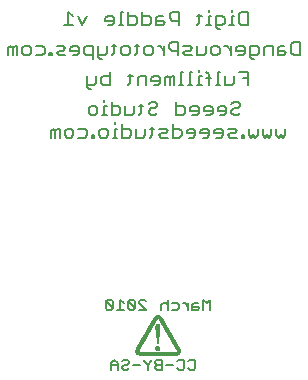
<source format=gbo>
G75*
G70*
%OFA0B0*%
%FSLAX24Y24*%
%IPPOS*%
%LPD*%
%AMOC8*
5,1,8,0,0,1.08239X$1,22.5*
%
%ADD10C,0.0060*%
%ADD11C,0.0050*%
%ADD12R,0.0006X0.0006*%
%ADD13R,0.0006X0.0006*%
%ADD14R,0.0006X0.0006*%
%ADD15R,0.0006X0.0006*%
D10*
X002089Y013415D02*
X002089Y013635D01*
X002162Y013709D01*
X002236Y013635D01*
X002236Y013415D01*
X002382Y013415D02*
X002382Y013709D01*
X002309Y013709D01*
X002236Y013635D01*
X002549Y013635D02*
X002549Y013488D01*
X002623Y013415D01*
X002769Y013415D01*
X002843Y013488D01*
X002843Y013635D01*
X002769Y013709D01*
X002623Y013709D01*
X002549Y013635D01*
X003009Y013709D02*
X003230Y013709D01*
X003303Y013635D01*
X003303Y013488D01*
X003230Y013415D01*
X003009Y013415D01*
X003424Y014165D02*
X003351Y014238D01*
X003351Y014385D01*
X003424Y014459D01*
X003571Y014459D01*
X003644Y014385D01*
X003644Y014238D01*
X003571Y014165D01*
X003424Y014165D01*
X003773Y013709D02*
X003700Y013635D01*
X003700Y013488D01*
X003773Y013415D01*
X003920Y013415D01*
X003994Y013488D01*
X003994Y013635D01*
X003920Y013709D01*
X003773Y013709D01*
X003533Y013488D02*
X003460Y013488D01*
X003460Y013415D01*
X003533Y013415D01*
X003533Y013488D01*
X003805Y014165D02*
X003951Y014165D01*
X003878Y014165D02*
X003878Y014459D01*
X003951Y014459D01*
X003878Y014605D02*
X003878Y014679D01*
X004118Y014605D02*
X004118Y014165D01*
X004338Y014165D01*
X004412Y014238D01*
X004412Y014385D01*
X004338Y014459D01*
X004118Y014459D01*
X004227Y013929D02*
X004227Y013855D01*
X004227Y013709D02*
X004227Y013415D01*
X004300Y013415D02*
X004154Y013415D01*
X004227Y013709D02*
X004300Y013709D01*
X004467Y013709D02*
X004687Y013709D01*
X004761Y013635D01*
X004761Y013488D01*
X004687Y013415D01*
X004467Y013415D01*
X004467Y013855D01*
X004578Y014165D02*
X004578Y014459D01*
X004578Y014165D02*
X004799Y014165D01*
X004872Y014238D01*
X004872Y014459D01*
X005032Y014459D02*
X005179Y014459D01*
X005106Y014532D02*
X005106Y014238D01*
X005032Y014165D01*
X004928Y013709D02*
X004928Y013415D01*
X005148Y013415D01*
X005221Y013488D01*
X005221Y013709D01*
X005381Y013709D02*
X005528Y013709D01*
X005455Y013782D02*
X005455Y013488D01*
X005381Y013415D01*
X005695Y013488D02*
X005768Y013562D01*
X005915Y013562D01*
X005988Y013635D01*
X005915Y013709D01*
X005695Y013709D01*
X005695Y013488D02*
X005768Y013415D01*
X005988Y013415D01*
X006155Y013415D02*
X006155Y013855D01*
X006155Y013709D02*
X006375Y013709D01*
X006449Y013635D01*
X006449Y013488D01*
X006375Y013415D01*
X006155Y013415D01*
X006266Y014165D02*
X006487Y014165D01*
X006560Y014238D01*
X006560Y014385D01*
X006487Y014459D01*
X006266Y014459D01*
X006266Y014605D02*
X006266Y014165D01*
X006689Y013709D02*
X006616Y013635D01*
X006616Y013562D01*
X006909Y013562D01*
X006909Y013635D02*
X006909Y013488D01*
X006836Y013415D01*
X006689Y013415D01*
X006689Y013709D02*
X006836Y013709D01*
X006909Y013635D01*
X007076Y013635D02*
X007076Y013562D01*
X007369Y013562D01*
X007369Y013635D02*
X007369Y013488D01*
X007296Y013415D01*
X007149Y013415D01*
X007076Y013635D02*
X007149Y013709D01*
X007296Y013709D01*
X007369Y013635D01*
X007536Y013635D02*
X007536Y013562D01*
X007830Y013562D01*
X007830Y013635D02*
X007830Y013488D01*
X007756Y013415D01*
X007610Y013415D01*
X007536Y013635D02*
X007610Y013709D01*
X007756Y013709D01*
X007830Y013635D01*
X007997Y013709D02*
X008217Y013709D01*
X008290Y013635D01*
X008217Y013562D01*
X008070Y013562D01*
X007997Y013488D01*
X008070Y013415D01*
X008290Y013415D01*
X008447Y013415D02*
X008520Y013415D01*
X008520Y013488D01*
X008447Y013488D01*
X008447Y013415D01*
X008687Y013488D02*
X008687Y013709D01*
X008687Y013488D02*
X008761Y013415D01*
X008834Y013488D01*
X008907Y013415D01*
X008981Y013488D01*
X008981Y013709D01*
X009147Y013709D02*
X009147Y013488D01*
X009221Y013415D01*
X009294Y013488D01*
X009368Y013415D01*
X009441Y013488D01*
X009441Y013709D01*
X009608Y013709D02*
X009608Y013488D01*
X009681Y013415D01*
X009755Y013488D01*
X009828Y013415D01*
X009901Y013488D01*
X009901Y013709D01*
X008874Y016018D02*
X008800Y016018D01*
X008727Y016092D01*
X008727Y016459D01*
X008947Y016459D01*
X009020Y016385D01*
X009020Y016238D01*
X008947Y016165D01*
X008727Y016165D01*
X008560Y016238D02*
X008560Y016385D01*
X008487Y016459D01*
X008340Y016459D01*
X008266Y016385D01*
X008266Y016312D01*
X008560Y016312D01*
X008560Y016238D02*
X008487Y016165D01*
X008340Y016165D01*
X008100Y016165D02*
X008100Y016459D01*
X008100Y016312D02*
X007953Y016459D01*
X007879Y016459D01*
X007716Y016385D02*
X007716Y016238D01*
X007643Y016165D01*
X007496Y016165D01*
X007422Y016238D01*
X007422Y016385D01*
X007496Y016459D01*
X007643Y016459D01*
X007716Y016385D01*
X007737Y017018D02*
X007664Y017018D01*
X007591Y017092D01*
X007591Y017459D01*
X007811Y017459D01*
X007884Y017385D01*
X007884Y017238D01*
X007811Y017165D01*
X007591Y017165D01*
X007424Y017165D02*
X007277Y017165D01*
X007350Y017165D02*
X007350Y017459D01*
X007424Y017459D01*
X007350Y017605D02*
X007350Y017679D01*
X007117Y017459D02*
X006970Y017459D01*
X007044Y017532D02*
X007044Y017238D01*
X006970Y017165D01*
X006962Y016459D02*
X006962Y016165D01*
X007182Y016165D01*
X007256Y016238D01*
X007256Y016459D01*
X007044Y015679D02*
X007044Y015605D01*
X007044Y015459D02*
X007044Y015165D01*
X007117Y015165D02*
X006970Y015165D01*
X006810Y015165D02*
X006663Y015165D01*
X006737Y015165D02*
X006737Y015605D01*
X006810Y015605D01*
X007044Y015459D02*
X007117Y015459D01*
X007277Y015385D02*
X007424Y015385D01*
X007350Y015532D02*
X007350Y015165D01*
X007584Y015165D02*
X007731Y015165D01*
X007657Y015165D02*
X007657Y015605D01*
X007731Y015605D01*
X007897Y015459D02*
X007897Y015165D01*
X008118Y015165D01*
X008191Y015238D01*
X008191Y015459D01*
X008358Y015605D02*
X008651Y015605D01*
X008651Y015165D01*
X008651Y015385D02*
X008505Y015385D01*
X008328Y014605D02*
X008181Y014605D01*
X008108Y014532D01*
X008181Y014385D02*
X008108Y014312D01*
X008108Y014238D01*
X008181Y014165D01*
X008328Y014165D01*
X008401Y014238D01*
X008328Y014385D02*
X008181Y014385D01*
X008328Y014385D02*
X008401Y014459D01*
X008401Y014532D01*
X008328Y014605D01*
X007941Y014385D02*
X007941Y014238D01*
X007868Y014165D01*
X007721Y014165D01*
X007647Y014312D02*
X007941Y014312D01*
X007941Y014385D02*
X007868Y014459D01*
X007721Y014459D01*
X007647Y014385D01*
X007647Y014312D01*
X007481Y014312D02*
X007187Y014312D01*
X007187Y014385D01*
X007261Y014459D01*
X007407Y014459D01*
X007481Y014385D01*
X007481Y014238D01*
X007407Y014165D01*
X007261Y014165D01*
X007020Y014238D02*
X007020Y014385D01*
X006947Y014459D01*
X006800Y014459D01*
X006727Y014385D01*
X006727Y014312D01*
X007020Y014312D01*
X007020Y014238D02*
X006947Y014165D01*
X006800Y014165D01*
X006503Y015165D02*
X006356Y015165D01*
X006430Y015165D02*
X006430Y015605D01*
X006503Y015605D01*
X006196Y015459D02*
X006196Y015165D01*
X006049Y015165D02*
X006049Y015385D01*
X005976Y015459D01*
X005903Y015385D01*
X005903Y015165D01*
X006049Y015385D02*
X006123Y015459D01*
X006196Y015459D01*
X006335Y016165D02*
X006335Y016605D01*
X006115Y016605D01*
X006041Y016532D01*
X006041Y016385D01*
X006115Y016312D01*
X006335Y016312D01*
X006502Y016238D02*
X006575Y016312D01*
X006722Y016312D01*
X006795Y016385D01*
X006722Y016459D01*
X006502Y016459D01*
X006502Y016238D02*
X006575Y016165D01*
X006795Y016165D01*
X007277Y015605D02*
X007350Y015532D01*
X008044Y017165D02*
X008191Y017165D01*
X008118Y017165D02*
X008118Y017459D01*
X008191Y017459D01*
X008118Y017605D02*
X008118Y017679D01*
X008358Y017532D02*
X008358Y017238D01*
X008431Y017165D01*
X008651Y017165D01*
X008651Y017605D01*
X008431Y017605D01*
X008358Y017532D01*
X009261Y016459D02*
X009187Y016385D01*
X009187Y016165D01*
X009261Y016459D02*
X009481Y016459D01*
X009481Y016165D01*
X009647Y016165D02*
X009868Y016165D01*
X009941Y016238D01*
X009868Y016312D01*
X009647Y016312D01*
X009647Y016385D02*
X009647Y016165D01*
X009647Y016385D02*
X009721Y016459D01*
X009868Y016459D01*
X010108Y016532D02*
X010108Y016238D01*
X010181Y016165D01*
X010401Y016165D01*
X010401Y016605D01*
X010181Y016605D01*
X010108Y016532D01*
X006350Y017165D02*
X006350Y017605D01*
X006130Y017605D01*
X006056Y017532D01*
X006056Y017385D01*
X006130Y017312D01*
X006350Y017312D01*
X005889Y017238D02*
X005816Y017312D01*
X005596Y017312D01*
X005596Y017385D02*
X005596Y017165D01*
X005816Y017165D01*
X005889Y017238D01*
X005816Y017459D02*
X005669Y017459D01*
X005596Y017385D01*
X005429Y017385D02*
X005356Y017459D01*
X005135Y017459D01*
X005135Y017605D02*
X005135Y017165D01*
X005356Y017165D01*
X005429Y017238D01*
X005429Y017385D01*
X004969Y017385D02*
X004895Y017459D01*
X004675Y017459D01*
X004675Y017605D02*
X004675Y017165D01*
X004895Y017165D01*
X004969Y017238D01*
X004969Y017385D01*
X004957Y016532D02*
X004957Y016238D01*
X004884Y016165D01*
X004724Y016238D02*
X004724Y016385D01*
X004650Y016459D01*
X004504Y016459D01*
X004430Y016385D01*
X004430Y016238D01*
X004504Y016165D01*
X004650Y016165D01*
X004724Y016238D01*
X004884Y016459D02*
X005031Y016459D01*
X005197Y016385D02*
X005197Y016238D01*
X005271Y016165D01*
X005418Y016165D01*
X005491Y016238D01*
X005491Y016385D01*
X005418Y016459D01*
X005271Y016459D01*
X005197Y016385D01*
X005654Y016459D02*
X005728Y016459D01*
X005875Y016312D01*
X005875Y016165D02*
X005875Y016459D01*
X005663Y015459D02*
X005516Y015459D01*
X005442Y015385D01*
X005442Y015312D01*
X005736Y015312D01*
X005736Y015385D02*
X005663Y015459D01*
X005736Y015385D02*
X005736Y015238D01*
X005663Y015165D01*
X005516Y015165D01*
X005276Y015165D02*
X005276Y015459D01*
X005055Y015459D01*
X004982Y015385D01*
X004982Y015165D01*
X004742Y015238D02*
X004742Y015532D01*
X004815Y015459D02*
X004668Y015459D01*
X004742Y015238D02*
X004668Y015165D01*
X004048Y015165D02*
X003828Y015165D01*
X003754Y015238D01*
X003754Y015385D01*
X003828Y015459D01*
X004048Y015459D01*
X004048Y015605D02*
X004048Y015165D01*
X003810Y016018D02*
X003736Y016018D01*
X003663Y016092D01*
X003663Y016459D01*
X003496Y016459D02*
X003276Y016459D01*
X003203Y016385D01*
X003203Y016238D01*
X003276Y016165D01*
X003496Y016165D01*
X003496Y016018D02*
X003496Y016459D01*
X003663Y016165D02*
X003883Y016165D01*
X003956Y016238D01*
X003956Y016459D01*
X004117Y016459D02*
X004263Y016459D01*
X004190Y016532D02*
X004190Y016238D01*
X004117Y016165D01*
X004128Y017165D02*
X003981Y017165D01*
X004128Y017165D02*
X004201Y017238D01*
X004201Y017385D01*
X004128Y017459D01*
X003981Y017459D01*
X003908Y017385D01*
X003908Y017312D01*
X004201Y017312D01*
X004361Y017165D02*
X004508Y017165D01*
X004435Y017165D02*
X004435Y017605D01*
X004508Y017605D01*
X003588Y015459D02*
X003588Y015238D01*
X003514Y015165D01*
X003294Y015165D01*
X003294Y015092D02*
X003367Y015018D01*
X003441Y015018D01*
X003294Y015092D02*
X003294Y015459D01*
X002962Y016165D02*
X003036Y016238D01*
X003036Y016385D01*
X002962Y016459D01*
X002816Y016459D01*
X002742Y016385D01*
X002742Y016312D01*
X003036Y016312D01*
X002962Y016165D02*
X002816Y016165D01*
X002575Y016165D02*
X002355Y016165D01*
X002282Y016238D01*
X002355Y016312D01*
X002502Y016312D01*
X002575Y016385D01*
X002502Y016459D01*
X002282Y016459D01*
X002115Y016238D02*
X002042Y016238D01*
X002042Y016165D01*
X002115Y016165D01*
X002115Y016238D01*
X001885Y016238D02*
X001812Y016165D01*
X001591Y016165D01*
X001425Y016238D02*
X001425Y016385D01*
X001351Y016459D01*
X001204Y016459D01*
X001131Y016385D01*
X001131Y016238D01*
X001204Y016165D01*
X001351Y016165D01*
X001425Y016238D01*
X001591Y016459D02*
X001812Y016459D01*
X001885Y016385D01*
X001885Y016238D01*
X002527Y017165D02*
X002820Y017165D01*
X002674Y017165D02*
X002674Y017605D01*
X002820Y017459D01*
X002987Y017459D02*
X003134Y017165D01*
X003281Y017459D01*
X005419Y014605D02*
X005566Y014605D01*
X005639Y014532D01*
X005639Y014459D01*
X005566Y014385D01*
X005419Y014385D01*
X005346Y014312D01*
X005346Y014238D01*
X005419Y014165D01*
X005566Y014165D01*
X005639Y014238D01*
X005346Y014532D02*
X005419Y014605D01*
X000964Y016165D02*
X000964Y016459D01*
X000891Y016459D01*
X000817Y016385D01*
X000744Y016459D01*
X000671Y016385D01*
X000671Y016165D01*
X000817Y016165D02*
X000817Y016385D01*
D11*
X003920Y007718D02*
X003978Y007660D01*
X004095Y007660D01*
X004153Y007718D01*
X003920Y007952D01*
X003920Y007718D01*
X003920Y007952D02*
X003978Y008010D01*
X004095Y008010D01*
X004153Y007952D01*
X004153Y007718D01*
X004288Y007660D02*
X004521Y007660D01*
X004405Y007660D02*
X004405Y008010D01*
X004521Y007893D01*
X004656Y007952D02*
X004656Y007718D01*
X004715Y007660D01*
X004831Y007660D01*
X004890Y007718D01*
X004656Y007952D01*
X004715Y008010D01*
X004831Y008010D01*
X004890Y007952D01*
X004890Y007718D01*
X005024Y007660D02*
X005258Y007660D01*
X005024Y007893D01*
X005024Y007952D01*
X005083Y008010D01*
X005200Y008010D01*
X005258Y007952D01*
X005761Y007835D02*
X005761Y007660D01*
X005761Y007835D02*
X005819Y007893D01*
X005936Y007893D01*
X005995Y007835D01*
X005995Y008010D02*
X005995Y007660D01*
X006129Y007660D02*
X006305Y007660D01*
X006363Y007718D01*
X006363Y007835D01*
X006305Y007893D01*
X006129Y007893D01*
X006495Y007893D02*
X006553Y007893D01*
X006670Y007777D01*
X006670Y007893D02*
X006670Y007660D01*
X006805Y007660D02*
X006805Y007835D01*
X006863Y007893D01*
X006980Y007893D01*
X006980Y007777D02*
X006805Y007777D01*
X006805Y007660D02*
X006980Y007660D01*
X007038Y007718D01*
X006980Y007777D01*
X007173Y007660D02*
X007173Y008010D01*
X007290Y007893D01*
X007406Y008010D01*
X007406Y007660D01*
X006848Y006010D02*
X006731Y006010D01*
X006673Y005952D01*
X006848Y006010D02*
X006906Y005952D01*
X006906Y005718D01*
X006848Y005660D01*
X006731Y005660D01*
X006673Y005718D01*
X006538Y005718D02*
X006480Y005660D01*
X006363Y005660D01*
X006305Y005718D01*
X006170Y005835D02*
X005936Y005835D01*
X005801Y005835D02*
X005626Y005835D01*
X005568Y005777D01*
X005568Y005718D01*
X005626Y005660D01*
X005801Y005660D01*
X005801Y006010D01*
X005626Y006010D01*
X005568Y005952D01*
X005568Y005893D01*
X005626Y005835D01*
X005433Y005952D02*
X005316Y005835D01*
X005316Y005660D01*
X005316Y005835D02*
X005200Y005952D01*
X005200Y006010D01*
X005065Y005835D02*
X004831Y005835D01*
X004697Y005893D02*
X004638Y005835D01*
X004521Y005835D01*
X004463Y005777D01*
X004463Y005718D01*
X004521Y005660D01*
X004638Y005660D01*
X004697Y005718D01*
X004697Y005893D02*
X004697Y005952D01*
X004638Y006010D01*
X004521Y006010D01*
X004463Y005952D01*
X004328Y005893D02*
X004328Y005660D01*
X004328Y005835D02*
X004095Y005835D01*
X004095Y005893D02*
X004095Y005660D01*
X004095Y005893D02*
X004212Y006010D01*
X004328Y005893D01*
X005433Y005952D02*
X005433Y006010D01*
X006305Y005952D02*
X006363Y006010D01*
X006480Y006010D01*
X006538Y005952D01*
X006538Y005718D01*
D12*
X006362Y006162D03*
X006362Y006168D03*
X006350Y006168D03*
X006350Y006162D03*
X006332Y006162D03*
X006332Y006168D03*
X006320Y006168D03*
X006320Y006162D03*
X006320Y006150D03*
X006332Y006150D03*
X006302Y006150D03*
X006290Y006150D03*
X006290Y006162D03*
X006290Y006168D03*
X006290Y006180D03*
X006290Y006192D03*
X006290Y006198D03*
X006290Y006210D03*
X006290Y006222D03*
X006290Y006228D03*
X006290Y006240D03*
X006302Y006240D03*
X006302Y006228D03*
X006302Y006222D03*
X006302Y006210D03*
X006302Y006198D03*
X006302Y006192D03*
X006302Y006180D03*
X006302Y006168D03*
X006302Y006162D03*
X006320Y006180D03*
X006320Y006192D03*
X006320Y006198D03*
X006320Y006210D03*
X006320Y006222D03*
X006320Y006228D03*
X006320Y006240D03*
X006320Y006252D03*
X006320Y006258D03*
X006332Y006258D03*
X006332Y006252D03*
X006332Y006240D03*
X006332Y006228D03*
X006332Y006222D03*
X006332Y006210D03*
X006332Y006198D03*
X006332Y006192D03*
X006332Y006180D03*
X006350Y006180D03*
X006350Y006192D03*
X006350Y006198D03*
X006350Y006210D03*
X006350Y006222D03*
X006350Y006228D03*
X006350Y006240D03*
X006350Y006252D03*
X006350Y006258D03*
X006350Y006270D03*
X006350Y006282D03*
X006350Y006288D03*
X006350Y006300D03*
X006350Y006312D03*
X006350Y006318D03*
X006350Y006330D03*
X006350Y006342D03*
X006350Y006348D03*
X006350Y006360D03*
X006350Y006372D03*
X006350Y006378D03*
X006350Y006390D03*
X006350Y006402D03*
X006350Y006408D03*
X006350Y006420D03*
X006350Y006432D03*
X006350Y006438D03*
X006332Y006438D03*
X006332Y006432D03*
X006320Y006432D03*
X006320Y006438D03*
X006320Y006450D03*
X006320Y006462D03*
X006320Y006468D03*
X006320Y006480D03*
X006320Y006492D03*
X006320Y006498D03*
X006302Y006498D03*
X006302Y006492D03*
X006290Y006492D03*
X006290Y006498D03*
X006290Y006510D03*
X006290Y006522D03*
X006290Y006528D03*
X006290Y006540D03*
X006290Y006552D03*
X006272Y006552D03*
X006272Y006558D03*
X006260Y006558D03*
X006260Y006552D03*
X006260Y006540D03*
X006260Y006528D03*
X006260Y006522D03*
X006260Y006510D03*
X006260Y006498D03*
X006260Y006492D03*
X006260Y006480D03*
X006260Y006468D03*
X006260Y006462D03*
X006260Y006450D03*
X006260Y006438D03*
X006260Y006432D03*
X006260Y006420D03*
X006260Y006408D03*
X006260Y006402D03*
X006272Y006402D03*
X006272Y006408D03*
X006272Y006420D03*
X006272Y006432D03*
X006272Y006438D03*
X006272Y006450D03*
X006272Y006462D03*
X006272Y006468D03*
X006272Y006480D03*
X006272Y006492D03*
X006272Y006498D03*
X006272Y006510D03*
X006272Y006522D03*
X006272Y006528D03*
X006272Y006540D03*
X006242Y006540D03*
X006230Y006540D03*
X006230Y006552D03*
X006230Y006558D03*
X006230Y006570D03*
X006230Y006582D03*
X006230Y006588D03*
X006230Y006600D03*
X006230Y006612D03*
X006230Y006618D03*
X006230Y006630D03*
X006230Y006642D03*
X006230Y006648D03*
X006230Y006660D03*
X006212Y006660D03*
X006200Y006660D03*
X006200Y006672D03*
X006200Y006678D03*
X006200Y006690D03*
X006200Y006702D03*
X006200Y006708D03*
X006182Y006708D03*
X006182Y006702D03*
X006170Y006702D03*
X006170Y006708D03*
X006170Y006720D03*
X006170Y006732D03*
X006170Y006738D03*
X006170Y006750D03*
X006170Y006762D03*
X006152Y006762D03*
X006152Y006768D03*
X006140Y006768D03*
X006140Y006762D03*
X006140Y006750D03*
X006140Y006738D03*
X006140Y006732D03*
X006140Y006720D03*
X006140Y006708D03*
X006140Y006702D03*
X006140Y006690D03*
X006140Y006678D03*
X006140Y006672D03*
X006140Y006660D03*
X006140Y006648D03*
X006140Y006642D03*
X006140Y006630D03*
X006140Y006618D03*
X006140Y006612D03*
X006152Y006612D03*
X006152Y006618D03*
X006152Y006630D03*
X006152Y006642D03*
X006152Y006648D03*
X006152Y006660D03*
X006152Y006672D03*
X006152Y006678D03*
X006152Y006690D03*
X006152Y006702D03*
X006152Y006708D03*
X006152Y006720D03*
X006152Y006732D03*
X006152Y006738D03*
X006152Y006750D03*
X006122Y006750D03*
X006110Y006750D03*
X006110Y006762D03*
X006110Y006768D03*
X006110Y006780D03*
X006110Y006792D03*
X006110Y006798D03*
X006110Y006810D03*
X006110Y006822D03*
X006110Y006828D03*
X006110Y006840D03*
X006110Y006852D03*
X006110Y006858D03*
X006092Y006858D03*
X006092Y006852D03*
X006080Y006852D03*
X006080Y006858D03*
X006080Y006870D03*
X006080Y006882D03*
X006080Y006888D03*
X006080Y006900D03*
X006080Y006912D03*
X006062Y006912D03*
X006062Y006918D03*
X006050Y006918D03*
X006050Y006912D03*
X006050Y006900D03*
X006050Y006888D03*
X006050Y006882D03*
X006050Y006870D03*
X006050Y006858D03*
X006050Y006852D03*
X006050Y006840D03*
X006050Y006828D03*
X006050Y006822D03*
X006050Y006810D03*
X006050Y006798D03*
X006050Y006792D03*
X006050Y006780D03*
X006050Y006768D03*
X006050Y006762D03*
X006062Y006762D03*
X006062Y006768D03*
X006062Y006780D03*
X006062Y006792D03*
X006062Y006798D03*
X006062Y006810D03*
X006062Y006822D03*
X006062Y006828D03*
X006062Y006840D03*
X006062Y006852D03*
X006062Y006858D03*
X006062Y006870D03*
X006062Y006882D03*
X006062Y006888D03*
X006062Y006900D03*
X006032Y006900D03*
X006020Y006900D03*
X006020Y006912D03*
X006020Y006918D03*
X006020Y006930D03*
X006020Y006942D03*
X006020Y006948D03*
X006020Y006960D03*
X006020Y006972D03*
X006020Y006978D03*
X006020Y006990D03*
X006020Y007002D03*
X006020Y007008D03*
X006020Y007020D03*
X006002Y007020D03*
X005990Y007020D03*
X005990Y007032D03*
X005990Y007038D03*
X005990Y007050D03*
X005990Y007062D03*
X005990Y007068D03*
X005972Y007068D03*
X005972Y007062D03*
X005960Y007062D03*
X005960Y007068D03*
X005960Y007080D03*
X005960Y007092D03*
X005960Y007098D03*
X005960Y007110D03*
X005960Y007122D03*
X005942Y007122D03*
X005942Y007128D03*
X005930Y007128D03*
X005930Y007122D03*
X005930Y007110D03*
X005930Y007098D03*
X005930Y007092D03*
X005930Y007080D03*
X005930Y007068D03*
X005930Y007062D03*
X005930Y007050D03*
X005930Y007038D03*
X005930Y007032D03*
X005930Y007020D03*
X005930Y007008D03*
X005930Y007002D03*
X005930Y006990D03*
X005930Y006978D03*
X005930Y006972D03*
X005942Y006972D03*
X005942Y006978D03*
X005942Y006990D03*
X005942Y007002D03*
X005942Y007008D03*
X005942Y007020D03*
X005942Y007032D03*
X005942Y007038D03*
X005942Y007050D03*
X005942Y007062D03*
X005942Y007068D03*
X005942Y007080D03*
X005942Y007092D03*
X005942Y007098D03*
X005942Y007110D03*
X005912Y007110D03*
X005900Y007110D03*
X005900Y007122D03*
X005900Y007128D03*
X005900Y007140D03*
X005900Y007152D03*
X005900Y007158D03*
X005900Y007170D03*
X005900Y007182D03*
X005900Y007188D03*
X005900Y007200D03*
X005900Y007212D03*
X005900Y007218D03*
X005900Y007230D03*
X005882Y007230D03*
X005870Y007230D03*
X005870Y007242D03*
X005870Y007248D03*
X005870Y007260D03*
X005870Y007272D03*
X005870Y007278D03*
X005852Y007278D03*
X005852Y007272D03*
X005840Y007272D03*
X005840Y007278D03*
X005840Y007290D03*
X005840Y007302D03*
X005840Y007308D03*
X005840Y007320D03*
X005840Y007332D03*
X005822Y007332D03*
X005822Y007338D03*
X005810Y007338D03*
X005810Y007332D03*
X005810Y007320D03*
X005810Y007308D03*
X005810Y007302D03*
X005810Y007290D03*
X005810Y007278D03*
X005810Y007272D03*
X005810Y007260D03*
X005810Y007248D03*
X005810Y007242D03*
X005810Y007230D03*
X005810Y007218D03*
X005810Y007212D03*
X005810Y007200D03*
X005810Y007188D03*
X005810Y007182D03*
X005822Y007182D03*
X005822Y007188D03*
X005822Y007200D03*
X005822Y007212D03*
X005822Y007218D03*
X005822Y007230D03*
X005822Y007242D03*
X005822Y007248D03*
X005822Y007260D03*
X005822Y007272D03*
X005822Y007278D03*
X005822Y007290D03*
X005822Y007302D03*
X005822Y007308D03*
X005822Y007320D03*
X005792Y007320D03*
X005780Y007320D03*
X005780Y007332D03*
X005780Y007338D03*
X005780Y007350D03*
X005780Y007362D03*
X005780Y007368D03*
X005780Y007380D03*
X005780Y007392D03*
X005780Y007398D03*
X005780Y007410D03*
X005792Y007398D03*
X005792Y007392D03*
X005792Y007380D03*
X005792Y007368D03*
X005792Y007362D03*
X005792Y007350D03*
X005792Y007338D03*
X005792Y007332D03*
X005792Y007308D03*
X005792Y007302D03*
X005780Y007302D03*
X005780Y007308D03*
X005762Y007308D03*
X005762Y007302D03*
X005750Y007302D03*
X005750Y007308D03*
X005750Y007320D03*
X005750Y007332D03*
X005750Y007338D03*
X005750Y007350D03*
X005750Y007362D03*
X005750Y007368D03*
X005750Y007380D03*
X005750Y007392D03*
X005750Y007398D03*
X005750Y007410D03*
X005750Y007422D03*
X005750Y007428D03*
X005750Y007440D03*
X005762Y007428D03*
X005762Y007422D03*
X005762Y007410D03*
X005762Y007398D03*
X005762Y007392D03*
X005762Y007380D03*
X005762Y007368D03*
X005762Y007362D03*
X005762Y007350D03*
X005762Y007338D03*
X005762Y007332D03*
X005762Y007320D03*
X005732Y007320D03*
X005732Y007332D03*
X005732Y007338D03*
X005720Y007338D03*
X005720Y007332D03*
X005720Y007350D03*
X005720Y007362D03*
X005720Y007368D03*
X005720Y007380D03*
X005720Y007392D03*
X005720Y007398D03*
X005720Y007410D03*
X005720Y007422D03*
X005720Y007428D03*
X005720Y007440D03*
X005720Y007452D03*
X005720Y007458D03*
X005732Y007452D03*
X005732Y007440D03*
X005732Y007428D03*
X005732Y007422D03*
X005732Y007410D03*
X005732Y007398D03*
X005732Y007392D03*
X005732Y007380D03*
X005732Y007368D03*
X005732Y007362D03*
X005732Y007350D03*
X005702Y007362D03*
X005702Y007368D03*
X005690Y007368D03*
X005690Y007362D03*
X005672Y007362D03*
X005672Y007368D03*
X005660Y007368D03*
X005660Y007362D03*
X005642Y007362D03*
X005642Y007368D03*
X005630Y007368D03*
X005630Y007362D03*
X005630Y007350D03*
X005630Y007338D03*
X005630Y007332D03*
X005630Y007320D03*
X005612Y007320D03*
X005600Y007320D03*
X005600Y007332D03*
X005600Y007338D03*
X005600Y007350D03*
X005600Y007362D03*
X005600Y007368D03*
X005600Y007380D03*
X005600Y007392D03*
X005600Y007398D03*
X005600Y007410D03*
X005600Y007422D03*
X005600Y007428D03*
X005612Y007428D03*
X005612Y007422D03*
X005612Y007410D03*
X005612Y007398D03*
X005612Y007392D03*
X005612Y007380D03*
X005612Y007368D03*
X005612Y007362D03*
X005612Y007350D03*
X005612Y007338D03*
X005612Y007332D03*
X005612Y007308D03*
X005612Y007302D03*
X005600Y007302D03*
X005600Y007308D03*
X005582Y007308D03*
X005582Y007302D03*
X005570Y007302D03*
X005570Y007308D03*
X005570Y007320D03*
X005570Y007332D03*
X005570Y007338D03*
X005570Y007350D03*
X005570Y007362D03*
X005570Y007368D03*
X005570Y007380D03*
X005570Y007392D03*
X005570Y007398D03*
X005570Y007410D03*
X005582Y007410D03*
X005582Y007422D03*
X005582Y007398D03*
X005582Y007392D03*
X005582Y007380D03*
X005582Y007368D03*
X005582Y007362D03*
X005582Y007350D03*
X005582Y007338D03*
X005582Y007332D03*
X005582Y007320D03*
X005552Y007320D03*
X005540Y007320D03*
X005540Y007332D03*
X005540Y007338D03*
X005540Y007350D03*
X005540Y007362D03*
X005552Y007362D03*
X005552Y007368D03*
X005552Y007380D03*
X005552Y007350D03*
X005552Y007338D03*
X005552Y007332D03*
X005552Y007308D03*
X005552Y007302D03*
X005540Y007302D03*
X005540Y007308D03*
X005522Y007308D03*
X005522Y007302D03*
X005510Y007302D03*
X005510Y007308D03*
X005522Y007320D03*
X005522Y007332D03*
X005522Y007338D03*
X005522Y007290D03*
X005510Y007290D03*
X005510Y007278D03*
X005510Y007272D03*
X005510Y007260D03*
X005510Y007248D03*
X005510Y007242D03*
X005510Y007230D03*
X005510Y007218D03*
X005510Y007212D03*
X005510Y007200D03*
X005510Y007188D03*
X005510Y007182D03*
X005510Y007170D03*
X005510Y007158D03*
X005510Y007152D03*
X005510Y007140D03*
X005510Y007128D03*
X005510Y007122D03*
X005510Y007110D03*
X005492Y007110D03*
X005480Y007110D03*
X005480Y007122D03*
X005480Y007128D03*
X005480Y007140D03*
X005480Y007152D03*
X005480Y007158D03*
X005480Y007170D03*
X005480Y007182D03*
X005480Y007188D03*
X005480Y007200D03*
X005480Y007212D03*
X005480Y007218D03*
X005480Y007230D03*
X005480Y007242D03*
X005480Y007248D03*
X005480Y007260D03*
X005492Y007260D03*
X005492Y007272D03*
X005492Y007278D03*
X005492Y007248D03*
X005492Y007242D03*
X005492Y007230D03*
X005492Y007218D03*
X005492Y007212D03*
X005492Y007200D03*
X005492Y007188D03*
X005492Y007182D03*
X005492Y007170D03*
X005492Y007158D03*
X005492Y007152D03*
X005492Y007140D03*
X005492Y007128D03*
X005492Y007122D03*
X005492Y007098D03*
X005492Y007092D03*
X005480Y007092D03*
X005480Y007098D03*
X005462Y007098D03*
X005462Y007092D03*
X005450Y007092D03*
X005450Y007098D03*
X005450Y007110D03*
X005450Y007122D03*
X005450Y007128D03*
X005450Y007140D03*
X005450Y007152D03*
X005450Y007158D03*
X005450Y007170D03*
X005450Y007182D03*
X005450Y007188D03*
X005450Y007200D03*
X005450Y007212D03*
X005462Y007212D03*
X005462Y007218D03*
X005462Y007230D03*
X005462Y007200D03*
X005462Y007188D03*
X005462Y007182D03*
X005462Y007170D03*
X005462Y007158D03*
X005462Y007152D03*
X005462Y007140D03*
X005462Y007128D03*
X005462Y007122D03*
X005462Y007110D03*
X005432Y007110D03*
X005420Y007110D03*
X005420Y007122D03*
X005420Y007128D03*
X005420Y007140D03*
X005420Y007152D03*
X005420Y007158D03*
X005432Y007158D03*
X005432Y007152D03*
X005432Y007140D03*
X005432Y007128D03*
X005432Y007122D03*
X005432Y007098D03*
X005432Y007092D03*
X005420Y007092D03*
X005420Y007098D03*
X005402Y007098D03*
X005402Y007092D03*
X005390Y007092D03*
X005390Y007098D03*
X005402Y007110D03*
X005402Y007122D03*
X005402Y007128D03*
X005402Y007080D03*
X005390Y007080D03*
X005390Y007068D03*
X005390Y007062D03*
X005390Y007050D03*
X005390Y007038D03*
X005390Y007032D03*
X005390Y007020D03*
X005390Y007008D03*
X005390Y007002D03*
X005390Y006990D03*
X005390Y006978D03*
X005390Y006972D03*
X005390Y006960D03*
X005390Y006948D03*
X005390Y006942D03*
X005390Y006930D03*
X005390Y006918D03*
X005390Y006912D03*
X005390Y006900D03*
X005372Y006900D03*
X005360Y006900D03*
X005360Y006912D03*
X005360Y006918D03*
X005360Y006930D03*
X005360Y006942D03*
X005360Y006948D03*
X005360Y006960D03*
X005360Y006972D03*
X005360Y006978D03*
X005360Y006990D03*
X005360Y007002D03*
X005360Y007008D03*
X005360Y007020D03*
X005360Y007032D03*
X005360Y007038D03*
X005360Y007050D03*
X005372Y007050D03*
X005372Y007062D03*
X005372Y007068D03*
X005372Y007038D03*
X005372Y007032D03*
X005372Y007020D03*
X005372Y007008D03*
X005372Y007002D03*
X005372Y006990D03*
X005372Y006978D03*
X005372Y006972D03*
X005372Y006960D03*
X005372Y006948D03*
X005372Y006942D03*
X005372Y006930D03*
X005372Y006918D03*
X005372Y006912D03*
X005372Y006888D03*
X005372Y006882D03*
X005360Y006882D03*
X005360Y006888D03*
X005342Y006888D03*
X005342Y006882D03*
X005330Y006882D03*
X005330Y006888D03*
X005330Y006900D03*
X005330Y006912D03*
X005330Y006918D03*
X005330Y006930D03*
X005330Y006942D03*
X005330Y006948D03*
X005330Y006960D03*
X005330Y006972D03*
X005330Y006978D03*
X005330Y006990D03*
X005330Y007002D03*
X005342Y007002D03*
X005342Y007008D03*
X005342Y007020D03*
X005342Y006990D03*
X005342Y006978D03*
X005342Y006972D03*
X005342Y006960D03*
X005342Y006948D03*
X005342Y006942D03*
X005342Y006930D03*
X005342Y006918D03*
X005342Y006912D03*
X005342Y006900D03*
X005312Y006900D03*
X005300Y006900D03*
X005300Y006912D03*
X005300Y006918D03*
X005300Y006930D03*
X005300Y006942D03*
X005300Y006948D03*
X005312Y006948D03*
X005312Y006942D03*
X005312Y006930D03*
X005312Y006918D03*
X005312Y006912D03*
X005312Y006888D03*
X005312Y006882D03*
X005300Y006882D03*
X005300Y006888D03*
X005282Y006888D03*
X005282Y006882D03*
X005270Y006882D03*
X005270Y006888D03*
X005270Y006900D03*
X005282Y006900D03*
X005282Y006912D03*
X005282Y006918D03*
X005282Y006870D03*
X005270Y006870D03*
X005270Y006858D03*
X005270Y006852D03*
X005270Y006840D03*
X005270Y006828D03*
X005270Y006822D03*
X005270Y006810D03*
X005270Y006798D03*
X005270Y006792D03*
X005270Y006780D03*
X005270Y006768D03*
X005270Y006762D03*
X005270Y006750D03*
X005270Y006738D03*
X005270Y006732D03*
X005270Y006720D03*
X005270Y006708D03*
X005270Y006702D03*
X005270Y006690D03*
X005252Y006690D03*
X005240Y006690D03*
X005240Y006702D03*
X005240Y006708D03*
X005240Y006720D03*
X005240Y006732D03*
X005240Y006738D03*
X005240Y006750D03*
X005240Y006762D03*
X005240Y006768D03*
X005240Y006780D03*
X005240Y006792D03*
X005240Y006798D03*
X005240Y006810D03*
X005240Y006822D03*
X005240Y006828D03*
X005240Y006840D03*
X005252Y006840D03*
X005252Y006852D03*
X005252Y006858D03*
X005252Y006828D03*
X005252Y006822D03*
X005252Y006810D03*
X005252Y006798D03*
X005252Y006792D03*
X005252Y006780D03*
X005252Y006768D03*
X005252Y006762D03*
X005252Y006750D03*
X005252Y006738D03*
X005252Y006732D03*
X005252Y006720D03*
X005252Y006708D03*
X005252Y006702D03*
X005252Y006678D03*
X005252Y006672D03*
X005240Y006672D03*
X005240Y006678D03*
X005222Y006678D03*
X005222Y006672D03*
X005210Y006672D03*
X005210Y006678D03*
X005210Y006690D03*
X005210Y006702D03*
X005210Y006708D03*
X005210Y006720D03*
X005210Y006732D03*
X005210Y006738D03*
X005210Y006750D03*
X005210Y006762D03*
X005210Y006768D03*
X005210Y006780D03*
X005210Y006792D03*
X005210Y006798D03*
X005222Y006798D03*
X005222Y006792D03*
X005222Y006780D03*
X005222Y006768D03*
X005222Y006762D03*
X005222Y006750D03*
X005222Y006738D03*
X005222Y006732D03*
X005222Y006720D03*
X005222Y006708D03*
X005222Y006702D03*
X005222Y006690D03*
X005192Y006690D03*
X005180Y006690D03*
X005180Y006702D03*
X005180Y006708D03*
X005180Y006720D03*
X005180Y006732D03*
X005180Y006738D03*
X005192Y006738D03*
X005192Y006732D03*
X005192Y006720D03*
X005192Y006708D03*
X005192Y006702D03*
X005192Y006678D03*
X005192Y006672D03*
X005180Y006672D03*
X005180Y006678D03*
X005162Y006678D03*
X005162Y006672D03*
X005150Y006672D03*
X005150Y006678D03*
X005150Y006690D03*
X005162Y006690D03*
X005162Y006702D03*
X005162Y006708D03*
X005162Y006660D03*
X005150Y006660D03*
X005150Y006648D03*
X005150Y006642D03*
X005150Y006630D03*
X005150Y006618D03*
X005150Y006612D03*
X005150Y006600D03*
X005150Y006588D03*
X005150Y006582D03*
X005150Y006570D03*
X005150Y006558D03*
X005150Y006552D03*
X005150Y006540D03*
X005150Y006528D03*
X005150Y006522D03*
X005150Y006510D03*
X005150Y006498D03*
X005150Y006492D03*
X005132Y006492D03*
X005132Y006498D03*
X005120Y006498D03*
X005120Y006492D03*
X005120Y006480D03*
X005120Y006468D03*
X005120Y006462D03*
X005120Y006450D03*
X005120Y006438D03*
X005120Y006432D03*
X005102Y006432D03*
X005102Y006438D03*
X005090Y006438D03*
X005090Y006432D03*
X005090Y006420D03*
X005090Y006408D03*
X005090Y006402D03*
X005090Y006390D03*
X005102Y006402D03*
X005102Y006408D03*
X005102Y006420D03*
X005072Y006420D03*
X005060Y006420D03*
X005060Y006432D03*
X005060Y006438D03*
X005060Y006450D03*
X005060Y006462D03*
X005060Y006468D03*
X005060Y006480D03*
X005060Y006492D03*
X005060Y006498D03*
X005060Y006510D03*
X005060Y006522D03*
X005060Y006528D03*
X005072Y006528D03*
X005072Y006522D03*
X005072Y006510D03*
X005072Y006498D03*
X005072Y006492D03*
X005072Y006480D03*
X005072Y006468D03*
X005072Y006462D03*
X005072Y006450D03*
X005072Y006438D03*
X005072Y006432D03*
X005072Y006408D03*
X005072Y006402D03*
X005060Y006402D03*
X005060Y006408D03*
X005042Y006408D03*
X005042Y006402D03*
X005030Y006402D03*
X005030Y006408D03*
X005030Y006420D03*
X005030Y006432D03*
X005030Y006438D03*
X005030Y006450D03*
X005030Y006462D03*
X005030Y006468D03*
X005030Y006480D03*
X005042Y006480D03*
X005042Y006492D03*
X005042Y006498D03*
X005042Y006468D03*
X005042Y006462D03*
X005042Y006450D03*
X005042Y006438D03*
X005042Y006432D03*
X005042Y006420D03*
X005012Y006420D03*
X005000Y006420D03*
X005000Y006408D03*
X005000Y006402D03*
X005000Y006390D03*
X005000Y006378D03*
X005000Y006372D03*
X005000Y006360D03*
X005000Y006348D03*
X005000Y006342D03*
X005000Y006330D03*
X005000Y006318D03*
X005000Y006312D03*
X005000Y006300D03*
X005000Y006288D03*
X005000Y006282D03*
X005000Y006270D03*
X005000Y006258D03*
X005000Y006252D03*
X005000Y006240D03*
X005000Y006228D03*
X005000Y006222D03*
X005000Y006210D03*
X005000Y006198D03*
X005000Y006192D03*
X005000Y006180D03*
X005000Y006168D03*
X005000Y006162D03*
X005012Y006162D03*
X005012Y006168D03*
X005012Y006180D03*
X005012Y006192D03*
X005012Y006198D03*
X005012Y006210D03*
X005012Y006222D03*
X005012Y006228D03*
X005012Y006240D03*
X005012Y006252D03*
X005012Y006258D03*
X005012Y006270D03*
X005012Y006282D03*
X005012Y006288D03*
X005012Y006300D03*
X005012Y006312D03*
X005012Y006318D03*
X005012Y006330D03*
X005012Y006342D03*
X005012Y006348D03*
X005012Y006360D03*
X005012Y006372D03*
X005012Y006378D03*
X005012Y006390D03*
X005012Y006402D03*
X005012Y006408D03*
X005012Y006432D03*
X005012Y006438D03*
X005012Y006450D03*
X005030Y006390D03*
X005030Y006378D03*
X005030Y006372D03*
X005030Y006360D03*
X005030Y006348D03*
X005030Y006342D03*
X005030Y006330D03*
X005030Y006318D03*
X005030Y006312D03*
X005030Y006300D03*
X005030Y006288D03*
X005030Y006282D03*
X005030Y006270D03*
X005030Y006258D03*
X005030Y006252D03*
X005030Y006240D03*
X005030Y006228D03*
X005030Y006222D03*
X005030Y006210D03*
X005030Y006198D03*
X005030Y006192D03*
X005030Y006180D03*
X005030Y006168D03*
X005030Y006162D03*
X005030Y006150D03*
X005042Y006150D03*
X005042Y006162D03*
X005042Y006168D03*
X005042Y006180D03*
X005042Y006192D03*
X005042Y006198D03*
X005042Y006210D03*
X005042Y006222D03*
X005042Y006228D03*
X005042Y006240D03*
X005042Y006252D03*
X005042Y006258D03*
X005060Y006240D03*
X005060Y006228D03*
X005060Y006222D03*
X005060Y006210D03*
X005060Y006198D03*
X005060Y006192D03*
X005060Y006180D03*
X005060Y006168D03*
X005060Y006162D03*
X005060Y006150D03*
X005072Y006150D03*
X005072Y006162D03*
X005072Y006168D03*
X005072Y006180D03*
X005072Y006192D03*
X005072Y006198D03*
X005072Y006210D03*
X005072Y006222D03*
X005072Y006228D03*
X005072Y006240D03*
X005090Y006240D03*
X005090Y006228D03*
X005090Y006222D03*
X005090Y006210D03*
X005090Y006198D03*
X005090Y006192D03*
X005090Y006180D03*
X005090Y006168D03*
X005090Y006162D03*
X005090Y006150D03*
X005102Y006150D03*
X005102Y006162D03*
X005102Y006168D03*
X005102Y006180D03*
X005102Y006192D03*
X005102Y006198D03*
X005102Y006210D03*
X005102Y006222D03*
X005102Y006228D03*
X005102Y006240D03*
X005120Y006240D03*
X005120Y006228D03*
X005120Y006222D03*
X005120Y006210D03*
X005120Y006198D03*
X005120Y006192D03*
X005120Y006180D03*
X005120Y006168D03*
X005120Y006162D03*
X005120Y006150D03*
X005120Y006138D03*
X005132Y006138D03*
X005132Y006150D03*
X005132Y006162D03*
X005132Y006168D03*
X005132Y006180D03*
X005132Y006192D03*
X005132Y006198D03*
X005132Y006210D03*
X005132Y006222D03*
X005132Y006228D03*
X005132Y006240D03*
X005150Y006240D03*
X005150Y006228D03*
X005150Y006222D03*
X005150Y006210D03*
X005150Y006198D03*
X005150Y006192D03*
X005150Y006180D03*
X005150Y006168D03*
X005150Y006162D03*
X005150Y006150D03*
X005162Y006150D03*
X005162Y006162D03*
X005162Y006168D03*
X005162Y006180D03*
X005162Y006192D03*
X005162Y006198D03*
X005162Y006210D03*
X005162Y006222D03*
X005162Y006228D03*
X005162Y006240D03*
X005180Y006240D03*
X005180Y006228D03*
X005180Y006222D03*
X005180Y006210D03*
X005180Y006198D03*
X005180Y006192D03*
X005180Y006180D03*
X005180Y006168D03*
X005180Y006162D03*
X005180Y006150D03*
X005180Y006138D03*
X005192Y006138D03*
X005192Y006150D03*
X005192Y006162D03*
X005192Y006168D03*
X005192Y006180D03*
X005192Y006192D03*
X005192Y006198D03*
X005192Y006210D03*
X005192Y006222D03*
X005192Y006228D03*
X005192Y006240D03*
X005210Y006240D03*
X005210Y006228D03*
X005210Y006222D03*
X005210Y006210D03*
X005210Y006198D03*
X005210Y006192D03*
X005210Y006180D03*
X005210Y006168D03*
X005210Y006162D03*
X005210Y006150D03*
X005222Y006150D03*
X005222Y006162D03*
X005222Y006168D03*
X005222Y006180D03*
X005222Y006192D03*
X005222Y006198D03*
X005222Y006210D03*
X005222Y006222D03*
X005222Y006228D03*
X005222Y006240D03*
X005240Y006240D03*
X005240Y006228D03*
X005240Y006222D03*
X005240Y006210D03*
X005240Y006198D03*
X005240Y006192D03*
X005240Y006180D03*
X005240Y006168D03*
X005240Y006162D03*
X005240Y006150D03*
X005240Y006138D03*
X005252Y006138D03*
X005252Y006150D03*
X005252Y006162D03*
X005252Y006168D03*
X005252Y006180D03*
X005252Y006192D03*
X005252Y006198D03*
X005252Y006210D03*
X005252Y006222D03*
X005252Y006228D03*
X005252Y006240D03*
X005270Y006240D03*
X005270Y006228D03*
X005270Y006222D03*
X005270Y006210D03*
X005270Y006198D03*
X005270Y006192D03*
X005270Y006180D03*
X005270Y006168D03*
X005270Y006162D03*
X005270Y006150D03*
X005282Y006150D03*
X005282Y006162D03*
X005282Y006168D03*
X005282Y006180D03*
X005282Y006192D03*
X005282Y006198D03*
X005282Y006210D03*
X005282Y006222D03*
X005282Y006228D03*
X005282Y006240D03*
X005300Y006240D03*
X005300Y006228D03*
X005300Y006222D03*
X005300Y006210D03*
X005300Y006198D03*
X005300Y006192D03*
X005300Y006180D03*
X005300Y006168D03*
X005300Y006162D03*
X005300Y006150D03*
X005300Y006138D03*
X005312Y006138D03*
X005312Y006150D03*
X005312Y006162D03*
X005312Y006168D03*
X005312Y006180D03*
X005312Y006192D03*
X005312Y006198D03*
X005312Y006210D03*
X005312Y006222D03*
X005312Y006228D03*
X005312Y006240D03*
X005330Y006240D03*
X005330Y006228D03*
X005330Y006222D03*
X005330Y006210D03*
X005330Y006198D03*
X005330Y006192D03*
X005330Y006180D03*
X005330Y006168D03*
X005330Y006162D03*
X005330Y006150D03*
X005342Y006150D03*
X005342Y006162D03*
X005342Y006168D03*
X005342Y006180D03*
X005342Y006192D03*
X005342Y006198D03*
X005342Y006210D03*
X005342Y006222D03*
X005342Y006228D03*
X005342Y006240D03*
X005360Y006240D03*
X005360Y006228D03*
X005360Y006222D03*
X005360Y006210D03*
X005360Y006198D03*
X005360Y006192D03*
X005360Y006180D03*
X005360Y006168D03*
X005360Y006162D03*
X005360Y006150D03*
X005360Y006138D03*
X005372Y006138D03*
X005372Y006150D03*
X005372Y006162D03*
X005372Y006168D03*
X005372Y006180D03*
X005372Y006192D03*
X005372Y006198D03*
X005372Y006210D03*
X005372Y006222D03*
X005372Y006228D03*
X005372Y006240D03*
X005390Y006240D03*
X005390Y006228D03*
X005390Y006222D03*
X005390Y006210D03*
X005390Y006198D03*
X005390Y006192D03*
X005390Y006180D03*
X005390Y006168D03*
X005390Y006162D03*
X005390Y006150D03*
X005402Y006150D03*
X005402Y006162D03*
X005402Y006168D03*
X005402Y006180D03*
X005402Y006192D03*
X005402Y006198D03*
X005402Y006210D03*
X005402Y006222D03*
X005402Y006228D03*
X005402Y006240D03*
X005420Y006240D03*
X005420Y006228D03*
X005420Y006222D03*
X005420Y006210D03*
X005420Y006198D03*
X005420Y006192D03*
X005420Y006180D03*
X005420Y006168D03*
X005420Y006162D03*
X005420Y006150D03*
X005420Y006138D03*
X005432Y006138D03*
X005432Y006150D03*
X005432Y006162D03*
X005432Y006168D03*
X005432Y006180D03*
X005432Y006192D03*
X005432Y006198D03*
X005432Y006210D03*
X005432Y006222D03*
X005432Y006228D03*
X005432Y006240D03*
X005450Y006240D03*
X005450Y006228D03*
X005450Y006222D03*
X005450Y006210D03*
X005450Y006198D03*
X005450Y006192D03*
X005450Y006180D03*
X005450Y006168D03*
X005450Y006162D03*
X005450Y006150D03*
X005462Y006150D03*
X005462Y006162D03*
X005462Y006168D03*
X005462Y006180D03*
X005462Y006192D03*
X005462Y006198D03*
X005462Y006210D03*
X005462Y006222D03*
X005462Y006228D03*
X005462Y006240D03*
X005480Y006240D03*
X005480Y006228D03*
X005480Y006222D03*
X005480Y006210D03*
X005480Y006198D03*
X005480Y006192D03*
X005480Y006180D03*
X005480Y006168D03*
X005480Y006162D03*
X005480Y006150D03*
X005480Y006138D03*
X005492Y006138D03*
X005492Y006150D03*
X005492Y006162D03*
X005492Y006168D03*
X005492Y006180D03*
X005492Y006192D03*
X005492Y006198D03*
X005492Y006210D03*
X005492Y006222D03*
X005492Y006228D03*
X005492Y006240D03*
X005510Y006240D03*
X005510Y006228D03*
X005510Y006222D03*
X005510Y006210D03*
X005510Y006198D03*
X005510Y006192D03*
X005510Y006180D03*
X005510Y006168D03*
X005510Y006162D03*
X005510Y006150D03*
X005522Y006150D03*
X005522Y006162D03*
X005522Y006168D03*
X005522Y006180D03*
X005522Y006192D03*
X005522Y006198D03*
X005522Y006210D03*
X005522Y006222D03*
X005522Y006228D03*
X005522Y006240D03*
X005540Y006240D03*
X005540Y006228D03*
X005540Y006222D03*
X005540Y006210D03*
X005540Y006198D03*
X005540Y006192D03*
X005540Y006180D03*
X005540Y006168D03*
X005540Y006162D03*
X005540Y006150D03*
X005540Y006138D03*
X005552Y006138D03*
X005552Y006150D03*
X005552Y006162D03*
X005552Y006168D03*
X005552Y006180D03*
X005552Y006192D03*
X005552Y006198D03*
X005552Y006210D03*
X005552Y006222D03*
X005552Y006228D03*
X005552Y006240D03*
X005570Y006240D03*
X005570Y006228D03*
X005570Y006222D03*
X005570Y006210D03*
X005570Y006198D03*
X005570Y006192D03*
X005570Y006180D03*
X005570Y006168D03*
X005570Y006162D03*
X005570Y006150D03*
X005582Y006150D03*
X005582Y006162D03*
X005582Y006168D03*
X005582Y006180D03*
X005582Y006192D03*
X005582Y006198D03*
X005582Y006210D03*
X005582Y006222D03*
X005582Y006228D03*
X005582Y006240D03*
X005600Y006240D03*
X005600Y006228D03*
X005600Y006222D03*
X005600Y006210D03*
X005600Y006198D03*
X005600Y006192D03*
X005600Y006180D03*
X005600Y006168D03*
X005600Y006162D03*
X005600Y006150D03*
X005600Y006138D03*
X005612Y006138D03*
X005612Y006150D03*
X005612Y006162D03*
X005612Y006168D03*
X005612Y006180D03*
X005612Y006192D03*
X005612Y006198D03*
X005612Y006210D03*
X005612Y006222D03*
X005612Y006228D03*
X005612Y006240D03*
X005630Y006240D03*
X005630Y006228D03*
X005630Y006222D03*
X005630Y006210D03*
X005630Y006198D03*
X005630Y006192D03*
X005630Y006180D03*
X005630Y006168D03*
X005630Y006162D03*
X005630Y006150D03*
X005642Y006150D03*
X005642Y006162D03*
X005642Y006168D03*
X005642Y006180D03*
X005642Y006192D03*
X005642Y006198D03*
X005642Y006210D03*
X005642Y006222D03*
X005642Y006228D03*
X005642Y006240D03*
X005660Y006240D03*
X005660Y006228D03*
X005660Y006222D03*
X005660Y006210D03*
X005660Y006198D03*
X005660Y006192D03*
X005660Y006180D03*
X005660Y006168D03*
X005660Y006162D03*
X005660Y006150D03*
X005660Y006138D03*
X005672Y006138D03*
X005672Y006150D03*
X005672Y006162D03*
X005672Y006168D03*
X005672Y006180D03*
X005672Y006192D03*
X005672Y006198D03*
X005672Y006210D03*
X005672Y006222D03*
X005672Y006228D03*
X005672Y006240D03*
X005690Y006240D03*
X005690Y006228D03*
X005690Y006222D03*
X005690Y006210D03*
X005690Y006198D03*
X005690Y006192D03*
X005690Y006180D03*
X005690Y006168D03*
X005690Y006162D03*
X005690Y006150D03*
X005702Y006150D03*
X005702Y006162D03*
X005702Y006168D03*
X005702Y006180D03*
X005702Y006192D03*
X005702Y006198D03*
X005702Y006210D03*
X005702Y006222D03*
X005702Y006228D03*
X005702Y006240D03*
X005720Y006240D03*
X005720Y006228D03*
X005720Y006222D03*
X005720Y006210D03*
X005720Y006198D03*
X005720Y006192D03*
X005720Y006180D03*
X005720Y006168D03*
X005720Y006162D03*
X005720Y006150D03*
X005720Y006138D03*
X005732Y006138D03*
X005732Y006150D03*
X005732Y006162D03*
X005732Y006168D03*
X005732Y006180D03*
X005732Y006192D03*
X005732Y006198D03*
X005732Y006210D03*
X005732Y006222D03*
X005732Y006228D03*
X005732Y006240D03*
X005750Y006240D03*
X005750Y006228D03*
X005750Y006222D03*
X005750Y006210D03*
X005750Y006198D03*
X005750Y006192D03*
X005750Y006180D03*
X005750Y006168D03*
X005750Y006162D03*
X005750Y006150D03*
X005762Y006150D03*
X005762Y006162D03*
X005762Y006168D03*
X005762Y006180D03*
X005762Y006192D03*
X005762Y006198D03*
X005762Y006210D03*
X005762Y006222D03*
X005762Y006228D03*
X005762Y006240D03*
X005780Y006240D03*
X005780Y006228D03*
X005780Y006222D03*
X005780Y006210D03*
X005780Y006198D03*
X005780Y006192D03*
X005780Y006180D03*
X005780Y006168D03*
X005780Y006162D03*
X005780Y006150D03*
X005780Y006138D03*
X005792Y006138D03*
X005792Y006150D03*
X005792Y006162D03*
X005792Y006168D03*
X005792Y006180D03*
X005792Y006192D03*
X005792Y006198D03*
X005792Y006210D03*
X005792Y006222D03*
X005792Y006228D03*
X005792Y006240D03*
X005810Y006240D03*
X005810Y006228D03*
X005810Y006222D03*
X005810Y006210D03*
X005810Y006198D03*
X005810Y006192D03*
X005810Y006180D03*
X005810Y006168D03*
X005810Y006162D03*
X005810Y006150D03*
X005822Y006150D03*
X005822Y006162D03*
X005822Y006168D03*
X005822Y006180D03*
X005822Y006192D03*
X005822Y006198D03*
X005822Y006210D03*
X005822Y006222D03*
X005822Y006228D03*
X005822Y006240D03*
X005840Y006240D03*
X005840Y006228D03*
X005840Y006222D03*
X005840Y006210D03*
X005840Y006198D03*
X005840Y006192D03*
X005840Y006180D03*
X005840Y006168D03*
X005840Y006162D03*
X005840Y006150D03*
X005840Y006138D03*
X005852Y006138D03*
X005852Y006150D03*
X005852Y006162D03*
X005852Y006168D03*
X005852Y006180D03*
X005852Y006192D03*
X005852Y006198D03*
X005852Y006210D03*
X005852Y006222D03*
X005852Y006228D03*
X005852Y006240D03*
X005870Y006240D03*
X005870Y006228D03*
X005870Y006222D03*
X005870Y006210D03*
X005870Y006198D03*
X005870Y006192D03*
X005870Y006180D03*
X005870Y006168D03*
X005870Y006162D03*
X005870Y006150D03*
X005882Y006150D03*
X005882Y006162D03*
X005882Y006168D03*
X005882Y006180D03*
X005882Y006192D03*
X005882Y006198D03*
X005882Y006210D03*
X005882Y006222D03*
X005882Y006228D03*
X005882Y006240D03*
X005900Y006240D03*
X005900Y006228D03*
X005900Y006222D03*
X005900Y006210D03*
X005900Y006198D03*
X005900Y006192D03*
X005900Y006180D03*
X005900Y006168D03*
X005900Y006162D03*
X005900Y006150D03*
X005900Y006138D03*
X005912Y006138D03*
X005912Y006150D03*
X005912Y006162D03*
X005912Y006168D03*
X005912Y006180D03*
X005912Y006192D03*
X005912Y006198D03*
X005912Y006210D03*
X005912Y006222D03*
X005912Y006228D03*
X005912Y006240D03*
X005930Y006240D03*
X005930Y006228D03*
X005930Y006222D03*
X005930Y006210D03*
X005930Y006198D03*
X005930Y006192D03*
X005930Y006180D03*
X005930Y006168D03*
X005930Y006162D03*
X005930Y006150D03*
X005942Y006150D03*
X005942Y006162D03*
X005942Y006168D03*
X005942Y006180D03*
X005942Y006192D03*
X005942Y006198D03*
X005942Y006210D03*
X005942Y006222D03*
X005942Y006228D03*
X005942Y006240D03*
X005960Y006240D03*
X005960Y006228D03*
X005960Y006222D03*
X005960Y006210D03*
X005960Y006198D03*
X005960Y006192D03*
X005960Y006180D03*
X005960Y006168D03*
X005960Y006162D03*
X005960Y006150D03*
X005960Y006138D03*
X005972Y006138D03*
X005972Y006150D03*
X005972Y006162D03*
X005972Y006168D03*
X005972Y006180D03*
X005972Y006192D03*
X005972Y006198D03*
X005972Y006210D03*
X005972Y006222D03*
X005972Y006228D03*
X005972Y006240D03*
X005990Y006240D03*
X005990Y006228D03*
X005990Y006222D03*
X005990Y006210D03*
X005990Y006198D03*
X005990Y006192D03*
X005990Y006180D03*
X005990Y006168D03*
X005990Y006162D03*
X005990Y006150D03*
X006002Y006150D03*
X006002Y006162D03*
X006002Y006168D03*
X006002Y006180D03*
X006002Y006192D03*
X006002Y006198D03*
X006002Y006210D03*
X006002Y006222D03*
X006002Y006228D03*
X006002Y006240D03*
X006020Y006240D03*
X006020Y006228D03*
X006020Y006222D03*
X006020Y006210D03*
X006020Y006198D03*
X006020Y006192D03*
X006020Y006180D03*
X006020Y006168D03*
X006020Y006162D03*
X006020Y006150D03*
X006020Y006138D03*
X006032Y006138D03*
X006032Y006150D03*
X006032Y006162D03*
X006032Y006168D03*
X006032Y006180D03*
X006032Y006192D03*
X006032Y006198D03*
X006032Y006210D03*
X006032Y006222D03*
X006032Y006228D03*
X006032Y006240D03*
X006050Y006240D03*
X006050Y006228D03*
X006050Y006222D03*
X006050Y006210D03*
X006050Y006198D03*
X006050Y006192D03*
X006050Y006180D03*
X006050Y006168D03*
X006050Y006162D03*
X006050Y006150D03*
X006062Y006150D03*
X006062Y006162D03*
X006062Y006168D03*
X006062Y006180D03*
X006062Y006192D03*
X006062Y006198D03*
X006062Y006210D03*
X006062Y006222D03*
X006062Y006228D03*
X006062Y006240D03*
X006080Y006240D03*
X006080Y006228D03*
X006080Y006222D03*
X006080Y006210D03*
X006080Y006198D03*
X006080Y006192D03*
X006080Y006180D03*
X006080Y006168D03*
X006080Y006162D03*
X006080Y006150D03*
X006080Y006138D03*
X006092Y006138D03*
X006092Y006150D03*
X006092Y006162D03*
X006092Y006168D03*
X006092Y006180D03*
X006092Y006192D03*
X006092Y006198D03*
X006092Y006210D03*
X006092Y006222D03*
X006092Y006228D03*
X006092Y006240D03*
X006110Y006240D03*
X006110Y006228D03*
X006110Y006222D03*
X006110Y006210D03*
X006110Y006198D03*
X006110Y006192D03*
X006110Y006180D03*
X006110Y006168D03*
X006110Y006162D03*
X006110Y006150D03*
X006122Y006150D03*
X006122Y006162D03*
X006122Y006168D03*
X006122Y006180D03*
X006122Y006192D03*
X006122Y006198D03*
X006122Y006210D03*
X006122Y006222D03*
X006122Y006228D03*
X006122Y006240D03*
X006140Y006240D03*
X006140Y006228D03*
X006140Y006222D03*
X006140Y006210D03*
X006140Y006198D03*
X006140Y006192D03*
X006140Y006180D03*
X006140Y006168D03*
X006140Y006162D03*
X006140Y006150D03*
X006140Y006138D03*
X006152Y006138D03*
X006152Y006150D03*
X006152Y006162D03*
X006152Y006168D03*
X006152Y006180D03*
X006152Y006192D03*
X006152Y006198D03*
X006152Y006210D03*
X006152Y006222D03*
X006152Y006228D03*
X006152Y006240D03*
X006170Y006240D03*
X006170Y006228D03*
X006170Y006222D03*
X006170Y006210D03*
X006170Y006198D03*
X006170Y006192D03*
X006170Y006180D03*
X006170Y006168D03*
X006170Y006162D03*
X006170Y006150D03*
X006182Y006150D03*
X006182Y006162D03*
X006182Y006168D03*
X006182Y006180D03*
X006182Y006192D03*
X006182Y006198D03*
X006182Y006210D03*
X006182Y006222D03*
X006182Y006228D03*
X006182Y006240D03*
X006200Y006240D03*
X006200Y006228D03*
X006200Y006222D03*
X006200Y006210D03*
X006200Y006198D03*
X006200Y006192D03*
X006200Y006180D03*
X006200Y006168D03*
X006200Y006162D03*
X006200Y006150D03*
X006200Y006138D03*
X006212Y006138D03*
X006212Y006150D03*
X006212Y006162D03*
X006212Y006168D03*
X006212Y006180D03*
X006212Y006192D03*
X006212Y006198D03*
X006212Y006210D03*
X006212Y006222D03*
X006212Y006228D03*
X006212Y006240D03*
X006230Y006240D03*
X006230Y006228D03*
X006230Y006222D03*
X006230Y006210D03*
X006230Y006198D03*
X006230Y006192D03*
X006230Y006180D03*
X006230Y006168D03*
X006230Y006162D03*
X006230Y006150D03*
X006242Y006150D03*
X006242Y006162D03*
X006242Y006168D03*
X006242Y006180D03*
X006242Y006192D03*
X006242Y006198D03*
X006242Y006210D03*
X006242Y006222D03*
X006242Y006228D03*
X006242Y006240D03*
X006260Y006240D03*
X006260Y006228D03*
X006260Y006222D03*
X006260Y006210D03*
X006260Y006198D03*
X006260Y006192D03*
X006260Y006180D03*
X006260Y006168D03*
X006260Y006162D03*
X006260Y006150D03*
X006260Y006138D03*
X006272Y006138D03*
X006272Y006150D03*
X006272Y006162D03*
X006272Y006168D03*
X006272Y006180D03*
X006272Y006192D03*
X006272Y006198D03*
X006272Y006210D03*
X006272Y006222D03*
X006272Y006228D03*
X006272Y006240D03*
X006320Y006282D03*
X006320Y006288D03*
X006320Y006300D03*
X006320Y006312D03*
X006320Y006318D03*
X006320Y006330D03*
X006320Y006342D03*
X006320Y006348D03*
X006320Y006360D03*
X006320Y006372D03*
X006320Y006378D03*
X006320Y006390D03*
X006320Y006402D03*
X006320Y006408D03*
X006320Y006420D03*
X006332Y006420D03*
X006332Y006408D03*
X006332Y006402D03*
X006332Y006390D03*
X006332Y006378D03*
X006332Y006372D03*
X006332Y006360D03*
X006332Y006348D03*
X006332Y006342D03*
X006332Y006330D03*
X006332Y006318D03*
X006332Y006312D03*
X006332Y006300D03*
X006332Y006288D03*
X006332Y006282D03*
X006332Y006270D03*
X006362Y006270D03*
X006362Y006282D03*
X006362Y006288D03*
X006362Y006300D03*
X006362Y006312D03*
X006362Y006318D03*
X006362Y006330D03*
X006362Y006342D03*
X006362Y006348D03*
X006362Y006360D03*
X006362Y006372D03*
X006362Y006378D03*
X006362Y006390D03*
X006362Y006402D03*
X006362Y006408D03*
X006362Y006420D03*
X006380Y006390D03*
X006380Y006378D03*
X006380Y006372D03*
X006380Y006360D03*
X006380Y006348D03*
X006380Y006342D03*
X006380Y006330D03*
X006380Y006318D03*
X006380Y006312D03*
X006380Y006300D03*
X006380Y006288D03*
X006380Y006282D03*
X006380Y006270D03*
X006380Y006258D03*
X006380Y006252D03*
X006380Y006240D03*
X006380Y006228D03*
X006380Y006222D03*
X006380Y006210D03*
X006380Y006198D03*
X006380Y006192D03*
X006380Y006180D03*
X006392Y006192D03*
X006392Y006198D03*
X006392Y006210D03*
X006392Y006222D03*
X006392Y006228D03*
X006392Y006240D03*
X006392Y006252D03*
X006392Y006258D03*
X006392Y006270D03*
X006392Y006282D03*
X006392Y006288D03*
X006392Y006300D03*
X006392Y006312D03*
X006392Y006318D03*
X006392Y006330D03*
X006392Y006342D03*
X006392Y006348D03*
X006392Y006360D03*
X006392Y006372D03*
X006410Y006330D03*
X006410Y006318D03*
X006410Y006312D03*
X006410Y006300D03*
X006410Y006288D03*
X006410Y006282D03*
X006410Y006270D03*
X006410Y006258D03*
X006410Y006252D03*
X006410Y006240D03*
X006410Y006228D03*
X006410Y006222D03*
X006422Y006252D03*
X006422Y006258D03*
X006422Y006270D03*
X006422Y006282D03*
X006422Y006288D03*
X006422Y006300D03*
X006362Y006258D03*
X006362Y006252D03*
X006362Y006240D03*
X006362Y006228D03*
X006362Y006222D03*
X006362Y006210D03*
X006362Y006198D03*
X006362Y006192D03*
X006362Y006180D03*
X006302Y006330D03*
X006302Y006342D03*
X006302Y006348D03*
X006290Y006348D03*
X006290Y006360D03*
X006290Y006372D03*
X006290Y006378D03*
X006290Y006390D03*
X006290Y006402D03*
X006290Y006408D03*
X006290Y006420D03*
X006290Y006432D03*
X006290Y006438D03*
X006290Y006450D03*
X006290Y006462D03*
X006290Y006468D03*
X006290Y006480D03*
X006302Y006480D03*
X006302Y006468D03*
X006302Y006462D03*
X006302Y006450D03*
X006302Y006438D03*
X006302Y006432D03*
X006302Y006420D03*
X006302Y006408D03*
X006302Y006402D03*
X006302Y006390D03*
X006302Y006378D03*
X006302Y006372D03*
X006302Y006360D03*
X006272Y006378D03*
X006272Y006390D03*
X006242Y006432D03*
X006242Y006438D03*
X006242Y006450D03*
X006230Y006450D03*
X006230Y006462D03*
X006230Y006468D03*
X006230Y006480D03*
X006230Y006492D03*
X006230Y006498D03*
X006230Y006510D03*
X006230Y006522D03*
X006230Y006528D03*
X006242Y006528D03*
X006242Y006522D03*
X006242Y006510D03*
X006242Y006498D03*
X006242Y006492D03*
X006242Y006480D03*
X006242Y006468D03*
X006242Y006462D03*
X006212Y006492D03*
X006212Y006498D03*
X006212Y006510D03*
X006200Y006510D03*
X006200Y006522D03*
X006200Y006528D03*
X006200Y006540D03*
X006200Y006552D03*
X006200Y006558D03*
X006200Y006570D03*
X006200Y006582D03*
X006200Y006588D03*
X006200Y006600D03*
X006200Y006612D03*
X006200Y006618D03*
X006200Y006630D03*
X006200Y006642D03*
X006200Y006648D03*
X006212Y006648D03*
X006212Y006642D03*
X006212Y006630D03*
X006212Y006618D03*
X006212Y006612D03*
X006212Y006600D03*
X006212Y006588D03*
X006212Y006582D03*
X006212Y006570D03*
X006212Y006558D03*
X006212Y006552D03*
X006212Y006540D03*
X006212Y006528D03*
X006212Y006522D03*
X006182Y006540D03*
X006182Y006552D03*
X006182Y006558D03*
X006170Y006558D03*
X006170Y006570D03*
X006170Y006582D03*
X006170Y006588D03*
X006170Y006600D03*
X006170Y006612D03*
X006170Y006618D03*
X006170Y006630D03*
X006170Y006642D03*
X006170Y006648D03*
X006170Y006660D03*
X006170Y006672D03*
X006170Y006678D03*
X006170Y006690D03*
X006182Y006690D03*
X006182Y006678D03*
X006182Y006672D03*
X006182Y006660D03*
X006182Y006648D03*
X006182Y006642D03*
X006182Y006630D03*
X006182Y006618D03*
X006182Y006612D03*
X006182Y006600D03*
X006182Y006588D03*
X006182Y006582D03*
X006182Y006570D03*
X006152Y006588D03*
X006152Y006600D03*
X006122Y006642D03*
X006122Y006648D03*
X006122Y006660D03*
X006110Y006660D03*
X006110Y006672D03*
X006110Y006678D03*
X006110Y006690D03*
X006110Y006702D03*
X006110Y006708D03*
X006110Y006720D03*
X006110Y006732D03*
X006110Y006738D03*
X006122Y006738D03*
X006122Y006732D03*
X006122Y006720D03*
X006122Y006708D03*
X006122Y006702D03*
X006122Y006690D03*
X006122Y006678D03*
X006122Y006672D03*
X006092Y006690D03*
X006092Y006702D03*
X006092Y006708D03*
X006080Y006708D03*
X006080Y006720D03*
X006080Y006732D03*
X006080Y006738D03*
X006080Y006750D03*
X006080Y006762D03*
X006080Y006768D03*
X006080Y006780D03*
X006080Y006792D03*
X006080Y006798D03*
X006080Y006810D03*
X006080Y006822D03*
X006080Y006828D03*
X006080Y006840D03*
X006092Y006840D03*
X006092Y006828D03*
X006092Y006822D03*
X006092Y006810D03*
X006092Y006798D03*
X006092Y006792D03*
X006092Y006780D03*
X006092Y006768D03*
X006092Y006762D03*
X006092Y006750D03*
X006092Y006738D03*
X006092Y006732D03*
X006092Y006720D03*
X006062Y006738D03*
X006062Y006750D03*
X006032Y006792D03*
X006032Y006798D03*
X006032Y006810D03*
X006032Y006822D03*
X006032Y006828D03*
X006020Y006828D03*
X006020Y006822D03*
X006020Y006840D03*
X006020Y006852D03*
X006020Y006858D03*
X006020Y006870D03*
X006020Y006882D03*
X006020Y006888D03*
X006032Y006888D03*
X006032Y006882D03*
X006032Y006870D03*
X006032Y006858D03*
X006032Y006852D03*
X006032Y006840D03*
X006002Y006852D03*
X006002Y006858D03*
X006002Y006870D03*
X005990Y006870D03*
X005990Y006882D03*
X005990Y006888D03*
X005990Y006900D03*
X005990Y006912D03*
X005990Y006918D03*
X005990Y006930D03*
X005990Y006942D03*
X005990Y006948D03*
X005990Y006960D03*
X005990Y006972D03*
X005990Y006978D03*
X005990Y006990D03*
X005990Y007002D03*
X005990Y007008D03*
X006002Y007008D03*
X006002Y007002D03*
X006002Y006990D03*
X006002Y006978D03*
X006002Y006972D03*
X006002Y006960D03*
X006002Y006948D03*
X006002Y006942D03*
X006002Y006930D03*
X006002Y006918D03*
X006002Y006912D03*
X006002Y006900D03*
X006002Y006888D03*
X006002Y006882D03*
X005972Y006900D03*
X005972Y006912D03*
X005972Y006918D03*
X005960Y006918D03*
X005960Y006930D03*
X005960Y006942D03*
X005960Y006948D03*
X005960Y006960D03*
X005960Y006972D03*
X005960Y006978D03*
X005960Y006990D03*
X005960Y007002D03*
X005960Y007008D03*
X005960Y007020D03*
X005960Y007032D03*
X005960Y007038D03*
X005960Y007050D03*
X005972Y007050D03*
X005972Y007038D03*
X005972Y007032D03*
X005972Y007020D03*
X005972Y007008D03*
X005972Y007002D03*
X005972Y006990D03*
X005972Y006978D03*
X005972Y006972D03*
X005972Y006960D03*
X005972Y006948D03*
X005972Y006942D03*
X005972Y006930D03*
X005942Y006948D03*
X005942Y006960D03*
X005912Y007002D03*
X005912Y007008D03*
X005912Y007020D03*
X005912Y007032D03*
X005912Y007038D03*
X005900Y007038D03*
X005900Y007032D03*
X005900Y007050D03*
X005900Y007062D03*
X005900Y007068D03*
X005900Y007080D03*
X005900Y007092D03*
X005900Y007098D03*
X005912Y007098D03*
X005912Y007092D03*
X005912Y007080D03*
X005912Y007068D03*
X005912Y007062D03*
X005912Y007050D03*
X005882Y007062D03*
X005882Y007068D03*
X005882Y007080D03*
X005870Y007080D03*
X005870Y007092D03*
X005870Y007098D03*
X005870Y007110D03*
X005870Y007122D03*
X005870Y007128D03*
X005870Y007140D03*
X005870Y007152D03*
X005870Y007158D03*
X005870Y007170D03*
X005870Y007182D03*
X005870Y007188D03*
X005870Y007200D03*
X005870Y007212D03*
X005870Y007218D03*
X005882Y007218D03*
X005882Y007212D03*
X005882Y007200D03*
X005882Y007188D03*
X005882Y007182D03*
X005882Y007170D03*
X005882Y007158D03*
X005882Y007152D03*
X005882Y007140D03*
X005882Y007128D03*
X005882Y007122D03*
X005882Y007110D03*
X005882Y007098D03*
X005882Y007092D03*
X005852Y007110D03*
X005852Y007122D03*
X005852Y007128D03*
X005840Y007128D03*
X005840Y007140D03*
X005840Y007152D03*
X005840Y007158D03*
X005840Y007170D03*
X005840Y007182D03*
X005840Y007188D03*
X005840Y007200D03*
X005840Y007212D03*
X005840Y007218D03*
X005840Y007230D03*
X005840Y007242D03*
X005840Y007248D03*
X005840Y007260D03*
X005852Y007260D03*
X005852Y007248D03*
X005852Y007242D03*
X005852Y007230D03*
X005852Y007218D03*
X005852Y007212D03*
X005852Y007200D03*
X005852Y007188D03*
X005852Y007182D03*
X005852Y007170D03*
X005852Y007158D03*
X005852Y007152D03*
X005852Y007140D03*
X005822Y007158D03*
X005822Y007170D03*
X005792Y007212D03*
X005792Y007218D03*
X005792Y007230D03*
X005780Y007230D03*
X005780Y007242D03*
X005780Y007248D03*
X005780Y007260D03*
X005780Y007272D03*
X005780Y007278D03*
X005780Y007290D03*
X005792Y007290D03*
X005792Y007278D03*
X005792Y007272D03*
X005792Y007260D03*
X005792Y007248D03*
X005792Y007242D03*
X005762Y007260D03*
X005762Y007272D03*
X005762Y007278D03*
X005762Y007290D03*
X005750Y007290D03*
X005810Y007350D03*
X005810Y007362D03*
X005810Y007368D03*
X005810Y007380D03*
X005822Y007362D03*
X005822Y007350D03*
X005852Y007308D03*
X005852Y007302D03*
X005852Y007290D03*
X005882Y007260D03*
X005882Y007248D03*
X005882Y007242D03*
X005912Y007200D03*
X005912Y007188D03*
X005912Y007182D03*
X005912Y007170D03*
X005912Y007158D03*
X005912Y007152D03*
X005912Y007140D03*
X005912Y007128D03*
X005912Y007122D03*
X005930Y007140D03*
X005930Y007152D03*
X005930Y007158D03*
X005930Y007170D03*
X005942Y007158D03*
X005942Y007152D03*
X005942Y007140D03*
X005972Y007098D03*
X005972Y007092D03*
X005972Y007080D03*
X006002Y007050D03*
X006002Y007038D03*
X006002Y007032D03*
X006032Y006990D03*
X006032Y006978D03*
X006032Y006972D03*
X006032Y006960D03*
X006032Y006948D03*
X006032Y006942D03*
X006032Y006930D03*
X006032Y006918D03*
X006032Y006912D03*
X006050Y006930D03*
X006050Y006942D03*
X006050Y006948D03*
X006050Y006960D03*
X006062Y006948D03*
X006062Y006942D03*
X006062Y006930D03*
X006092Y006888D03*
X006092Y006882D03*
X006092Y006870D03*
X006122Y006840D03*
X006122Y006828D03*
X006122Y006822D03*
X006122Y006810D03*
X006122Y006798D03*
X006122Y006792D03*
X006122Y006780D03*
X006122Y006768D03*
X006122Y006762D03*
X006140Y006780D03*
X006140Y006792D03*
X006140Y006798D03*
X006140Y006810D03*
X006152Y006792D03*
X006152Y006780D03*
X006182Y006738D03*
X006182Y006732D03*
X006182Y006720D03*
X006212Y006690D03*
X006212Y006678D03*
X006212Y006672D03*
X006242Y006630D03*
X006242Y006618D03*
X006242Y006612D03*
X006242Y006600D03*
X006242Y006588D03*
X006242Y006582D03*
X006242Y006570D03*
X006242Y006558D03*
X006242Y006552D03*
X006260Y006570D03*
X006260Y006582D03*
X006260Y006588D03*
X006260Y006600D03*
X006272Y006582D03*
X006272Y006570D03*
X006302Y006528D03*
X006302Y006522D03*
X006302Y006510D03*
X006332Y006480D03*
X006332Y006468D03*
X006332Y006462D03*
X006332Y006450D03*
X005732Y006390D03*
X005720Y006390D03*
X005720Y006402D03*
X005720Y006408D03*
X005702Y006408D03*
X005702Y006402D03*
X005690Y006402D03*
X005690Y006408D03*
X005690Y006420D03*
X005702Y006420D03*
X005672Y006420D03*
X005660Y006420D03*
X005660Y006408D03*
X005660Y006402D03*
X005660Y006390D03*
X005660Y006378D03*
X005660Y006372D03*
X005660Y006360D03*
X005660Y006348D03*
X005660Y006342D03*
X005660Y006330D03*
X005660Y006318D03*
X005660Y006312D03*
X005660Y006300D03*
X005672Y006300D03*
X005672Y006312D03*
X005672Y006318D03*
X005672Y006330D03*
X005672Y006342D03*
X005672Y006348D03*
X005672Y006360D03*
X005672Y006372D03*
X005672Y006378D03*
X005672Y006390D03*
X005672Y006402D03*
X005672Y006408D03*
X005690Y006390D03*
X005690Y006378D03*
X005690Y006372D03*
X005690Y006360D03*
X005690Y006348D03*
X005690Y006342D03*
X005690Y006330D03*
X005690Y006318D03*
X005690Y006312D03*
X005690Y006300D03*
X005702Y006300D03*
X005702Y006312D03*
X005702Y006318D03*
X005702Y006330D03*
X005702Y006342D03*
X005702Y006348D03*
X005702Y006360D03*
X005702Y006372D03*
X005702Y006378D03*
X005702Y006390D03*
X005720Y006378D03*
X005720Y006372D03*
X005720Y006360D03*
X005720Y006348D03*
X005720Y006342D03*
X005720Y006330D03*
X005720Y006318D03*
X005720Y006312D03*
X005732Y006330D03*
X005732Y006342D03*
X005732Y006348D03*
X005732Y006360D03*
X005732Y006372D03*
X005732Y006378D03*
X005642Y006378D03*
X005642Y006372D03*
X005630Y006372D03*
X005630Y006378D03*
X005630Y006390D03*
X005630Y006402D03*
X005630Y006408D03*
X005642Y006408D03*
X005642Y006402D03*
X005642Y006390D03*
X005612Y006390D03*
X005612Y006378D03*
X005612Y006372D03*
X005612Y006360D03*
X005612Y006348D03*
X005612Y006342D03*
X005630Y006342D03*
X005630Y006348D03*
X005630Y006360D03*
X005642Y006360D03*
X005642Y006348D03*
X005642Y006342D03*
X005642Y006330D03*
X005630Y006330D03*
X005630Y006318D03*
X005630Y006312D03*
X005642Y006312D03*
X005642Y006318D03*
X005642Y006420D03*
X005672Y006540D03*
X005672Y006552D03*
X005672Y006558D03*
X005672Y006570D03*
X005660Y006570D03*
X005660Y006582D03*
X005660Y006588D03*
X005660Y006600D03*
X005660Y006612D03*
X005660Y006618D03*
X005660Y006630D03*
X005660Y006642D03*
X005660Y006648D03*
X005660Y006660D03*
X005660Y006672D03*
X005660Y006678D03*
X005660Y006690D03*
X005660Y006702D03*
X005660Y006708D03*
X005660Y006720D03*
X005660Y006732D03*
X005660Y006738D03*
X005660Y006750D03*
X005660Y006762D03*
X005660Y006768D03*
X005660Y006780D03*
X005660Y006792D03*
X005660Y006798D03*
X005660Y006810D03*
X005660Y006822D03*
X005660Y006828D03*
X005660Y006840D03*
X005660Y006852D03*
X005660Y006858D03*
X005660Y006870D03*
X005660Y006882D03*
X005660Y006888D03*
X005660Y006900D03*
X005660Y006912D03*
X005660Y006918D03*
X005660Y006930D03*
X005660Y006942D03*
X005660Y006948D03*
X005660Y006960D03*
X005660Y006972D03*
X005660Y006978D03*
X005660Y006990D03*
X005660Y007002D03*
X005660Y007008D03*
X005660Y007020D03*
X005660Y007032D03*
X005660Y007038D03*
X005660Y007050D03*
X005660Y007062D03*
X005660Y007068D03*
X005660Y007080D03*
X005660Y007092D03*
X005660Y007098D03*
X005660Y007110D03*
X005660Y007122D03*
X005660Y007128D03*
X005660Y007140D03*
X005660Y007152D03*
X005660Y007158D03*
X005672Y007158D03*
X005672Y007152D03*
X005672Y007140D03*
X005672Y007128D03*
X005672Y007122D03*
X005672Y007110D03*
X005672Y007098D03*
X005672Y007092D03*
X005672Y007080D03*
X005672Y007068D03*
X005672Y007062D03*
X005672Y007050D03*
X005672Y007038D03*
X005672Y007032D03*
X005672Y007020D03*
X005672Y007008D03*
X005672Y007002D03*
X005672Y006990D03*
X005672Y006978D03*
X005672Y006972D03*
X005672Y006960D03*
X005672Y006948D03*
X005672Y006942D03*
X005672Y006930D03*
X005672Y006918D03*
X005672Y006912D03*
X005672Y006900D03*
X005672Y006888D03*
X005672Y006882D03*
X005672Y006870D03*
X005672Y006858D03*
X005672Y006852D03*
X005672Y006840D03*
X005672Y006828D03*
X005672Y006822D03*
X005672Y006810D03*
X005672Y006798D03*
X005672Y006792D03*
X005672Y006780D03*
X005672Y006768D03*
X005672Y006762D03*
X005672Y006750D03*
X005672Y006738D03*
X005672Y006732D03*
X005672Y006720D03*
X005672Y006708D03*
X005672Y006702D03*
X005672Y006690D03*
X005672Y006678D03*
X005672Y006672D03*
X005672Y006660D03*
X005672Y006648D03*
X005672Y006642D03*
X005672Y006630D03*
X005672Y006618D03*
X005672Y006612D03*
X005672Y006600D03*
X005672Y006588D03*
X005672Y006582D03*
X005690Y006582D03*
X005690Y006588D03*
X005690Y006600D03*
X005690Y006612D03*
X005690Y006618D03*
X005690Y006630D03*
X005690Y006642D03*
X005690Y006648D03*
X005690Y006660D03*
X005690Y006672D03*
X005690Y006678D03*
X005690Y006690D03*
X005690Y006702D03*
X005690Y006708D03*
X005690Y006720D03*
X005690Y006732D03*
X005690Y006738D03*
X005690Y006750D03*
X005690Y006762D03*
X005690Y006768D03*
X005690Y006780D03*
X005690Y006792D03*
X005690Y006798D03*
X005690Y006810D03*
X005690Y006822D03*
X005690Y006828D03*
X005690Y006840D03*
X005690Y006852D03*
X005690Y006858D03*
X005690Y006870D03*
X005690Y006882D03*
X005690Y006888D03*
X005690Y006900D03*
X005690Y006912D03*
X005690Y006918D03*
X005690Y006930D03*
X005690Y006942D03*
X005690Y006948D03*
X005690Y006960D03*
X005690Y006972D03*
X005690Y006978D03*
X005690Y006990D03*
X005690Y007002D03*
X005690Y007008D03*
X005690Y007020D03*
X005690Y007032D03*
X005690Y007038D03*
X005690Y007050D03*
X005690Y007062D03*
X005690Y007068D03*
X005690Y007080D03*
X005690Y007092D03*
X005690Y007098D03*
X005690Y007110D03*
X005690Y007122D03*
X005690Y007128D03*
X005690Y007140D03*
X005690Y007152D03*
X005690Y007158D03*
X005702Y007158D03*
X005702Y007152D03*
X005702Y007140D03*
X005702Y007128D03*
X005702Y007122D03*
X005702Y007110D03*
X005702Y007098D03*
X005702Y007092D03*
X005702Y007080D03*
X005702Y007068D03*
X005702Y007062D03*
X005702Y007050D03*
X005702Y007038D03*
X005702Y007032D03*
X005702Y007020D03*
X005702Y007008D03*
X005702Y007002D03*
X005702Y006990D03*
X005702Y006978D03*
X005702Y006972D03*
X005702Y006960D03*
X005702Y006948D03*
X005702Y006942D03*
X005702Y006930D03*
X005702Y006918D03*
X005702Y006912D03*
X005702Y006900D03*
X005702Y006888D03*
X005702Y006882D03*
X005702Y006870D03*
X005702Y006858D03*
X005702Y006852D03*
X005702Y006840D03*
X005702Y006828D03*
X005702Y006822D03*
X005702Y006810D03*
X005702Y006798D03*
X005702Y006792D03*
X005702Y006780D03*
X005702Y006768D03*
X005702Y006762D03*
X005702Y006750D03*
X005702Y006738D03*
X005702Y006732D03*
X005702Y006720D03*
X005702Y006708D03*
X005702Y006702D03*
X005702Y006690D03*
X005702Y006678D03*
X005702Y006672D03*
X005642Y006732D03*
X005642Y006738D03*
X005642Y006750D03*
X005642Y006762D03*
X005642Y006768D03*
X005642Y006780D03*
X005642Y006792D03*
X005642Y006798D03*
X005642Y006810D03*
X005642Y006822D03*
X005642Y006828D03*
X005642Y006840D03*
X005642Y006852D03*
X005642Y006858D03*
X005630Y006858D03*
X005630Y006852D03*
X005630Y006870D03*
X005630Y006882D03*
X005630Y006888D03*
X005630Y006900D03*
X005630Y006912D03*
X005630Y006918D03*
X005630Y006930D03*
X005630Y006942D03*
X005630Y006948D03*
X005630Y006960D03*
X005630Y006972D03*
X005630Y006978D03*
X005630Y006990D03*
X005630Y007002D03*
X005630Y007008D03*
X005630Y007020D03*
X005630Y007032D03*
X005630Y007038D03*
X005630Y007050D03*
X005630Y007062D03*
X005630Y007068D03*
X005630Y007080D03*
X005630Y007092D03*
X005630Y007098D03*
X005630Y007110D03*
X005630Y007122D03*
X005630Y007128D03*
X005630Y007140D03*
X005642Y007140D03*
X005642Y007152D03*
X005642Y007158D03*
X005642Y007128D03*
X005642Y007122D03*
X005642Y007110D03*
X005642Y007098D03*
X005642Y007092D03*
X005642Y007080D03*
X005642Y007068D03*
X005642Y007062D03*
X005642Y007050D03*
X005642Y007038D03*
X005642Y007032D03*
X005642Y007020D03*
X005642Y007008D03*
X005642Y007002D03*
X005642Y006990D03*
X005642Y006978D03*
X005642Y006972D03*
X005642Y006960D03*
X005642Y006948D03*
X005642Y006942D03*
X005642Y006930D03*
X005642Y006918D03*
X005642Y006912D03*
X005642Y006900D03*
X005642Y006888D03*
X005642Y006882D03*
X005642Y006870D03*
X005720Y006870D03*
X005720Y006882D03*
X005720Y006888D03*
X005720Y006900D03*
X005720Y006912D03*
X005720Y006918D03*
X005720Y006930D03*
X005720Y006942D03*
X005720Y006948D03*
X005720Y006960D03*
X005720Y006972D03*
X005720Y006978D03*
X005720Y006990D03*
X005720Y007002D03*
X005720Y007008D03*
X005720Y007020D03*
X005720Y007032D03*
X005720Y007038D03*
X005720Y007050D03*
X005720Y007062D03*
X005720Y007068D03*
X005720Y007080D03*
X005720Y007092D03*
X005720Y007098D03*
X005720Y007110D03*
X005720Y007122D03*
X005720Y007128D03*
X005720Y007140D03*
X005732Y007128D03*
X005732Y007122D03*
X005732Y007110D03*
X005732Y007098D03*
X005732Y007092D03*
X005732Y007080D03*
X005732Y007068D03*
X005732Y007062D03*
X005732Y007050D03*
X005732Y007038D03*
X005732Y007032D03*
X005732Y007020D03*
X005732Y007008D03*
X005732Y007002D03*
X005732Y006990D03*
X005732Y006978D03*
X005732Y006972D03*
X005732Y006960D03*
X005720Y006858D03*
X005720Y006852D03*
X005720Y006840D03*
X005612Y007002D03*
X005612Y007008D03*
X005612Y007020D03*
X005612Y007032D03*
X005612Y007038D03*
X005612Y007050D03*
X005612Y007062D03*
X005612Y007068D03*
X005612Y007080D03*
X005612Y007092D03*
X005612Y007098D03*
X005612Y007110D03*
X005540Y007158D03*
X005540Y007170D03*
X005540Y007182D03*
X005540Y007188D03*
X005540Y007200D03*
X005540Y007212D03*
X005540Y007218D03*
X005540Y007230D03*
X005540Y007242D03*
X005540Y007248D03*
X005540Y007260D03*
X005540Y007272D03*
X005540Y007278D03*
X005540Y007290D03*
X005552Y007290D03*
X005552Y007278D03*
X005552Y007272D03*
X005552Y007260D03*
X005552Y007248D03*
X005552Y007242D03*
X005552Y007230D03*
X005552Y007218D03*
X005552Y007212D03*
X005552Y007200D03*
X005552Y007188D03*
X005552Y007182D03*
X005522Y007182D03*
X005522Y007188D03*
X005522Y007200D03*
X005522Y007212D03*
X005522Y007218D03*
X005522Y007230D03*
X005522Y007242D03*
X005522Y007248D03*
X005522Y007260D03*
X005522Y007272D03*
X005522Y007278D03*
X005570Y007278D03*
X005570Y007272D03*
X005570Y007260D03*
X005570Y007248D03*
X005570Y007242D03*
X005570Y007230D03*
X005570Y007218D03*
X005570Y007212D03*
X005582Y007230D03*
X005582Y007242D03*
X005582Y007248D03*
X005582Y007260D03*
X005582Y007272D03*
X005582Y007278D03*
X005582Y007290D03*
X005570Y007290D03*
X005600Y007290D03*
X005600Y007278D03*
X005600Y007272D03*
X005612Y007290D03*
X005642Y007338D03*
X005642Y007350D03*
X005642Y007380D03*
X005630Y007380D03*
X005630Y007392D03*
X005630Y007398D03*
X005630Y007410D03*
X005630Y007422D03*
X005630Y007428D03*
X005630Y007440D03*
X005630Y007452D03*
X005642Y007452D03*
X005642Y007458D03*
X005642Y007440D03*
X005642Y007428D03*
X005642Y007422D03*
X005642Y007410D03*
X005642Y007398D03*
X005642Y007392D03*
X005660Y007392D03*
X005660Y007398D03*
X005660Y007410D03*
X005660Y007422D03*
X005660Y007428D03*
X005660Y007440D03*
X005660Y007452D03*
X005660Y007458D03*
X005672Y007458D03*
X005672Y007452D03*
X005672Y007440D03*
X005672Y007428D03*
X005672Y007422D03*
X005672Y007410D03*
X005672Y007398D03*
X005672Y007392D03*
X005672Y007380D03*
X005660Y007380D03*
X005690Y007380D03*
X005690Y007392D03*
X005690Y007398D03*
X005690Y007410D03*
X005690Y007422D03*
X005690Y007428D03*
X005690Y007440D03*
X005690Y007452D03*
X005690Y007458D03*
X005702Y007458D03*
X005702Y007452D03*
X005702Y007440D03*
X005702Y007428D03*
X005702Y007422D03*
X005702Y007410D03*
X005702Y007398D03*
X005702Y007392D03*
X005702Y007380D03*
X005612Y007440D03*
X005522Y007170D03*
X005522Y007158D03*
X005522Y007152D03*
X005522Y007140D03*
X005522Y007128D03*
X005492Y007080D03*
X005480Y007080D03*
X005480Y007068D03*
X005480Y007062D03*
X005462Y007062D03*
X005462Y007068D03*
X005450Y007068D03*
X005450Y007062D03*
X005450Y007050D03*
X005450Y007038D03*
X005450Y007032D03*
X005450Y007020D03*
X005450Y007008D03*
X005432Y007008D03*
X005432Y007002D03*
X005420Y007002D03*
X005420Y007008D03*
X005420Y007020D03*
X005420Y007032D03*
X005420Y007038D03*
X005420Y007050D03*
X005420Y007062D03*
X005420Y007068D03*
X005420Y007080D03*
X005432Y007080D03*
X005432Y007068D03*
X005432Y007062D03*
X005432Y007050D03*
X005432Y007038D03*
X005432Y007032D03*
X005432Y007020D03*
X005402Y007020D03*
X005402Y007032D03*
X005402Y007038D03*
X005402Y007050D03*
X005402Y007062D03*
X005402Y007068D03*
X005450Y007080D03*
X005462Y007080D03*
X005462Y007050D03*
X005462Y007038D03*
X005462Y007032D03*
X005432Y006990D03*
X005420Y006990D03*
X005420Y006978D03*
X005420Y006972D03*
X005420Y006960D03*
X005432Y006972D03*
X005432Y006978D03*
X005402Y006978D03*
X005402Y006972D03*
X005402Y006960D03*
X005402Y006948D03*
X005402Y006942D03*
X005402Y006930D03*
X005402Y006990D03*
X005402Y007002D03*
X005402Y007008D03*
X005312Y006972D03*
X005312Y006960D03*
X005312Y006870D03*
X005300Y006870D03*
X005300Y006858D03*
X005300Y006852D03*
X005300Y006840D03*
X005300Y006828D03*
X005300Y006822D03*
X005300Y006810D03*
X005300Y006798D03*
X005300Y006792D03*
X005300Y006780D03*
X005300Y006768D03*
X005300Y006762D03*
X005300Y006750D03*
X005312Y006762D03*
X005312Y006768D03*
X005312Y006780D03*
X005312Y006792D03*
X005312Y006798D03*
X005312Y006810D03*
X005312Y006822D03*
X005312Y006828D03*
X005312Y006840D03*
X005312Y006852D03*
X005312Y006858D03*
X005330Y006858D03*
X005330Y006852D03*
X005330Y006840D03*
X005330Y006828D03*
X005330Y006822D03*
X005330Y006810D03*
X005330Y006798D03*
X005330Y006792D03*
X005342Y006822D03*
X005342Y006828D03*
X005342Y006840D03*
X005342Y006852D03*
X005342Y006858D03*
X005342Y006870D03*
X005330Y006870D03*
X005360Y006870D03*
X005360Y006858D03*
X005360Y006852D03*
X005372Y006870D03*
X005282Y006858D03*
X005282Y006852D03*
X005282Y006840D03*
X005282Y006828D03*
X005282Y006822D03*
X005282Y006810D03*
X005282Y006798D03*
X005282Y006792D03*
X005282Y006780D03*
X005282Y006768D03*
X005282Y006762D03*
X005282Y006750D03*
X005282Y006738D03*
X005282Y006732D03*
X005282Y006720D03*
X005252Y006660D03*
X005240Y006660D03*
X005240Y006648D03*
X005240Y006642D03*
X005222Y006642D03*
X005222Y006648D03*
X005210Y006648D03*
X005210Y006642D03*
X005210Y006630D03*
X005210Y006618D03*
X005210Y006612D03*
X005210Y006600D03*
X005222Y006612D03*
X005222Y006618D03*
X005222Y006630D03*
X005192Y006630D03*
X005180Y006630D03*
X005180Y006642D03*
X005180Y006648D03*
X005180Y006660D03*
X005192Y006660D03*
X005192Y006648D03*
X005192Y006642D03*
X005192Y006618D03*
X005192Y006612D03*
X005180Y006612D03*
X005180Y006618D03*
X005162Y006618D03*
X005162Y006612D03*
X005162Y006600D03*
X005162Y006588D03*
X005162Y006582D03*
X005162Y006570D03*
X005162Y006558D03*
X005162Y006552D03*
X005162Y006540D03*
X005162Y006528D03*
X005162Y006522D03*
X005162Y006510D03*
X005132Y006510D03*
X005120Y006510D03*
X005120Y006522D03*
X005120Y006528D03*
X005120Y006540D03*
X005120Y006552D03*
X005120Y006558D03*
X005120Y006570D03*
X005120Y006582D03*
X005120Y006588D03*
X005120Y006600D03*
X005120Y006612D03*
X005120Y006618D03*
X005120Y006630D03*
X005120Y006642D03*
X005132Y006642D03*
X005132Y006648D03*
X005132Y006660D03*
X005132Y006630D03*
X005132Y006618D03*
X005132Y006612D03*
X005132Y006600D03*
X005132Y006588D03*
X005132Y006582D03*
X005132Y006570D03*
X005132Y006558D03*
X005132Y006552D03*
X005132Y006540D03*
X005132Y006528D03*
X005132Y006522D03*
X005102Y006522D03*
X005102Y006528D03*
X005090Y006528D03*
X005090Y006522D03*
X005090Y006510D03*
X005090Y006498D03*
X005090Y006492D03*
X005090Y006480D03*
X005090Y006468D03*
X005090Y006462D03*
X005090Y006450D03*
X005102Y006450D03*
X005102Y006462D03*
X005102Y006468D03*
X005102Y006480D03*
X005102Y006492D03*
X005102Y006498D03*
X005102Y006510D03*
X005102Y006540D03*
X005090Y006540D03*
X005090Y006552D03*
X005090Y006558D03*
X005090Y006570D03*
X005090Y006582D03*
X005090Y006588D03*
X005102Y006588D03*
X005102Y006582D03*
X005102Y006570D03*
X005102Y006558D03*
X005102Y006552D03*
X005072Y006552D03*
X005072Y006558D03*
X005072Y006540D03*
X005102Y006600D03*
X005162Y006630D03*
X005162Y006642D03*
X005162Y006648D03*
X005210Y006660D03*
X005222Y006660D03*
X005192Y006600D03*
X005180Y006600D03*
X005180Y006588D03*
X005180Y006582D03*
X005180Y006570D03*
X005180Y006558D03*
X005180Y006552D03*
X005180Y006540D03*
X005192Y006570D03*
X005192Y006582D03*
X005192Y006588D03*
X005132Y006480D03*
X005132Y006468D03*
X005132Y006462D03*
X005072Y006390D03*
X005060Y006390D03*
X005060Y006378D03*
X005060Y006372D03*
X005060Y006360D03*
X005060Y006348D03*
X005060Y006342D03*
X005060Y006330D03*
X005042Y006330D03*
X005042Y006342D03*
X005042Y006348D03*
X005042Y006360D03*
X005042Y006372D03*
X005042Y006378D03*
X005042Y006390D03*
X005072Y006378D03*
X005072Y006372D03*
X005072Y006360D03*
X005072Y006348D03*
X005042Y006318D03*
X005042Y006312D03*
X005042Y006300D03*
X004982Y006300D03*
X004970Y006300D03*
X004970Y006312D03*
X004970Y006318D03*
X004970Y006330D03*
X004970Y006342D03*
X004970Y006348D03*
X004970Y006360D03*
X004970Y006372D03*
X004970Y006378D03*
X004982Y006378D03*
X004982Y006372D03*
X004982Y006360D03*
X004982Y006348D03*
X004982Y006342D03*
X004982Y006330D03*
X004982Y006318D03*
X004982Y006312D03*
X004982Y006288D03*
X004982Y006282D03*
X004970Y006282D03*
X004970Y006288D03*
X004952Y006288D03*
X004952Y006282D03*
X004940Y006282D03*
X004940Y006288D03*
X004940Y006300D03*
X004952Y006300D03*
X004952Y006312D03*
X004952Y006318D03*
X004952Y006330D03*
X004952Y006342D03*
X004982Y006390D03*
X004982Y006270D03*
X004970Y006270D03*
X004970Y006258D03*
X004970Y006252D03*
X004970Y006240D03*
X004970Y006228D03*
X004970Y006222D03*
X004970Y006210D03*
X004970Y006198D03*
X004970Y006192D03*
X004982Y006192D03*
X004982Y006198D03*
X004982Y006210D03*
X004982Y006222D03*
X004982Y006228D03*
X004982Y006240D03*
X004982Y006252D03*
X004982Y006258D03*
X004952Y006258D03*
X004952Y006252D03*
X004940Y006252D03*
X004940Y006258D03*
X004940Y006270D03*
X004952Y006270D03*
X004952Y006240D03*
X004940Y006240D03*
X004952Y006228D03*
X004952Y006222D03*
X004952Y006210D03*
X004982Y006180D03*
X005192Y006750D03*
X005192Y006762D03*
X005222Y006810D03*
X005222Y006822D03*
X005432Y007170D03*
X005432Y007182D03*
X005690Y006570D03*
X005690Y006558D03*
D13*
X005684Y006558D03*
X005678Y006558D03*
X005678Y006552D03*
X005684Y006552D03*
X005684Y006540D03*
X005678Y006540D03*
X005666Y006540D03*
X005666Y006552D03*
X005666Y006558D03*
X005666Y006570D03*
X005666Y006582D03*
X005666Y006588D03*
X005666Y006600D03*
X005666Y006612D03*
X005666Y006618D03*
X005666Y006630D03*
X005654Y006630D03*
X005654Y006642D03*
X005654Y006648D03*
X005654Y006660D03*
X005654Y006672D03*
X005654Y006678D03*
X005648Y006678D03*
X005648Y006690D03*
X005654Y006690D03*
X005654Y006702D03*
X005648Y006702D03*
X005648Y006708D03*
X005654Y006708D03*
X005654Y006720D03*
X005648Y006720D03*
X005648Y006732D03*
X005648Y006738D03*
X005654Y006738D03*
X005654Y006732D03*
X005666Y006732D03*
X005666Y006738D03*
X005666Y006750D03*
X005654Y006750D03*
X005648Y006750D03*
X005648Y006762D03*
X005648Y006768D03*
X005654Y006768D03*
X005654Y006762D03*
X005666Y006762D03*
X005666Y006768D03*
X005666Y006780D03*
X005654Y006780D03*
X005648Y006780D03*
X005648Y006792D03*
X005648Y006798D03*
X005654Y006798D03*
X005654Y006792D03*
X005666Y006792D03*
X005666Y006798D03*
X005666Y006810D03*
X005654Y006810D03*
X005648Y006810D03*
X005636Y006810D03*
X005636Y006822D03*
X005636Y006828D03*
X005636Y006840D03*
X005636Y006852D03*
X005636Y006858D03*
X005636Y006870D03*
X005636Y006882D03*
X005636Y006888D03*
X005636Y006900D03*
X005624Y006900D03*
X005624Y006912D03*
X005624Y006918D03*
X005624Y006930D03*
X005624Y006942D03*
X005624Y006948D03*
X005624Y006960D03*
X005618Y006960D03*
X005618Y006972D03*
X005618Y006978D03*
X005624Y006978D03*
X005624Y006972D03*
X005636Y006972D03*
X005636Y006978D03*
X005636Y006990D03*
X005624Y006990D03*
X005618Y006990D03*
X005618Y007002D03*
X005618Y007008D03*
X005624Y007008D03*
X005624Y007002D03*
X005636Y007002D03*
X005636Y007008D03*
X005636Y007020D03*
X005624Y007020D03*
X005618Y007020D03*
X005618Y007032D03*
X005618Y007038D03*
X005624Y007038D03*
X005624Y007032D03*
X005636Y007032D03*
X005636Y007038D03*
X005636Y007050D03*
X005624Y007050D03*
X005618Y007050D03*
X005618Y007062D03*
X005618Y007068D03*
X005624Y007068D03*
X005624Y007062D03*
X005636Y007062D03*
X005636Y007068D03*
X005636Y007080D03*
X005624Y007080D03*
X005618Y007080D03*
X005606Y007080D03*
X005606Y007068D03*
X005618Y007092D03*
X005618Y007098D03*
X005624Y007098D03*
X005624Y007092D03*
X005636Y007092D03*
X005636Y007098D03*
X005636Y007110D03*
X005624Y007110D03*
X005618Y007110D03*
X005618Y007122D03*
X005618Y007128D03*
X005624Y007128D03*
X005624Y007122D03*
X005636Y007122D03*
X005636Y007128D03*
X005636Y007140D03*
X005624Y007140D03*
X005636Y007152D03*
X005648Y007152D03*
X005648Y007158D03*
X005654Y007158D03*
X005654Y007152D03*
X005654Y007140D03*
X005648Y007140D03*
X005648Y007128D03*
X005648Y007122D03*
X005654Y007122D03*
X005654Y007128D03*
X005666Y007128D03*
X005666Y007122D03*
X005666Y007110D03*
X005654Y007110D03*
X005648Y007110D03*
X005648Y007098D03*
X005648Y007092D03*
X005654Y007092D03*
X005654Y007098D03*
X005666Y007098D03*
X005666Y007092D03*
X005666Y007080D03*
X005654Y007080D03*
X005648Y007080D03*
X005648Y007068D03*
X005648Y007062D03*
X005654Y007062D03*
X005654Y007068D03*
X005666Y007068D03*
X005666Y007062D03*
X005666Y007050D03*
X005654Y007050D03*
X005648Y007050D03*
X005648Y007038D03*
X005648Y007032D03*
X005654Y007032D03*
X005654Y007038D03*
X005666Y007038D03*
X005666Y007032D03*
X005666Y007020D03*
X005654Y007020D03*
X005648Y007020D03*
X005648Y007008D03*
X005648Y007002D03*
X005654Y007002D03*
X005654Y007008D03*
X005666Y007008D03*
X005666Y007002D03*
X005666Y006990D03*
X005654Y006990D03*
X005648Y006990D03*
X005648Y006978D03*
X005648Y006972D03*
X005654Y006972D03*
X005654Y006978D03*
X005666Y006978D03*
X005666Y006972D03*
X005666Y006960D03*
X005654Y006960D03*
X005648Y006960D03*
X005636Y006960D03*
X005636Y006948D03*
X005636Y006942D03*
X005636Y006930D03*
X005636Y006918D03*
X005636Y006912D03*
X005648Y006912D03*
X005648Y006918D03*
X005654Y006918D03*
X005654Y006912D03*
X005654Y006900D03*
X005648Y006900D03*
X005648Y006888D03*
X005648Y006882D03*
X005654Y006882D03*
X005654Y006888D03*
X005666Y006888D03*
X005666Y006882D03*
X005666Y006870D03*
X005654Y006870D03*
X005648Y006870D03*
X005648Y006858D03*
X005648Y006852D03*
X005654Y006852D03*
X005654Y006858D03*
X005666Y006858D03*
X005666Y006852D03*
X005666Y006840D03*
X005654Y006840D03*
X005648Y006840D03*
X005648Y006828D03*
X005648Y006822D03*
X005654Y006822D03*
X005654Y006828D03*
X005666Y006828D03*
X005666Y006822D03*
X005678Y006822D03*
X005678Y006828D03*
X005684Y006828D03*
X005684Y006822D03*
X005684Y006810D03*
X005678Y006810D03*
X005678Y006798D03*
X005678Y006792D03*
X005684Y006792D03*
X005684Y006798D03*
X005696Y006798D03*
X005696Y006792D03*
X005696Y006780D03*
X005684Y006780D03*
X005678Y006780D03*
X005678Y006768D03*
X005678Y006762D03*
X005684Y006762D03*
X005684Y006768D03*
X005696Y006768D03*
X005696Y006762D03*
X005696Y006750D03*
X005684Y006750D03*
X005678Y006750D03*
X005678Y006738D03*
X005678Y006732D03*
X005684Y006732D03*
X005684Y006738D03*
X005696Y006738D03*
X005696Y006732D03*
X005696Y006720D03*
X005684Y006720D03*
X005678Y006720D03*
X005666Y006720D03*
X005666Y006708D03*
X005666Y006702D03*
X005666Y006690D03*
X005666Y006678D03*
X005666Y006672D03*
X005666Y006660D03*
X005666Y006648D03*
X005666Y006642D03*
X005678Y006642D03*
X005678Y006648D03*
X005684Y006648D03*
X005684Y006642D03*
X005684Y006630D03*
X005678Y006630D03*
X005678Y006618D03*
X005678Y006612D03*
X005684Y006612D03*
X005684Y006618D03*
X005696Y006618D03*
X005696Y006630D03*
X005696Y006642D03*
X005696Y006648D03*
X005696Y006660D03*
X005684Y006660D03*
X005678Y006660D03*
X005678Y006672D03*
X005678Y006678D03*
X005684Y006678D03*
X005684Y006672D03*
X005696Y006672D03*
X005696Y006678D03*
X005696Y006690D03*
X005684Y006690D03*
X005678Y006690D03*
X005678Y006702D03*
X005678Y006708D03*
X005684Y006708D03*
X005684Y006702D03*
X005696Y006702D03*
X005696Y006708D03*
X005708Y006732D03*
X005708Y006738D03*
X005708Y006750D03*
X005708Y006762D03*
X005708Y006768D03*
X005708Y006780D03*
X005714Y006780D03*
X005714Y006792D03*
X005708Y006792D03*
X005708Y006798D03*
X005714Y006798D03*
X005714Y006810D03*
X005708Y006810D03*
X005696Y006810D03*
X005696Y006822D03*
X005696Y006828D03*
X005696Y006840D03*
X005684Y006840D03*
X005678Y006840D03*
X005678Y006852D03*
X005678Y006858D03*
X005684Y006858D03*
X005684Y006852D03*
X005696Y006852D03*
X005696Y006858D03*
X005696Y006870D03*
X005684Y006870D03*
X005678Y006870D03*
X005678Y006882D03*
X005678Y006888D03*
X005684Y006888D03*
X005684Y006882D03*
X005696Y006882D03*
X005696Y006888D03*
X005696Y006900D03*
X005684Y006900D03*
X005678Y006900D03*
X005666Y006900D03*
X005666Y006912D03*
X005666Y006918D03*
X005666Y006930D03*
X005654Y006930D03*
X005648Y006930D03*
X005648Y006942D03*
X005648Y006948D03*
X005654Y006948D03*
X005654Y006942D03*
X005666Y006942D03*
X005666Y006948D03*
X005678Y006948D03*
X005678Y006942D03*
X005684Y006942D03*
X005684Y006948D03*
X005684Y006960D03*
X005678Y006960D03*
X005678Y006972D03*
X005678Y006978D03*
X005684Y006978D03*
X005684Y006972D03*
X005696Y006972D03*
X005696Y006978D03*
X005696Y006990D03*
X005684Y006990D03*
X005678Y006990D03*
X005678Y007002D03*
X005678Y007008D03*
X005684Y007008D03*
X005684Y007002D03*
X005696Y007002D03*
X005696Y007008D03*
X005696Y007020D03*
X005684Y007020D03*
X005678Y007020D03*
X005678Y007032D03*
X005678Y007038D03*
X005684Y007038D03*
X005684Y007032D03*
X005696Y007032D03*
X005696Y007038D03*
X005696Y007050D03*
X005684Y007050D03*
X005678Y007050D03*
X005678Y007062D03*
X005678Y007068D03*
X005684Y007068D03*
X005684Y007062D03*
X005696Y007062D03*
X005696Y007068D03*
X005696Y007080D03*
X005684Y007080D03*
X005678Y007080D03*
X005678Y007092D03*
X005678Y007098D03*
X005684Y007098D03*
X005684Y007092D03*
X005696Y007092D03*
X005696Y007098D03*
X005696Y007110D03*
X005684Y007110D03*
X005678Y007110D03*
X005678Y007122D03*
X005678Y007128D03*
X005684Y007128D03*
X005684Y007122D03*
X005696Y007122D03*
X005696Y007128D03*
X005696Y007140D03*
X005684Y007140D03*
X005678Y007140D03*
X005666Y007140D03*
X005666Y007152D03*
X005666Y007158D03*
X005678Y007158D03*
X005678Y007152D03*
X005684Y007152D03*
X005684Y007158D03*
X005696Y007158D03*
X005696Y007152D03*
X005708Y007152D03*
X005708Y007158D03*
X005714Y007152D03*
X005714Y007140D03*
X005708Y007140D03*
X005708Y007128D03*
X005708Y007122D03*
X005714Y007122D03*
X005714Y007128D03*
X005726Y007128D03*
X005726Y007122D03*
X005726Y007110D03*
X005714Y007110D03*
X005708Y007110D03*
X005708Y007098D03*
X005708Y007092D03*
X005714Y007092D03*
X005714Y007098D03*
X005726Y007098D03*
X005726Y007092D03*
X005726Y007080D03*
X005714Y007080D03*
X005708Y007080D03*
X005708Y007068D03*
X005708Y007062D03*
X005714Y007062D03*
X005714Y007068D03*
X005726Y007068D03*
X005726Y007062D03*
X005726Y007050D03*
X005714Y007050D03*
X005708Y007050D03*
X005708Y007038D03*
X005708Y007032D03*
X005714Y007032D03*
X005714Y007038D03*
X005726Y007038D03*
X005726Y007032D03*
X005726Y007020D03*
X005714Y007020D03*
X005708Y007020D03*
X005708Y007008D03*
X005708Y007002D03*
X005714Y007002D03*
X005714Y007008D03*
X005726Y007008D03*
X005726Y007002D03*
X005726Y006990D03*
X005714Y006990D03*
X005708Y006990D03*
X005708Y006978D03*
X005708Y006972D03*
X005714Y006972D03*
X005714Y006978D03*
X005726Y006978D03*
X005726Y006972D03*
X005726Y006960D03*
X005714Y006960D03*
X005708Y006960D03*
X005696Y006960D03*
X005696Y006948D03*
X005696Y006942D03*
X005696Y006930D03*
X005684Y006930D03*
X005678Y006930D03*
X005678Y006918D03*
X005678Y006912D03*
X005684Y006912D03*
X005684Y006918D03*
X005696Y006918D03*
X005696Y006912D03*
X005708Y006912D03*
X005708Y006918D03*
X005714Y006918D03*
X005714Y006912D03*
X005714Y006900D03*
X005708Y006900D03*
X005708Y006888D03*
X005708Y006882D03*
X005714Y006882D03*
X005714Y006888D03*
X005726Y006900D03*
X005726Y006912D03*
X005726Y006918D03*
X005726Y006930D03*
X005714Y006930D03*
X005708Y006930D03*
X005708Y006942D03*
X005708Y006948D03*
X005714Y006948D03*
X005714Y006942D03*
X005726Y006942D03*
X005726Y006948D03*
X005738Y007008D03*
X005738Y007020D03*
X005738Y007032D03*
X005738Y007038D03*
X005738Y007050D03*
X005738Y007062D03*
X005738Y007068D03*
X005744Y007068D03*
X005744Y007080D03*
X005738Y007080D03*
X005738Y007092D03*
X005738Y007098D03*
X005744Y007092D03*
X005738Y007110D03*
X005726Y007140D03*
X005804Y007188D03*
X005804Y007200D03*
X005798Y007200D03*
X005798Y007212D03*
X005798Y007218D03*
X005804Y007218D03*
X005804Y007212D03*
X005816Y007212D03*
X005816Y007218D03*
X005816Y007230D03*
X005804Y007230D03*
X005798Y007230D03*
X005786Y007230D03*
X005786Y007242D03*
X005786Y007248D03*
X005774Y007248D03*
X005768Y007248D03*
X005774Y007242D03*
X005774Y007260D03*
X005768Y007260D03*
X005768Y007272D03*
X005768Y007278D03*
X005774Y007278D03*
X005774Y007272D03*
X005786Y007272D03*
X005786Y007278D03*
X005786Y007290D03*
X005774Y007290D03*
X005768Y007290D03*
X005756Y007290D03*
X005744Y007290D03*
X005744Y007302D03*
X005738Y007302D03*
X005738Y007308D03*
X005744Y007308D03*
X005744Y007320D03*
X005738Y007320D03*
X005726Y007320D03*
X005726Y007332D03*
X005726Y007338D03*
X005726Y007350D03*
X005714Y007350D03*
X005708Y007350D03*
X005708Y007362D03*
X005708Y007368D03*
X005714Y007368D03*
X005714Y007362D03*
X005726Y007362D03*
X005726Y007368D03*
X005726Y007380D03*
X005714Y007380D03*
X005708Y007380D03*
X005696Y007380D03*
X005684Y007380D03*
X005678Y007380D03*
X005666Y007380D03*
X005654Y007380D03*
X005648Y007380D03*
X005636Y007380D03*
X005624Y007380D03*
X005618Y007380D03*
X005606Y007380D03*
X005594Y007380D03*
X005588Y007380D03*
X005576Y007380D03*
X005564Y007380D03*
X005558Y007380D03*
X005558Y007392D03*
X005564Y007392D03*
X005564Y007398D03*
X005576Y007398D03*
X005576Y007392D03*
X005588Y007392D03*
X005588Y007398D03*
X005594Y007398D03*
X005594Y007392D03*
X005606Y007392D03*
X005606Y007398D03*
X005606Y007410D03*
X005594Y007410D03*
X005588Y007410D03*
X005576Y007410D03*
X005588Y007422D03*
X005588Y007428D03*
X005594Y007428D03*
X005594Y007422D03*
X005606Y007422D03*
X005606Y007428D03*
X005606Y007440D03*
X005618Y007440D03*
X005624Y007440D03*
X005624Y007452D03*
X005636Y007452D03*
X005636Y007458D03*
X005648Y007458D03*
X005648Y007452D03*
X005654Y007452D03*
X005654Y007458D03*
X005666Y007458D03*
X005666Y007452D03*
X005666Y007440D03*
X005654Y007440D03*
X005648Y007440D03*
X005636Y007440D03*
X005636Y007428D03*
X005636Y007422D03*
X005624Y007422D03*
X005618Y007422D03*
X005618Y007428D03*
X005624Y007428D03*
X005624Y007410D03*
X005618Y007410D03*
X005618Y007398D03*
X005618Y007392D03*
X005624Y007392D03*
X005624Y007398D03*
X005636Y007398D03*
X005636Y007392D03*
X005648Y007392D03*
X005648Y007398D03*
X005654Y007398D03*
X005654Y007392D03*
X005666Y007392D03*
X005666Y007398D03*
X005666Y007410D03*
X005654Y007410D03*
X005648Y007410D03*
X005636Y007410D03*
X005648Y007422D03*
X005648Y007428D03*
X005654Y007428D03*
X005654Y007422D03*
X005666Y007422D03*
X005666Y007428D03*
X005678Y007428D03*
X005678Y007422D03*
X005684Y007422D03*
X005684Y007428D03*
X005684Y007440D03*
X005678Y007440D03*
X005678Y007452D03*
X005678Y007458D03*
X005684Y007458D03*
X005684Y007452D03*
X005696Y007452D03*
X005696Y007458D03*
X005708Y007458D03*
X005708Y007452D03*
X005714Y007452D03*
X005714Y007458D03*
X005726Y007458D03*
X005726Y007452D03*
X005726Y007440D03*
X005714Y007440D03*
X005708Y007440D03*
X005696Y007440D03*
X005696Y007428D03*
X005696Y007422D03*
X005696Y007410D03*
X005684Y007410D03*
X005678Y007410D03*
X005678Y007398D03*
X005678Y007392D03*
X005684Y007392D03*
X005684Y007398D03*
X005696Y007398D03*
X005696Y007392D03*
X005708Y007392D03*
X005708Y007398D03*
X005714Y007398D03*
X005714Y007392D03*
X005726Y007392D03*
X005726Y007398D03*
X005726Y007410D03*
X005714Y007410D03*
X005708Y007410D03*
X005708Y007422D03*
X005708Y007428D03*
X005714Y007428D03*
X005714Y007422D03*
X005726Y007422D03*
X005726Y007428D03*
X005738Y007428D03*
X005738Y007422D03*
X005744Y007422D03*
X005744Y007428D03*
X005744Y007440D03*
X005738Y007440D03*
X005738Y007452D03*
X005756Y007440D03*
X005756Y007428D03*
X005756Y007422D03*
X005756Y007410D03*
X005744Y007410D03*
X005738Y007410D03*
X005738Y007398D03*
X005738Y007392D03*
X005744Y007392D03*
X005744Y007398D03*
X005756Y007398D03*
X005756Y007392D03*
X005756Y007380D03*
X005744Y007380D03*
X005738Y007380D03*
X005738Y007368D03*
X005738Y007362D03*
X005744Y007362D03*
X005744Y007368D03*
X005756Y007368D03*
X005756Y007362D03*
X005756Y007350D03*
X005744Y007350D03*
X005738Y007350D03*
X005738Y007338D03*
X005738Y007332D03*
X005744Y007332D03*
X005744Y007338D03*
X005756Y007338D03*
X005756Y007332D03*
X005756Y007320D03*
X005756Y007308D03*
X005756Y007302D03*
X005768Y007302D03*
X005768Y007308D03*
X005774Y007308D03*
X005774Y007302D03*
X005786Y007302D03*
X005786Y007308D03*
X005786Y007320D03*
X005774Y007320D03*
X005768Y007320D03*
X005768Y007332D03*
X005768Y007338D03*
X005774Y007338D03*
X005774Y007332D03*
X005786Y007332D03*
X005786Y007338D03*
X005786Y007350D03*
X005774Y007350D03*
X005768Y007350D03*
X005768Y007362D03*
X005768Y007368D03*
X005774Y007368D03*
X005774Y007362D03*
X005786Y007362D03*
X005786Y007368D03*
X005786Y007380D03*
X005774Y007380D03*
X005768Y007380D03*
X005768Y007392D03*
X005768Y007398D03*
X005774Y007398D03*
X005774Y007392D03*
X005786Y007392D03*
X005786Y007398D03*
X005786Y007410D03*
X005774Y007410D03*
X005768Y007410D03*
X005768Y007422D03*
X005768Y007428D03*
X005774Y007428D03*
X005774Y007422D03*
X005798Y007398D03*
X005798Y007392D03*
X005804Y007392D03*
X005804Y007380D03*
X005798Y007380D03*
X005798Y007368D03*
X005798Y007362D03*
X005804Y007362D03*
X005804Y007368D03*
X005816Y007368D03*
X005816Y007362D03*
X005816Y007350D03*
X005804Y007350D03*
X005798Y007350D03*
X005798Y007338D03*
X005798Y007332D03*
X005804Y007332D03*
X005804Y007338D03*
X005816Y007338D03*
X005816Y007332D03*
X005816Y007320D03*
X005804Y007320D03*
X005798Y007320D03*
X005798Y007308D03*
X005798Y007302D03*
X005804Y007302D03*
X005804Y007308D03*
X005816Y007308D03*
X005816Y007302D03*
X005816Y007290D03*
X005804Y007290D03*
X005798Y007290D03*
X005798Y007278D03*
X005798Y007272D03*
X005804Y007272D03*
X005804Y007278D03*
X005816Y007278D03*
X005816Y007272D03*
X005816Y007260D03*
X005804Y007260D03*
X005798Y007260D03*
X005786Y007260D03*
X005798Y007248D03*
X005798Y007242D03*
X005804Y007242D03*
X005804Y007248D03*
X005816Y007248D03*
X005816Y007242D03*
X005828Y007242D03*
X005828Y007248D03*
X005834Y007248D03*
X005834Y007242D03*
X005834Y007230D03*
X005828Y007230D03*
X005828Y007218D03*
X005828Y007212D03*
X005834Y007212D03*
X005834Y007218D03*
X005846Y007218D03*
X005846Y007212D03*
X005846Y007200D03*
X005834Y007200D03*
X005828Y007200D03*
X005816Y007200D03*
X005816Y007188D03*
X005816Y007182D03*
X005816Y007170D03*
X005828Y007170D03*
X005834Y007170D03*
X005834Y007182D03*
X005828Y007182D03*
X005828Y007188D03*
X005834Y007188D03*
X005846Y007188D03*
X005846Y007182D03*
X005846Y007170D03*
X005846Y007158D03*
X005846Y007152D03*
X005834Y007152D03*
X005828Y007152D03*
X005828Y007158D03*
X005834Y007158D03*
X005834Y007140D03*
X005846Y007140D03*
X005846Y007128D03*
X005846Y007122D03*
X005858Y007122D03*
X005858Y007128D03*
X005864Y007128D03*
X005864Y007122D03*
X005864Y007110D03*
X005858Y007110D03*
X005858Y007098D03*
X005864Y007098D03*
X005864Y007092D03*
X005876Y007092D03*
X005876Y007098D03*
X005876Y007110D03*
X005876Y007122D03*
X005876Y007128D03*
X005876Y007140D03*
X005864Y007140D03*
X005858Y007140D03*
X005858Y007152D03*
X005858Y007158D03*
X005864Y007158D03*
X005864Y007152D03*
X005876Y007152D03*
X005876Y007158D03*
X005876Y007170D03*
X005864Y007170D03*
X005858Y007170D03*
X005858Y007182D03*
X005858Y007188D03*
X005864Y007188D03*
X005864Y007182D03*
X005876Y007182D03*
X005876Y007188D03*
X005876Y007200D03*
X005864Y007200D03*
X005858Y007200D03*
X005858Y007212D03*
X005858Y007218D03*
X005864Y007218D03*
X005864Y007212D03*
X005876Y007212D03*
X005876Y007218D03*
X005876Y007230D03*
X005864Y007230D03*
X005858Y007230D03*
X005846Y007230D03*
X005846Y007242D03*
X005846Y007248D03*
X005846Y007260D03*
X005834Y007260D03*
X005828Y007260D03*
X005828Y007272D03*
X005828Y007278D03*
X005834Y007278D03*
X005834Y007272D03*
X005846Y007272D03*
X005846Y007278D03*
X005846Y007290D03*
X005834Y007290D03*
X005828Y007290D03*
X005828Y007302D03*
X005828Y007308D03*
X005834Y007308D03*
X005834Y007302D03*
X005846Y007302D03*
X005846Y007308D03*
X005846Y007320D03*
X005834Y007320D03*
X005828Y007320D03*
X005828Y007332D03*
X005828Y007338D03*
X005834Y007338D03*
X005834Y007332D03*
X005828Y007350D03*
X005858Y007302D03*
X005858Y007290D03*
X005864Y007290D03*
X005864Y007278D03*
X005858Y007278D03*
X005858Y007272D03*
X005864Y007272D03*
X005864Y007260D03*
X005858Y007260D03*
X005858Y007248D03*
X005858Y007242D03*
X005864Y007242D03*
X005864Y007248D03*
X005876Y007248D03*
X005876Y007242D03*
X005888Y007242D03*
X005888Y007248D03*
X005894Y007242D03*
X005894Y007230D03*
X005888Y007230D03*
X005888Y007218D03*
X005888Y007212D03*
X005894Y007212D03*
X005894Y007218D03*
X005906Y007218D03*
X005906Y007212D03*
X005906Y007200D03*
X005894Y007200D03*
X005888Y007200D03*
X005888Y007188D03*
X005888Y007182D03*
X005894Y007182D03*
X005894Y007188D03*
X005906Y007188D03*
X005906Y007182D03*
X005906Y007170D03*
X005894Y007170D03*
X005888Y007170D03*
X005888Y007158D03*
X005888Y007152D03*
X005894Y007152D03*
X005894Y007158D03*
X005906Y007158D03*
X005906Y007152D03*
X005906Y007140D03*
X005894Y007140D03*
X005888Y007140D03*
X005888Y007128D03*
X005888Y007122D03*
X005894Y007122D03*
X005894Y007128D03*
X005906Y007128D03*
X005906Y007122D03*
X005906Y007110D03*
X005894Y007110D03*
X005888Y007110D03*
X005888Y007098D03*
X005888Y007092D03*
X005894Y007092D03*
X005894Y007098D03*
X005906Y007098D03*
X005906Y007092D03*
X005906Y007080D03*
X005894Y007080D03*
X005888Y007080D03*
X005876Y007080D03*
X005876Y007068D03*
X005888Y007068D03*
X005888Y007062D03*
X005894Y007062D03*
X005894Y007068D03*
X005906Y007068D03*
X005906Y007062D03*
X005906Y007050D03*
X005894Y007050D03*
X005888Y007050D03*
X005894Y007038D03*
X005894Y007032D03*
X005906Y007032D03*
X005906Y007038D03*
X005918Y007038D03*
X005918Y007032D03*
X005924Y007032D03*
X005924Y007038D03*
X005924Y007050D03*
X005918Y007050D03*
X005918Y007062D03*
X005918Y007068D03*
X005924Y007068D03*
X005924Y007062D03*
X005936Y007062D03*
X005936Y007068D03*
X005936Y007080D03*
X005924Y007080D03*
X005918Y007080D03*
X005918Y007092D03*
X005918Y007098D03*
X005924Y007098D03*
X005924Y007092D03*
X005936Y007092D03*
X005936Y007098D03*
X005936Y007110D03*
X005924Y007110D03*
X005918Y007110D03*
X005918Y007122D03*
X005918Y007128D03*
X005924Y007128D03*
X005924Y007122D03*
X005936Y007122D03*
X005936Y007128D03*
X005936Y007140D03*
X005924Y007140D03*
X005918Y007140D03*
X005918Y007152D03*
X005918Y007158D03*
X005924Y007158D03*
X005924Y007152D03*
X005936Y007152D03*
X005936Y007158D03*
X005936Y007170D03*
X005924Y007170D03*
X005918Y007170D03*
X005918Y007182D03*
X005918Y007188D03*
X005924Y007188D03*
X005924Y007182D03*
X005918Y007200D03*
X005948Y007140D03*
X005948Y007128D03*
X005948Y007122D03*
X005954Y007122D03*
X005954Y007128D03*
X005954Y007110D03*
X005948Y007110D03*
X005948Y007098D03*
X005948Y007092D03*
X005954Y007092D03*
X005954Y007098D03*
X005966Y007098D03*
X005966Y007092D03*
X005966Y007080D03*
X005954Y007080D03*
X005948Y007080D03*
X005948Y007068D03*
X005948Y007062D03*
X005954Y007062D03*
X005954Y007068D03*
X005966Y007068D03*
X005966Y007062D03*
X005966Y007050D03*
X005954Y007050D03*
X005948Y007050D03*
X005936Y007050D03*
X005936Y007038D03*
X005936Y007032D03*
X005936Y007020D03*
X005924Y007020D03*
X005918Y007020D03*
X005906Y007020D03*
X005918Y007008D03*
X005918Y007002D03*
X005924Y007002D03*
X005924Y007008D03*
X005936Y007008D03*
X005936Y007002D03*
X005936Y006990D03*
X005924Y006990D03*
X005918Y006990D03*
X005936Y006978D03*
X005936Y006972D03*
X005936Y006960D03*
X005948Y006960D03*
X005954Y006960D03*
X005954Y006972D03*
X005948Y006972D03*
X005948Y006978D03*
X005954Y006978D03*
X005954Y006990D03*
X005948Y006990D03*
X005948Y007002D03*
X005948Y007008D03*
X005954Y007008D03*
X005954Y007002D03*
X005966Y007002D03*
X005966Y007008D03*
X005966Y007020D03*
X005954Y007020D03*
X005948Y007020D03*
X005948Y007032D03*
X005948Y007038D03*
X005954Y007038D03*
X005954Y007032D03*
X005966Y007032D03*
X005966Y007038D03*
X005978Y007038D03*
X005978Y007032D03*
X005984Y007032D03*
X005984Y007038D03*
X005984Y007050D03*
X005978Y007050D03*
X005978Y007062D03*
X005978Y007068D03*
X005984Y007068D03*
X005984Y007062D03*
X005996Y007062D03*
X005996Y007050D03*
X005996Y007038D03*
X005996Y007032D03*
X005996Y007020D03*
X005984Y007020D03*
X005978Y007020D03*
X005978Y007008D03*
X005978Y007002D03*
X005984Y007002D03*
X005984Y007008D03*
X005996Y007008D03*
X005996Y007002D03*
X005996Y006990D03*
X005984Y006990D03*
X005978Y006990D03*
X005966Y006990D03*
X005966Y006978D03*
X005966Y006972D03*
X005966Y006960D03*
X005966Y006948D03*
X005966Y006942D03*
X005954Y006942D03*
X005948Y006942D03*
X005948Y006948D03*
X005954Y006948D03*
X005954Y006930D03*
X005966Y006930D03*
X005966Y006918D03*
X005966Y006912D03*
X005978Y006912D03*
X005978Y006918D03*
X005984Y006918D03*
X005984Y006912D03*
X005984Y006900D03*
X005978Y006900D03*
X005978Y006888D03*
X005984Y006888D03*
X005984Y006882D03*
X005996Y006882D03*
X005996Y006888D03*
X005996Y006900D03*
X005996Y006912D03*
X005996Y006918D03*
X005996Y006930D03*
X005984Y006930D03*
X005978Y006930D03*
X005978Y006942D03*
X005978Y006948D03*
X005984Y006948D03*
X005984Y006942D03*
X005996Y006942D03*
X005996Y006948D03*
X005996Y006960D03*
X005984Y006960D03*
X005978Y006960D03*
X005978Y006972D03*
X005978Y006978D03*
X005984Y006978D03*
X005984Y006972D03*
X005996Y006972D03*
X005996Y006978D03*
X006008Y006978D03*
X006008Y006972D03*
X006014Y006972D03*
X006014Y006978D03*
X006014Y006990D03*
X006008Y006990D03*
X006008Y007002D03*
X006008Y007008D03*
X006014Y007008D03*
X006014Y007002D03*
X006026Y007002D03*
X006026Y007008D03*
X006014Y007020D03*
X006008Y007020D03*
X006008Y007032D03*
X006008Y007038D03*
X006014Y007032D03*
X006026Y006990D03*
X006026Y006978D03*
X006026Y006972D03*
X006026Y006960D03*
X006014Y006960D03*
X006008Y006960D03*
X006008Y006948D03*
X006008Y006942D03*
X006014Y006942D03*
X006014Y006948D03*
X006026Y006948D03*
X006026Y006942D03*
X006026Y006930D03*
X006014Y006930D03*
X006008Y006930D03*
X006008Y006918D03*
X006008Y006912D03*
X006014Y006912D03*
X006014Y006918D03*
X006026Y006918D03*
X006026Y006912D03*
X006026Y006900D03*
X006014Y006900D03*
X006008Y006900D03*
X006008Y006888D03*
X006008Y006882D03*
X006014Y006882D03*
X006014Y006888D03*
X006026Y006888D03*
X006026Y006882D03*
X006026Y006870D03*
X006014Y006870D03*
X006008Y006870D03*
X005996Y006870D03*
X005996Y006858D03*
X006008Y006858D03*
X006008Y006852D03*
X006014Y006852D03*
X006014Y006858D03*
X006026Y006858D03*
X006026Y006852D03*
X006026Y006840D03*
X006014Y006840D03*
X006008Y006840D03*
X006014Y006828D03*
X006026Y006828D03*
X006026Y006822D03*
X006026Y006810D03*
X006038Y006810D03*
X006044Y006810D03*
X006044Y006822D03*
X006038Y006822D03*
X006038Y006828D03*
X006044Y006828D03*
X006044Y006840D03*
X006038Y006840D03*
X006038Y006852D03*
X006038Y006858D03*
X006044Y006858D03*
X006044Y006852D03*
X006056Y006852D03*
X006056Y006858D03*
X006056Y006870D03*
X006044Y006870D03*
X006038Y006870D03*
X006038Y006882D03*
X006038Y006888D03*
X006044Y006888D03*
X006044Y006882D03*
X006056Y006882D03*
X006056Y006888D03*
X006056Y006900D03*
X006044Y006900D03*
X006038Y006900D03*
X006038Y006912D03*
X006038Y006918D03*
X006044Y006918D03*
X006044Y006912D03*
X006056Y006912D03*
X006056Y006918D03*
X006056Y006930D03*
X006044Y006930D03*
X006038Y006930D03*
X006038Y006942D03*
X006038Y006948D03*
X006044Y006948D03*
X006044Y006942D03*
X006056Y006942D03*
X006056Y006948D03*
X006044Y006960D03*
X006038Y006960D03*
X006038Y006972D03*
X006038Y006978D03*
X006044Y006978D03*
X006044Y006972D03*
X006038Y006990D03*
X006068Y006930D03*
X006068Y006918D03*
X006068Y006912D03*
X006074Y006912D03*
X006074Y006918D03*
X006074Y006900D03*
X006068Y006900D03*
X006068Y006888D03*
X006068Y006882D03*
X006074Y006882D03*
X006074Y006888D03*
X006086Y006888D03*
X006086Y006882D03*
X006086Y006870D03*
X006074Y006870D03*
X006068Y006870D03*
X006068Y006858D03*
X006068Y006852D03*
X006074Y006852D03*
X006074Y006858D03*
X006086Y006858D03*
X006086Y006852D03*
X006086Y006840D03*
X006074Y006840D03*
X006068Y006840D03*
X006056Y006840D03*
X006056Y006828D03*
X006056Y006822D03*
X006056Y006810D03*
X006056Y006798D03*
X006056Y006792D03*
X006044Y006792D03*
X006038Y006792D03*
X006038Y006798D03*
X006044Y006798D03*
X006044Y006780D03*
X006038Y006780D03*
X006056Y006780D03*
X006056Y006768D03*
X006056Y006762D03*
X006056Y006750D03*
X006068Y006750D03*
X006074Y006750D03*
X006074Y006762D03*
X006068Y006762D03*
X006068Y006768D03*
X006074Y006768D03*
X006074Y006780D03*
X006068Y006780D03*
X006068Y006792D03*
X006068Y006798D03*
X006074Y006798D03*
X006074Y006792D03*
X006086Y006792D03*
X006086Y006798D03*
X006086Y006810D03*
X006074Y006810D03*
X006068Y006810D03*
X006068Y006822D03*
X006068Y006828D03*
X006074Y006828D03*
X006074Y006822D03*
X006086Y006822D03*
X006086Y006828D03*
X006098Y006828D03*
X006098Y006822D03*
X006104Y006822D03*
X006104Y006828D03*
X006104Y006840D03*
X006098Y006840D03*
X006098Y006852D03*
X006098Y006858D03*
X006104Y006858D03*
X006104Y006852D03*
X006116Y006852D03*
X006116Y006840D03*
X006116Y006828D03*
X006116Y006822D03*
X006116Y006810D03*
X006104Y006810D03*
X006098Y006810D03*
X006098Y006798D03*
X006098Y006792D03*
X006104Y006792D03*
X006104Y006798D03*
X006116Y006798D03*
X006116Y006792D03*
X006116Y006780D03*
X006104Y006780D03*
X006098Y006780D03*
X006086Y006780D03*
X006086Y006768D03*
X006086Y006762D03*
X006086Y006750D03*
X006086Y006738D03*
X006086Y006732D03*
X006074Y006732D03*
X006068Y006732D03*
X006068Y006738D03*
X006074Y006738D03*
X006074Y006720D03*
X006086Y006720D03*
X006086Y006708D03*
X006086Y006702D03*
X006098Y006702D03*
X006098Y006708D03*
X006104Y006708D03*
X006104Y006702D03*
X006104Y006690D03*
X006098Y006690D03*
X006098Y006678D03*
X006104Y006678D03*
X006104Y006672D03*
X006116Y006672D03*
X006116Y006678D03*
X006116Y006690D03*
X006116Y006702D03*
X006116Y006708D03*
X006116Y006720D03*
X006104Y006720D03*
X006098Y006720D03*
X006098Y006732D03*
X006098Y006738D03*
X006104Y006738D03*
X006104Y006732D03*
X006116Y006732D03*
X006116Y006738D03*
X006116Y006750D03*
X006104Y006750D03*
X006098Y006750D03*
X006098Y006762D03*
X006098Y006768D03*
X006104Y006768D03*
X006104Y006762D03*
X006116Y006762D03*
X006116Y006768D03*
X006128Y006768D03*
X006128Y006762D03*
X006134Y006762D03*
X006134Y006768D03*
X006134Y006780D03*
X006128Y006780D03*
X006128Y006792D03*
X006128Y006798D03*
X006134Y006798D03*
X006134Y006792D03*
X006146Y006792D03*
X006146Y006798D03*
X006134Y006810D03*
X006128Y006810D03*
X006128Y006822D03*
X006128Y006828D03*
X006134Y006828D03*
X006134Y006822D03*
X006146Y006780D03*
X006146Y006768D03*
X006146Y006762D03*
X006146Y006750D03*
X006134Y006750D03*
X006128Y006750D03*
X006128Y006738D03*
X006128Y006732D03*
X006134Y006732D03*
X006134Y006738D03*
X006146Y006738D03*
X006146Y006732D03*
X006146Y006720D03*
X006134Y006720D03*
X006128Y006720D03*
X006128Y006708D03*
X006128Y006702D03*
X006134Y006702D03*
X006134Y006708D03*
X006146Y006708D03*
X006146Y006702D03*
X006146Y006690D03*
X006134Y006690D03*
X006128Y006690D03*
X006128Y006678D03*
X006128Y006672D03*
X006134Y006672D03*
X006134Y006678D03*
X006146Y006678D03*
X006146Y006672D03*
X006146Y006660D03*
X006134Y006660D03*
X006128Y006660D03*
X006116Y006660D03*
X006116Y006648D03*
X006128Y006648D03*
X006128Y006642D03*
X006134Y006642D03*
X006134Y006648D03*
X006146Y006648D03*
X006146Y006642D03*
X006146Y006630D03*
X006134Y006630D03*
X006128Y006630D03*
X006134Y006618D03*
X006146Y006618D03*
X006146Y006612D03*
X006146Y006600D03*
X006158Y006600D03*
X006164Y006600D03*
X006164Y006612D03*
X006158Y006612D03*
X006158Y006618D03*
X006164Y006618D03*
X006164Y006630D03*
X006158Y006630D03*
X006158Y006642D03*
X006158Y006648D03*
X006164Y006648D03*
X006164Y006642D03*
X006176Y006642D03*
X006176Y006648D03*
X006176Y006660D03*
X006164Y006660D03*
X006158Y006660D03*
X006158Y006672D03*
X006158Y006678D03*
X006164Y006678D03*
X006164Y006672D03*
X006176Y006672D03*
X006176Y006678D03*
X006176Y006690D03*
X006164Y006690D03*
X006158Y006690D03*
X006158Y006702D03*
X006158Y006708D03*
X006164Y006708D03*
X006164Y006702D03*
X006176Y006702D03*
X006176Y006708D03*
X006176Y006720D03*
X006164Y006720D03*
X006158Y006720D03*
X006158Y006732D03*
X006158Y006738D03*
X006164Y006738D03*
X006164Y006732D03*
X006176Y006732D03*
X006176Y006738D03*
X006176Y006750D03*
X006164Y006750D03*
X006158Y006750D03*
X006158Y006762D03*
X006158Y006768D03*
X006164Y006768D03*
X006164Y006762D03*
X006158Y006780D03*
X006188Y006732D03*
X006188Y006720D03*
X006194Y006720D03*
X006194Y006708D03*
X006188Y006708D03*
X006188Y006702D03*
X006194Y006702D03*
X006194Y006690D03*
X006188Y006690D03*
X006188Y006678D03*
X006188Y006672D03*
X006194Y006672D03*
X006194Y006678D03*
X006206Y006678D03*
X006206Y006672D03*
X006206Y006660D03*
X006194Y006660D03*
X006188Y006660D03*
X006188Y006648D03*
X006188Y006642D03*
X006194Y006642D03*
X006194Y006648D03*
X006206Y006648D03*
X006206Y006642D03*
X006206Y006630D03*
X006194Y006630D03*
X006188Y006630D03*
X006176Y006630D03*
X006176Y006618D03*
X006176Y006612D03*
X006176Y006600D03*
X006176Y006588D03*
X006176Y006582D03*
X006164Y006582D03*
X006158Y006582D03*
X006158Y006588D03*
X006164Y006588D03*
X006164Y006570D03*
X006176Y006570D03*
X006176Y006558D03*
X006176Y006552D03*
X006188Y006552D03*
X006188Y006558D03*
X006194Y006558D03*
X006194Y006552D03*
X006194Y006540D03*
X006188Y006540D03*
X006188Y006528D03*
X006194Y006528D03*
X006194Y006522D03*
X006206Y006522D03*
X006206Y006528D03*
X006206Y006540D03*
X006206Y006552D03*
X006206Y006558D03*
X006206Y006570D03*
X006194Y006570D03*
X006188Y006570D03*
X006188Y006582D03*
X006188Y006588D03*
X006194Y006588D03*
X006194Y006582D03*
X006206Y006582D03*
X006206Y006588D03*
X006206Y006600D03*
X006194Y006600D03*
X006188Y006600D03*
X006188Y006612D03*
X006188Y006618D03*
X006194Y006618D03*
X006194Y006612D03*
X006206Y006612D03*
X006206Y006618D03*
X006218Y006618D03*
X006218Y006612D03*
X006224Y006612D03*
X006224Y006618D03*
X006224Y006630D03*
X006218Y006630D03*
X006218Y006642D03*
X006218Y006648D03*
X006224Y006648D03*
X006224Y006642D03*
X006236Y006642D03*
X006236Y006648D03*
X006224Y006660D03*
X006218Y006660D03*
X006218Y006672D03*
X006218Y006678D03*
X006206Y006690D03*
X006236Y006630D03*
X006236Y006618D03*
X006236Y006612D03*
X006236Y006600D03*
X006224Y006600D03*
X006218Y006600D03*
X006218Y006588D03*
X006218Y006582D03*
X006224Y006582D03*
X006224Y006588D03*
X006236Y006588D03*
X006236Y006582D03*
X006236Y006570D03*
X006224Y006570D03*
X006218Y006570D03*
X006218Y006558D03*
X006218Y006552D03*
X006224Y006552D03*
X006224Y006558D03*
X006236Y006558D03*
X006236Y006552D03*
X006236Y006540D03*
X006224Y006540D03*
X006218Y006540D03*
X006218Y006528D03*
X006218Y006522D03*
X006224Y006522D03*
X006224Y006528D03*
X006236Y006528D03*
X006236Y006522D03*
X006236Y006510D03*
X006224Y006510D03*
X006218Y006510D03*
X006206Y006510D03*
X006206Y006498D03*
X006218Y006498D03*
X006218Y006492D03*
X006224Y006492D03*
X006224Y006498D03*
X006236Y006498D03*
X006236Y006492D03*
X006236Y006480D03*
X006224Y006480D03*
X006218Y006480D03*
X006224Y006468D03*
X006224Y006462D03*
X006236Y006462D03*
X006236Y006468D03*
X006248Y006468D03*
X006248Y006462D03*
X006254Y006462D03*
X006254Y006468D03*
X006254Y006480D03*
X006248Y006480D03*
X006248Y006492D03*
X006248Y006498D03*
X006254Y006498D03*
X006254Y006492D03*
X006266Y006492D03*
X006266Y006498D03*
X006266Y006510D03*
X006254Y006510D03*
X006248Y006510D03*
X006248Y006522D03*
X006248Y006528D03*
X006254Y006528D03*
X006254Y006522D03*
X006266Y006522D03*
X006266Y006528D03*
X006266Y006540D03*
X006254Y006540D03*
X006248Y006540D03*
X006248Y006552D03*
X006248Y006558D03*
X006254Y006558D03*
X006254Y006552D03*
X006266Y006552D03*
X006266Y006558D03*
X006266Y006570D03*
X006254Y006570D03*
X006248Y006570D03*
X006248Y006582D03*
X006248Y006588D03*
X006254Y006588D03*
X006254Y006582D03*
X006266Y006582D03*
X006266Y006588D03*
X006254Y006600D03*
X006248Y006600D03*
X006248Y006612D03*
X006248Y006618D03*
X006254Y006618D03*
X006254Y006612D03*
X006278Y006570D03*
X006278Y006558D03*
X006278Y006552D03*
X006284Y006552D03*
X006284Y006558D03*
X006284Y006540D03*
X006278Y006540D03*
X006278Y006528D03*
X006278Y006522D03*
X006284Y006522D03*
X006284Y006528D03*
X006296Y006528D03*
X006296Y006522D03*
X006296Y006510D03*
X006284Y006510D03*
X006278Y006510D03*
X006278Y006498D03*
X006278Y006492D03*
X006284Y006492D03*
X006284Y006498D03*
X006296Y006498D03*
X006296Y006492D03*
X006296Y006480D03*
X006284Y006480D03*
X006278Y006480D03*
X006266Y006480D03*
X006266Y006468D03*
X006266Y006462D03*
X006266Y006450D03*
X006254Y006450D03*
X006248Y006450D03*
X006236Y006450D03*
X006236Y006438D03*
X006248Y006438D03*
X006248Y006432D03*
X006254Y006432D03*
X006254Y006438D03*
X006266Y006438D03*
X006266Y006432D03*
X006266Y006420D03*
X006254Y006420D03*
X006248Y006420D03*
X006254Y006408D03*
X006266Y006408D03*
X006266Y006402D03*
X006266Y006390D03*
X006278Y006390D03*
X006284Y006390D03*
X006284Y006402D03*
X006278Y006402D03*
X006278Y006408D03*
X006284Y006408D03*
X006284Y006420D03*
X006278Y006420D03*
X006278Y006432D03*
X006278Y006438D03*
X006284Y006438D03*
X006284Y006432D03*
X006296Y006432D03*
X006296Y006438D03*
X006296Y006450D03*
X006284Y006450D03*
X006278Y006450D03*
X006278Y006462D03*
X006278Y006468D03*
X006284Y006468D03*
X006284Y006462D03*
X006296Y006462D03*
X006296Y006468D03*
X006308Y006468D03*
X006308Y006462D03*
X006314Y006462D03*
X006314Y006468D03*
X006314Y006480D03*
X006308Y006480D03*
X006308Y006492D03*
X006308Y006498D03*
X006314Y006498D03*
X006314Y006492D03*
X006326Y006492D03*
X006326Y006480D03*
X006326Y006468D03*
X006326Y006462D03*
X006326Y006450D03*
X006314Y006450D03*
X006308Y006450D03*
X006308Y006438D03*
X006308Y006432D03*
X006314Y006432D03*
X006314Y006438D03*
X006326Y006438D03*
X006326Y006432D03*
X006326Y006420D03*
X006314Y006420D03*
X006308Y006420D03*
X006296Y006420D03*
X006296Y006408D03*
X006296Y006402D03*
X006296Y006390D03*
X006296Y006378D03*
X006296Y006372D03*
X006284Y006372D03*
X006278Y006372D03*
X006278Y006378D03*
X006284Y006378D03*
X006284Y006360D03*
X006296Y006360D03*
X006296Y006348D03*
X006296Y006342D03*
X006308Y006342D03*
X006308Y006348D03*
X006314Y006348D03*
X006314Y006342D03*
X006314Y006330D03*
X006308Y006330D03*
X006308Y006318D03*
X006314Y006318D03*
X006314Y006312D03*
X006326Y006312D03*
X006326Y006318D03*
X006326Y006330D03*
X006326Y006342D03*
X006326Y006348D03*
X006326Y006360D03*
X006314Y006360D03*
X006308Y006360D03*
X006308Y006372D03*
X006308Y006378D03*
X006314Y006378D03*
X006314Y006372D03*
X006326Y006372D03*
X006326Y006378D03*
X006326Y006390D03*
X006314Y006390D03*
X006308Y006390D03*
X006308Y006402D03*
X006308Y006408D03*
X006314Y006408D03*
X006314Y006402D03*
X006326Y006402D03*
X006326Y006408D03*
X006338Y006408D03*
X006338Y006402D03*
X006344Y006402D03*
X006344Y006408D03*
X006344Y006420D03*
X006338Y006420D03*
X006338Y006432D03*
X006338Y006438D03*
X006344Y006438D03*
X006344Y006432D03*
X006356Y006432D03*
X006356Y006438D03*
X006344Y006450D03*
X006338Y006450D03*
X006338Y006462D03*
X006338Y006468D03*
X006314Y006510D03*
X006308Y006510D03*
X006308Y006522D03*
X006296Y006540D03*
X006356Y006420D03*
X006356Y006408D03*
X006356Y006402D03*
X006356Y006390D03*
X006344Y006390D03*
X006338Y006390D03*
X006338Y006378D03*
X006338Y006372D03*
X006344Y006372D03*
X006344Y006378D03*
X006356Y006378D03*
X006356Y006372D03*
X006356Y006360D03*
X006344Y006360D03*
X006338Y006360D03*
X006338Y006348D03*
X006338Y006342D03*
X006344Y006342D03*
X006344Y006348D03*
X006356Y006348D03*
X006356Y006342D03*
X006356Y006330D03*
X006344Y006330D03*
X006338Y006330D03*
X006338Y006318D03*
X006338Y006312D03*
X006344Y006312D03*
X006344Y006318D03*
X006356Y006318D03*
X006356Y006312D03*
X006356Y006300D03*
X006344Y006300D03*
X006338Y006300D03*
X006326Y006300D03*
X006326Y006288D03*
X006326Y006282D03*
X006326Y006270D03*
X006326Y006258D03*
X006326Y006252D03*
X006314Y006252D03*
X006314Y006240D03*
X006308Y006240D03*
X006296Y006240D03*
X006284Y006240D03*
X006278Y006240D03*
X006266Y006240D03*
X006254Y006240D03*
X006248Y006240D03*
X006236Y006240D03*
X006224Y006240D03*
X006218Y006240D03*
X006206Y006240D03*
X006194Y006240D03*
X006188Y006240D03*
X006176Y006240D03*
X006164Y006240D03*
X006158Y006240D03*
X006146Y006240D03*
X006134Y006240D03*
X006128Y006240D03*
X006116Y006240D03*
X006104Y006240D03*
X006098Y006240D03*
X006086Y006240D03*
X006074Y006240D03*
X006068Y006240D03*
X006056Y006240D03*
X006044Y006240D03*
X006038Y006240D03*
X006026Y006240D03*
X006014Y006240D03*
X006008Y006240D03*
X005996Y006240D03*
X005984Y006240D03*
X005978Y006240D03*
X005966Y006240D03*
X005954Y006240D03*
X005948Y006240D03*
X005936Y006240D03*
X005924Y006240D03*
X005918Y006240D03*
X005906Y006240D03*
X005894Y006240D03*
X005888Y006240D03*
X005876Y006240D03*
X005864Y006240D03*
X005858Y006240D03*
X005846Y006240D03*
X005834Y006240D03*
X005828Y006240D03*
X005816Y006240D03*
X005804Y006240D03*
X005798Y006240D03*
X005786Y006240D03*
X005774Y006240D03*
X005768Y006240D03*
X005756Y006240D03*
X005744Y006240D03*
X005738Y006240D03*
X005726Y006240D03*
X005714Y006240D03*
X005708Y006240D03*
X005696Y006240D03*
X005684Y006240D03*
X005678Y006240D03*
X005666Y006240D03*
X005654Y006240D03*
X005648Y006240D03*
X005636Y006240D03*
X005624Y006240D03*
X005618Y006240D03*
X005606Y006240D03*
X005594Y006240D03*
X005588Y006240D03*
X005576Y006240D03*
X005564Y006240D03*
X005558Y006240D03*
X005546Y006240D03*
X005534Y006240D03*
X005528Y006240D03*
X005516Y006240D03*
X005504Y006240D03*
X005498Y006240D03*
X005486Y006240D03*
X005474Y006240D03*
X005468Y006240D03*
X005456Y006240D03*
X005444Y006240D03*
X005438Y006240D03*
X005426Y006240D03*
X005414Y006240D03*
X005408Y006240D03*
X005396Y006240D03*
X005384Y006240D03*
X005378Y006240D03*
X005366Y006240D03*
X005354Y006240D03*
X005348Y006240D03*
X005336Y006240D03*
X005324Y006240D03*
X005318Y006240D03*
X005306Y006240D03*
X005294Y006240D03*
X005288Y006240D03*
X005276Y006240D03*
X005264Y006240D03*
X005258Y006240D03*
X005246Y006240D03*
X005234Y006240D03*
X005228Y006240D03*
X005216Y006240D03*
X005204Y006240D03*
X005198Y006240D03*
X005186Y006240D03*
X005174Y006240D03*
X005168Y006240D03*
X005156Y006240D03*
X005144Y006240D03*
X005138Y006240D03*
X005126Y006240D03*
X005114Y006240D03*
X005108Y006240D03*
X005096Y006240D03*
X005084Y006240D03*
X005078Y006240D03*
X005066Y006240D03*
X005054Y006240D03*
X005048Y006240D03*
X005036Y006240D03*
X005024Y006240D03*
X005018Y006240D03*
X005006Y006240D03*
X004994Y006240D03*
X004988Y006240D03*
X004976Y006240D03*
X004964Y006240D03*
X004958Y006240D03*
X004946Y006240D03*
X004946Y006252D03*
X004946Y006258D03*
X004946Y006270D03*
X004946Y006282D03*
X004946Y006288D03*
X004946Y006300D03*
X004946Y006312D03*
X004946Y006318D03*
X004946Y006330D03*
X004958Y006330D03*
X004964Y006330D03*
X004964Y006342D03*
X004958Y006342D03*
X004958Y006348D03*
X004964Y006348D03*
X004964Y006360D03*
X004976Y006360D03*
X004976Y006372D03*
X004976Y006378D03*
X004976Y006390D03*
X004988Y006390D03*
X004994Y006390D03*
X004994Y006402D03*
X004988Y006402D03*
X004988Y006408D03*
X004994Y006408D03*
X004994Y006420D03*
X005006Y006420D03*
X005006Y006432D03*
X005006Y006438D03*
X005018Y006438D03*
X005018Y006432D03*
X005024Y006432D03*
X005024Y006438D03*
X005024Y006450D03*
X005018Y006450D03*
X005018Y006462D03*
X005024Y006462D03*
X005024Y006468D03*
X005036Y006468D03*
X005036Y006462D03*
X005036Y006450D03*
X005036Y006438D03*
X005036Y006432D03*
X005036Y006420D03*
X005024Y006420D03*
X005018Y006420D03*
X005018Y006408D03*
X005018Y006402D03*
X005024Y006402D03*
X005024Y006408D03*
X005036Y006408D03*
X005036Y006402D03*
X005036Y006390D03*
X005024Y006390D03*
X005018Y006390D03*
X005006Y006390D03*
X005006Y006402D03*
X005006Y006408D03*
X005006Y006378D03*
X005006Y006372D03*
X004994Y006372D03*
X004988Y006372D03*
X004988Y006378D03*
X004994Y006378D03*
X004994Y006360D03*
X004988Y006360D03*
X004988Y006348D03*
X004988Y006342D03*
X004994Y006342D03*
X004994Y006348D03*
X005006Y006348D03*
X005006Y006342D03*
X005006Y006330D03*
X004994Y006330D03*
X004988Y006330D03*
X004976Y006330D03*
X004976Y006342D03*
X004976Y006348D03*
X004976Y006318D03*
X004976Y006312D03*
X004964Y006312D03*
X004958Y006312D03*
X004958Y006318D03*
X004964Y006318D03*
X004964Y006300D03*
X004958Y006300D03*
X004958Y006288D03*
X004958Y006282D03*
X004964Y006282D03*
X004964Y006288D03*
X004976Y006288D03*
X004976Y006282D03*
X004976Y006270D03*
X004964Y006270D03*
X004958Y006270D03*
X004958Y006258D03*
X004958Y006252D03*
X004964Y006252D03*
X004964Y006258D03*
X004976Y006258D03*
X004976Y006252D03*
X004988Y006252D03*
X004988Y006258D03*
X004994Y006258D03*
X004994Y006252D03*
X005006Y006252D03*
X005006Y006258D03*
X005006Y006270D03*
X004994Y006270D03*
X004988Y006270D03*
X004988Y006282D03*
X004988Y006288D03*
X004994Y006288D03*
X004994Y006282D03*
X005006Y006282D03*
X005006Y006288D03*
X005006Y006300D03*
X004994Y006300D03*
X004988Y006300D03*
X004976Y006300D03*
X004988Y006312D03*
X004988Y006318D03*
X004994Y006318D03*
X004994Y006312D03*
X005006Y006312D03*
X005006Y006318D03*
X005018Y006318D03*
X005018Y006312D03*
X005024Y006312D03*
X005024Y006318D03*
X005024Y006330D03*
X005018Y006330D03*
X005018Y006342D03*
X005018Y006348D03*
X005024Y006348D03*
X005024Y006342D03*
X005036Y006342D03*
X005036Y006348D03*
X005036Y006360D03*
X005024Y006360D03*
X005018Y006360D03*
X005006Y006360D03*
X005018Y006372D03*
X005018Y006378D03*
X005024Y006378D03*
X005024Y006372D03*
X005036Y006372D03*
X005036Y006378D03*
X005048Y006378D03*
X005048Y006372D03*
X005054Y006372D03*
X005054Y006378D03*
X005054Y006390D03*
X005048Y006390D03*
X005048Y006402D03*
X005048Y006408D03*
X005054Y006408D03*
X005054Y006402D03*
X005066Y006402D03*
X005066Y006408D03*
X005066Y006420D03*
X005054Y006420D03*
X005048Y006420D03*
X005048Y006432D03*
X005048Y006438D03*
X005054Y006438D03*
X005054Y006432D03*
X005066Y006432D03*
X005066Y006438D03*
X005066Y006450D03*
X005054Y006450D03*
X005048Y006450D03*
X005048Y006462D03*
X005048Y006468D03*
X005054Y006468D03*
X005054Y006462D03*
X005066Y006462D03*
X005066Y006468D03*
X005066Y006480D03*
X005054Y006480D03*
X005048Y006480D03*
X005036Y006480D03*
X005036Y006492D03*
X005048Y006492D03*
X005048Y006498D03*
X005054Y006498D03*
X005054Y006492D03*
X005066Y006492D03*
X005066Y006498D03*
X005066Y006510D03*
X005054Y006510D03*
X005048Y006510D03*
X005054Y006522D03*
X005054Y006528D03*
X005066Y006528D03*
X005066Y006522D03*
X005078Y006522D03*
X005078Y006528D03*
X005084Y006528D03*
X005084Y006522D03*
X005084Y006510D03*
X005078Y006510D03*
X005078Y006498D03*
X005078Y006492D03*
X005084Y006492D03*
X005084Y006498D03*
X005096Y006498D03*
X005096Y006492D03*
X005096Y006480D03*
X005084Y006480D03*
X005078Y006480D03*
X005078Y006468D03*
X005078Y006462D03*
X005084Y006462D03*
X005084Y006468D03*
X005096Y006468D03*
X005096Y006462D03*
X005096Y006450D03*
X005084Y006450D03*
X005078Y006450D03*
X005078Y006438D03*
X005078Y006432D03*
X005084Y006432D03*
X005084Y006438D03*
X005096Y006438D03*
X005096Y006432D03*
X005096Y006420D03*
X005084Y006420D03*
X005078Y006420D03*
X005078Y006408D03*
X005078Y006402D03*
X005084Y006402D03*
X005084Y006408D03*
X005096Y006408D03*
X005096Y006402D03*
X005096Y006390D03*
X005084Y006390D03*
X005078Y006390D03*
X005066Y006390D03*
X005066Y006378D03*
X005066Y006372D03*
X005066Y006360D03*
X005054Y006360D03*
X005048Y006360D03*
X005048Y006348D03*
X005048Y006342D03*
X005054Y006342D03*
X005054Y006348D03*
X005066Y006348D03*
X005066Y006342D03*
X005054Y006330D03*
X005048Y006330D03*
X005036Y006330D03*
X005036Y006318D03*
X005036Y006312D03*
X005036Y006300D03*
X005024Y006300D03*
X005018Y006300D03*
X005018Y006288D03*
X005018Y006282D03*
X005024Y006282D03*
X005024Y006288D03*
X005036Y006288D03*
X005036Y006282D03*
X005036Y006270D03*
X005024Y006270D03*
X005018Y006270D03*
X005018Y006258D03*
X005018Y006252D03*
X005024Y006252D03*
X005024Y006258D03*
X005036Y006258D03*
X005036Y006252D03*
X005048Y006252D03*
X005048Y006228D03*
X005048Y006222D03*
X005054Y006222D03*
X005054Y006228D03*
X005066Y006228D03*
X005066Y006222D03*
X005066Y006210D03*
X005054Y006210D03*
X005048Y006210D03*
X005036Y006210D03*
X005024Y006210D03*
X005018Y006210D03*
X005006Y006210D03*
X004994Y006210D03*
X004988Y006210D03*
X004976Y006210D03*
X004964Y006210D03*
X004958Y006210D03*
X004958Y006222D03*
X004958Y006228D03*
X004964Y006228D03*
X004964Y006222D03*
X004976Y006222D03*
X004976Y006228D03*
X004988Y006228D03*
X004988Y006222D03*
X004994Y006222D03*
X004994Y006228D03*
X005006Y006228D03*
X005006Y006222D03*
X005018Y006222D03*
X005018Y006228D03*
X005024Y006228D03*
X005024Y006222D03*
X005036Y006222D03*
X005036Y006228D03*
X005036Y006198D03*
X005036Y006192D03*
X005024Y006192D03*
X005018Y006192D03*
X005018Y006198D03*
X005024Y006198D03*
X005006Y006198D03*
X005006Y006192D03*
X004994Y006192D03*
X004988Y006192D03*
X004988Y006198D03*
X004994Y006198D03*
X004976Y006198D03*
X004976Y006192D03*
X004964Y006192D03*
X004964Y006198D03*
X004976Y006180D03*
X004988Y006180D03*
X004994Y006180D03*
X004994Y006168D03*
X005006Y006168D03*
X005006Y006162D03*
X005018Y006162D03*
X005018Y006168D03*
X005024Y006168D03*
X005024Y006162D03*
X005024Y006150D03*
X005036Y006150D03*
X005036Y006162D03*
X005036Y006168D03*
X005036Y006180D03*
X005024Y006180D03*
X005018Y006180D03*
X005006Y006180D03*
X005048Y006180D03*
X005054Y006180D03*
X005054Y006192D03*
X005048Y006192D03*
X005048Y006198D03*
X005054Y006198D03*
X005066Y006198D03*
X005066Y006192D03*
X005066Y006180D03*
X005066Y006168D03*
X005066Y006162D03*
X005054Y006162D03*
X005048Y006162D03*
X005048Y006168D03*
X005054Y006168D03*
X005054Y006150D03*
X005048Y006150D03*
X005066Y006150D03*
X005078Y006150D03*
X005084Y006150D03*
X005084Y006162D03*
X005078Y006162D03*
X005078Y006168D03*
X005084Y006168D03*
X005084Y006180D03*
X005078Y006180D03*
X005078Y006192D03*
X005078Y006198D03*
X005084Y006198D03*
X005084Y006192D03*
X005096Y006192D03*
X005096Y006198D03*
X005096Y006210D03*
X005084Y006210D03*
X005078Y006210D03*
X005078Y006222D03*
X005078Y006228D03*
X005084Y006228D03*
X005084Y006222D03*
X005096Y006222D03*
X005096Y006228D03*
X005108Y006228D03*
X005108Y006222D03*
X005114Y006222D03*
X005114Y006228D03*
X005126Y006228D03*
X005126Y006222D03*
X005126Y006210D03*
X005114Y006210D03*
X005108Y006210D03*
X005108Y006198D03*
X005108Y006192D03*
X005114Y006192D03*
X005114Y006198D03*
X005126Y006198D03*
X005126Y006192D03*
X005126Y006180D03*
X005114Y006180D03*
X005108Y006180D03*
X005096Y006180D03*
X005096Y006168D03*
X005096Y006162D03*
X005096Y006150D03*
X005096Y006138D03*
X005084Y006138D03*
X005108Y006138D03*
X005108Y006150D03*
X005114Y006150D03*
X005114Y006162D03*
X005108Y006162D03*
X005108Y006168D03*
X005114Y006168D03*
X005126Y006168D03*
X005126Y006162D03*
X005126Y006150D03*
X005138Y006150D03*
X005144Y006150D03*
X005144Y006162D03*
X005138Y006162D03*
X005138Y006168D03*
X005144Y006168D03*
X005144Y006180D03*
X005138Y006180D03*
X005138Y006192D03*
X005138Y006198D03*
X005144Y006198D03*
X005144Y006192D03*
X005156Y006192D03*
X005156Y006198D03*
X005156Y006210D03*
X005144Y006210D03*
X005138Y006210D03*
X005138Y006222D03*
X005138Y006228D03*
X005144Y006228D03*
X005144Y006222D03*
X005156Y006222D03*
X005156Y006228D03*
X005168Y006228D03*
X005168Y006222D03*
X005174Y006222D03*
X005174Y006228D03*
X005186Y006228D03*
X005186Y006222D03*
X005186Y006210D03*
X005174Y006210D03*
X005168Y006210D03*
X005168Y006198D03*
X005168Y006192D03*
X005174Y006192D03*
X005174Y006198D03*
X005186Y006198D03*
X005186Y006192D03*
X005186Y006180D03*
X005174Y006180D03*
X005168Y006180D03*
X005156Y006180D03*
X005156Y006168D03*
X005156Y006162D03*
X005156Y006150D03*
X005156Y006138D03*
X005144Y006138D03*
X005168Y006138D03*
X005168Y006150D03*
X005174Y006150D03*
X005174Y006162D03*
X005168Y006162D03*
X005168Y006168D03*
X005174Y006168D03*
X005186Y006168D03*
X005186Y006162D03*
X005186Y006150D03*
X005198Y006150D03*
X005204Y006150D03*
X005204Y006162D03*
X005198Y006162D03*
X005198Y006168D03*
X005204Y006168D03*
X005204Y006180D03*
X005198Y006180D03*
X005198Y006192D03*
X005198Y006198D03*
X005204Y006198D03*
X005204Y006192D03*
X005216Y006192D03*
X005216Y006198D03*
X005216Y006210D03*
X005204Y006210D03*
X005198Y006210D03*
X005198Y006222D03*
X005198Y006228D03*
X005204Y006228D03*
X005204Y006222D03*
X005216Y006222D03*
X005216Y006228D03*
X005228Y006228D03*
X005228Y006222D03*
X005234Y006222D03*
X005234Y006228D03*
X005246Y006228D03*
X005246Y006222D03*
X005246Y006210D03*
X005234Y006210D03*
X005228Y006210D03*
X005228Y006198D03*
X005228Y006192D03*
X005234Y006192D03*
X005234Y006198D03*
X005246Y006198D03*
X005246Y006192D03*
X005246Y006180D03*
X005234Y006180D03*
X005228Y006180D03*
X005216Y006180D03*
X005216Y006168D03*
X005216Y006162D03*
X005216Y006150D03*
X005216Y006138D03*
X005204Y006138D03*
X005228Y006138D03*
X005228Y006150D03*
X005234Y006150D03*
X005234Y006162D03*
X005228Y006162D03*
X005228Y006168D03*
X005234Y006168D03*
X005246Y006168D03*
X005246Y006162D03*
X005246Y006150D03*
X005258Y006150D03*
X005264Y006150D03*
X005264Y006162D03*
X005258Y006162D03*
X005258Y006168D03*
X005264Y006168D03*
X005264Y006180D03*
X005258Y006180D03*
X005258Y006192D03*
X005258Y006198D03*
X005264Y006198D03*
X005264Y006192D03*
X005276Y006192D03*
X005276Y006198D03*
X005276Y006210D03*
X005264Y006210D03*
X005258Y006210D03*
X005258Y006222D03*
X005258Y006228D03*
X005264Y006228D03*
X005264Y006222D03*
X005276Y006222D03*
X005276Y006228D03*
X005288Y006228D03*
X005288Y006222D03*
X005294Y006222D03*
X005294Y006228D03*
X005306Y006228D03*
X005306Y006222D03*
X005306Y006210D03*
X005294Y006210D03*
X005288Y006210D03*
X005288Y006198D03*
X005288Y006192D03*
X005294Y006192D03*
X005294Y006198D03*
X005306Y006198D03*
X005306Y006192D03*
X005306Y006180D03*
X005294Y006180D03*
X005288Y006180D03*
X005276Y006180D03*
X005276Y006168D03*
X005276Y006162D03*
X005276Y006150D03*
X005276Y006138D03*
X005264Y006138D03*
X005288Y006138D03*
X005288Y006150D03*
X005294Y006150D03*
X005294Y006162D03*
X005288Y006162D03*
X005288Y006168D03*
X005294Y006168D03*
X005306Y006168D03*
X005306Y006162D03*
X005306Y006150D03*
X005318Y006150D03*
X005324Y006150D03*
X005324Y006162D03*
X005318Y006162D03*
X005318Y006168D03*
X005324Y006168D03*
X005324Y006180D03*
X005318Y006180D03*
X005318Y006192D03*
X005318Y006198D03*
X005324Y006198D03*
X005324Y006192D03*
X005336Y006192D03*
X005336Y006198D03*
X005336Y006210D03*
X005324Y006210D03*
X005318Y006210D03*
X005318Y006222D03*
X005318Y006228D03*
X005324Y006228D03*
X005324Y006222D03*
X005336Y006222D03*
X005336Y006228D03*
X005348Y006228D03*
X005348Y006222D03*
X005354Y006222D03*
X005354Y006228D03*
X005366Y006228D03*
X005366Y006222D03*
X005366Y006210D03*
X005354Y006210D03*
X005348Y006210D03*
X005348Y006198D03*
X005348Y006192D03*
X005354Y006192D03*
X005354Y006198D03*
X005366Y006198D03*
X005366Y006192D03*
X005366Y006180D03*
X005354Y006180D03*
X005348Y006180D03*
X005336Y006180D03*
X005336Y006168D03*
X005336Y006162D03*
X005336Y006150D03*
X005336Y006138D03*
X005324Y006138D03*
X005348Y006138D03*
X005348Y006150D03*
X005354Y006150D03*
X005354Y006162D03*
X005348Y006162D03*
X005348Y006168D03*
X005354Y006168D03*
X005366Y006168D03*
X005366Y006162D03*
X005366Y006150D03*
X005378Y006150D03*
X005384Y006150D03*
X005384Y006162D03*
X005378Y006162D03*
X005378Y006168D03*
X005384Y006168D03*
X005384Y006180D03*
X005378Y006180D03*
X005378Y006192D03*
X005378Y006198D03*
X005384Y006198D03*
X005384Y006192D03*
X005396Y006192D03*
X005396Y006198D03*
X005396Y006210D03*
X005384Y006210D03*
X005378Y006210D03*
X005378Y006222D03*
X005378Y006228D03*
X005384Y006228D03*
X005384Y006222D03*
X005396Y006222D03*
X005396Y006228D03*
X005408Y006228D03*
X005408Y006222D03*
X005414Y006222D03*
X005414Y006228D03*
X005426Y006228D03*
X005426Y006222D03*
X005426Y006210D03*
X005414Y006210D03*
X005408Y006210D03*
X005408Y006198D03*
X005408Y006192D03*
X005414Y006192D03*
X005414Y006198D03*
X005426Y006198D03*
X005426Y006192D03*
X005426Y006180D03*
X005414Y006180D03*
X005408Y006180D03*
X005396Y006180D03*
X005396Y006168D03*
X005396Y006162D03*
X005396Y006150D03*
X005396Y006138D03*
X005384Y006138D03*
X005408Y006138D03*
X005408Y006150D03*
X005414Y006150D03*
X005414Y006162D03*
X005408Y006162D03*
X005408Y006168D03*
X005414Y006168D03*
X005426Y006168D03*
X005426Y006162D03*
X005426Y006150D03*
X005438Y006150D03*
X005444Y006150D03*
X005444Y006162D03*
X005438Y006162D03*
X005438Y006168D03*
X005444Y006168D03*
X005444Y006180D03*
X005438Y006180D03*
X005438Y006192D03*
X005438Y006198D03*
X005444Y006198D03*
X005444Y006192D03*
X005456Y006192D03*
X005456Y006198D03*
X005456Y006210D03*
X005444Y006210D03*
X005438Y006210D03*
X005438Y006222D03*
X005438Y006228D03*
X005444Y006228D03*
X005444Y006222D03*
X005456Y006222D03*
X005456Y006228D03*
X005468Y006228D03*
X005468Y006222D03*
X005474Y006222D03*
X005474Y006228D03*
X005486Y006228D03*
X005486Y006222D03*
X005486Y006210D03*
X005474Y006210D03*
X005468Y006210D03*
X005468Y006198D03*
X005468Y006192D03*
X005474Y006192D03*
X005474Y006198D03*
X005486Y006198D03*
X005486Y006192D03*
X005486Y006180D03*
X005474Y006180D03*
X005468Y006180D03*
X005456Y006180D03*
X005456Y006168D03*
X005456Y006162D03*
X005456Y006150D03*
X005456Y006138D03*
X005444Y006138D03*
X005468Y006138D03*
X005468Y006150D03*
X005474Y006150D03*
X005474Y006162D03*
X005468Y006162D03*
X005468Y006168D03*
X005474Y006168D03*
X005486Y006168D03*
X005486Y006162D03*
X005486Y006150D03*
X005498Y006150D03*
X005504Y006150D03*
X005504Y006162D03*
X005498Y006162D03*
X005498Y006168D03*
X005504Y006168D03*
X005504Y006180D03*
X005498Y006180D03*
X005498Y006192D03*
X005498Y006198D03*
X005504Y006198D03*
X005504Y006192D03*
X005516Y006192D03*
X005516Y006198D03*
X005516Y006210D03*
X005504Y006210D03*
X005498Y006210D03*
X005498Y006222D03*
X005498Y006228D03*
X005504Y006228D03*
X005504Y006222D03*
X005516Y006222D03*
X005516Y006228D03*
X005528Y006228D03*
X005528Y006222D03*
X005534Y006222D03*
X005534Y006228D03*
X005546Y006228D03*
X005546Y006222D03*
X005546Y006210D03*
X005534Y006210D03*
X005528Y006210D03*
X005528Y006198D03*
X005528Y006192D03*
X005534Y006192D03*
X005534Y006198D03*
X005546Y006198D03*
X005546Y006192D03*
X005546Y006180D03*
X005534Y006180D03*
X005528Y006180D03*
X005516Y006180D03*
X005516Y006168D03*
X005516Y006162D03*
X005516Y006150D03*
X005516Y006138D03*
X005504Y006138D03*
X005528Y006138D03*
X005528Y006150D03*
X005534Y006150D03*
X005534Y006162D03*
X005528Y006162D03*
X005528Y006168D03*
X005534Y006168D03*
X005546Y006168D03*
X005546Y006162D03*
X005546Y006150D03*
X005558Y006150D03*
X005564Y006150D03*
X005564Y006162D03*
X005558Y006162D03*
X005558Y006168D03*
X005564Y006168D03*
X005564Y006180D03*
X005558Y006180D03*
X005558Y006192D03*
X005558Y006198D03*
X005564Y006198D03*
X005564Y006192D03*
X005576Y006192D03*
X005576Y006198D03*
X005576Y006210D03*
X005564Y006210D03*
X005558Y006210D03*
X005558Y006222D03*
X005558Y006228D03*
X005564Y006228D03*
X005564Y006222D03*
X005576Y006222D03*
X005576Y006228D03*
X005588Y006228D03*
X005588Y006222D03*
X005594Y006222D03*
X005594Y006228D03*
X005606Y006228D03*
X005606Y006222D03*
X005606Y006210D03*
X005594Y006210D03*
X005588Y006210D03*
X005588Y006198D03*
X005588Y006192D03*
X005594Y006192D03*
X005594Y006198D03*
X005606Y006198D03*
X005606Y006192D03*
X005606Y006180D03*
X005594Y006180D03*
X005588Y006180D03*
X005576Y006180D03*
X005576Y006168D03*
X005576Y006162D03*
X005576Y006150D03*
X005576Y006138D03*
X005564Y006138D03*
X005588Y006138D03*
X005588Y006150D03*
X005594Y006150D03*
X005594Y006162D03*
X005588Y006162D03*
X005588Y006168D03*
X005594Y006168D03*
X005606Y006168D03*
X005606Y006162D03*
X005606Y006150D03*
X005618Y006150D03*
X005624Y006150D03*
X005624Y006162D03*
X005618Y006162D03*
X005618Y006168D03*
X005624Y006168D03*
X005624Y006180D03*
X005618Y006180D03*
X005618Y006192D03*
X005618Y006198D03*
X005624Y006198D03*
X005624Y006192D03*
X005636Y006192D03*
X005636Y006198D03*
X005636Y006210D03*
X005624Y006210D03*
X005618Y006210D03*
X005618Y006222D03*
X005618Y006228D03*
X005624Y006228D03*
X005624Y006222D03*
X005636Y006222D03*
X005636Y006228D03*
X005648Y006228D03*
X005648Y006222D03*
X005654Y006222D03*
X005654Y006228D03*
X005666Y006228D03*
X005666Y006222D03*
X005666Y006210D03*
X005654Y006210D03*
X005648Y006210D03*
X005648Y006198D03*
X005648Y006192D03*
X005654Y006192D03*
X005654Y006198D03*
X005666Y006198D03*
X005666Y006192D03*
X005666Y006180D03*
X005654Y006180D03*
X005648Y006180D03*
X005636Y006180D03*
X005636Y006168D03*
X005636Y006162D03*
X005636Y006150D03*
X005636Y006138D03*
X005624Y006138D03*
X005648Y006138D03*
X005648Y006150D03*
X005654Y006150D03*
X005654Y006162D03*
X005648Y006162D03*
X005648Y006168D03*
X005654Y006168D03*
X005666Y006168D03*
X005666Y006162D03*
X005666Y006150D03*
X005678Y006150D03*
X005684Y006150D03*
X005684Y006162D03*
X005678Y006162D03*
X005678Y006168D03*
X005684Y006168D03*
X005684Y006180D03*
X005678Y006180D03*
X005678Y006192D03*
X005678Y006198D03*
X005684Y006198D03*
X005684Y006192D03*
X005696Y006192D03*
X005696Y006198D03*
X005696Y006210D03*
X005684Y006210D03*
X005678Y006210D03*
X005678Y006222D03*
X005678Y006228D03*
X005684Y006228D03*
X005684Y006222D03*
X005696Y006222D03*
X005696Y006228D03*
X005708Y006228D03*
X005708Y006222D03*
X005714Y006222D03*
X005714Y006228D03*
X005726Y006228D03*
X005726Y006222D03*
X005726Y006210D03*
X005714Y006210D03*
X005708Y006210D03*
X005708Y006198D03*
X005708Y006192D03*
X005714Y006192D03*
X005714Y006198D03*
X005726Y006198D03*
X005726Y006192D03*
X005726Y006180D03*
X005714Y006180D03*
X005708Y006180D03*
X005696Y006180D03*
X005696Y006168D03*
X005696Y006162D03*
X005696Y006150D03*
X005696Y006138D03*
X005684Y006138D03*
X005708Y006138D03*
X005708Y006150D03*
X005714Y006150D03*
X005714Y006162D03*
X005708Y006162D03*
X005708Y006168D03*
X005714Y006168D03*
X005726Y006168D03*
X005726Y006162D03*
X005726Y006150D03*
X005738Y006150D03*
X005744Y006150D03*
X005744Y006162D03*
X005738Y006162D03*
X005738Y006168D03*
X005744Y006168D03*
X005744Y006180D03*
X005738Y006180D03*
X005738Y006192D03*
X005738Y006198D03*
X005744Y006198D03*
X005744Y006192D03*
X005756Y006192D03*
X005756Y006198D03*
X005756Y006210D03*
X005744Y006210D03*
X005738Y006210D03*
X005738Y006222D03*
X005738Y006228D03*
X005744Y006228D03*
X005744Y006222D03*
X005756Y006222D03*
X005756Y006228D03*
X005768Y006228D03*
X005768Y006222D03*
X005774Y006222D03*
X005774Y006228D03*
X005786Y006228D03*
X005786Y006222D03*
X005786Y006210D03*
X005774Y006210D03*
X005768Y006210D03*
X005768Y006198D03*
X005768Y006192D03*
X005774Y006192D03*
X005774Y006198D03*
X005786Y006198D03*
X005786Y006192D03*
X005786Y006180D03*
X005774Y006180D03*
X005768Y006180D03*
X005756Y006180D03*
X005756Y006168D03*
X005756Y006162D03*
X005756Y006150D03*
X005756Y006138D03*
X005744Y006138D03*
X005768Y006138D03*
X005768Y006150D03*
X005774Y006150D03*
X005774Y006162D03*
X005768Y006162D03*
X005768Y006168D03*
X005774Y006168D03*
X005786Y006168D03*
X005786Y006162D03*
X005786Y006150D03*
X005798Y006150D03*
X005804Y006150D03*
X005804Y006162D03*
X005798Y006162D03*
X005798Y006168D03*
X005804Y006168D03*
X005804Y006180D03*
X005798Y006180D03*
X005798Y006192D03*
X005798Y006198D03*
X005804Y006198D03*
X005804Y006192D03*
X005816Y006192D03*
X005816Y006198D03*
X005816Y006210D03*
X005804Y006210D03*
X005798Y006210D03*
X005798Y006222D03*
X005798Y006228D03*
X005804Y006228D03*
X005804Y006222D03*
X005816Y006222D03*
X005816Y006228D03*
X005828Y006228D03*
X005828Y006222D03*
X005834Y006222D03*
X005834Y006228D03*
X005846Y006228D03*
X005846Y006222D03*
X005846Y006210D03*
X005834Y006210D03*
X005828Y006210D03*
X005828Y006198D03*
X005828Y006192D03*
X005834Y006192D03*
X005834Y006198D03*
X005846Y006198D03*
X005846Y006192D03*
X005846Y006180D03*
X005834Y006180D03*
X005828Y006180D03*
X005816Y006180D03*
X005816Y006168D03*
X005816Y006162D03*
X005816Y006150D03*
X005816Y006138D03*
X005804Y006138D03*
X005828Y006138D03*
X005828Y006150D03*
X005834Y006150D03*
X005834Y006162D03*
X005828Y006162D03*
X005828Y006168D03*
X005834Y006168D03*
X005846Y006168D03*
X005846Y006162D03*
X005846Y006150D03*
X005858Y006150D03*
X005864Y006150D03*
X005864Y006162D03*
X005858Y006162D03*
X005858Y006168D03*
X005864Y006168D03*
X005864Y006180D03*
X005858Y006180D03*
X005858Y006192D03*
X005858Y006198D03*
X005864Y006198D03*
X005864Y006192D03*
X005876Y006192D03*
X005876Y006198D03*
X005876Y006210D03*
X005864Y006210D03*
X005858Y006210D03*
X005858Y006222D03*
X005858Y006228D03*
X005864Y006228D03*
X005864Y006222D03*
X005876Y006222D03*
X005876Y006228D03*
X005888Y006228D03*
X005888Y006222D03*
X005894Y006222D03*
X005894Y006228D03*
X005906Y006228D03*
X005906Y006222D03*
X005906Y006210D03*
X005894Y006210D03*
X005888Y006210D03*
X005888Y006198D03*
X005888Y006192D03*
X005894Y006192D03*
X005894Y006198D03*
X005906Y006198D03*
X005906Y006192D03*
X005906Y006180D03*
X005894Y006180D03*
X005888Y006180D03*
X005876Y006180D03*
X005876Y006168D03*
X005876Y006162D03*
X005876Y006150D03*
X005876Y006138D03*
X005864Y006138D03*
X005888Y006138D03*
X005888Y006150D03*
X005894Y006150D03*
X005894Y006162D03*
X005888Y006162D03*
X005888Y006168D03*
X005894Y006168D03*
X005906Y006168D03*
X005906Y006162D03*
X005906Y006150D03*
X005918Y006150D03*
X005924Y006150D03*
X005924Y006162D03*
X005918Y006162D03*
X005918Y006168D03*
X005924Y006168D03*
X005924Y006180D03*
X005918Y006180D03*
X005918Y006192D03*
X005918Y006198D03*
X005924Y006198D03*
X005924Y006192D03*
X005936Y006192D03*
X005936Y006198D03*
X005936Y006210D03*
X005924Y006210D03*
X005918Y006210D03*
X005918Y006222D03*
X005918Y006228D03*
X005924Y006228D03*
X005924Y006222D03*
X005936Y006222D03*
X005936Y006228D03*
X005948Y006228D03*
X005948Y006222D03*
X005954Y006222D03*
X005954Y006228D03*
X005966Y006228D03*
X005966Y006222D03*
X005966Y006210D03*
X005954Y006210D03*
X005948Y006210D03*
X005948Y006198D03*
X005948Y006192D03*
X005954Y006192D03*
X005954Y006198D03*
X005966Y006198D03*
X005966Y006192D03*
X005966Y006180D03*
X005954Y006180D03*
X005948Y006180D03*
X005936Y006180D03*
X005936Y006168D03*
X005936Y006162D03*
X005936Y006150D03*
X005936Y006138D03*
X005924Y006138D03*
X005948Y006138D03*
X005948Y006150D03*
X005954Y006150D03*
X005954Y006162D03*
X005948Y006162D03*
X005948Y006168D03*
X005954Y006168D03*
X005966Y006168D03*
X005966Y006162D03*
X005966Y006150D03*
X005978Y006150D03*
X005984Y006150D03*
X005984Y006162D03*
X005978Y006162D03*
X005978Y006168D03*
X005984Y006168D03*
X005984Y006180D03*
X005978Y006180D03*
X005978Y006192D03*
X005978Y006198D03*
X005984Y006198D03*
X005984Y006192D03*
X005996Y006192D03*
X005996Y006198D03*
X005996Y006210D03*
X005984Y006210D03*
X005978Y006210D03*
X005978Y006222D03*
X005978Y006228D03*
X005984Y006228D03*
X005984Y006222D03*
X005996Y006222D03*
X005996Y006228D03*
X006008Y006228D03*
X006008Y006222D03*
X006014Y006222D03*
X006014Y006228D03*
X006026Y006228D03*
X006026Y006222D03*
X006026Y006210D03*
X006014Y006210D03*
X006008Y006210D03*
X006008Y006198D03*
X006008Y006192D03*
X006014Y006192D03*
X006014Y006198D03*
X006026Y006198D03*
X006026Y006192D03*
X006026Y006180D03*
X006014Y006180D03*
X006008Y006180D03*
X005996Y006180D03*
X005996Y006168D03*
X005996Y006162D03*
X005996Y006150D03*
X005996Y006138D03*
X005984Y006138D03*
X006008Y006138D03*
X006008Y006150D03*
X006014Y006150D03*
X006014Y006162D03*
X006008Y006162D03*
X006008Y006168D03*
X006014Y006168D03*
X006026Y006168D03*
X006026Y006162D03*
X006026Y006150D03*
X006038Y006150D03*
X006044Y006150D03*
X006044Y006162D03*
X006038Y006162D03*
X006038Y006168D03*
X006044Y006168D03*
X006044Y006180D03*
X006038Y006180D03*
X006038Y006192D03*
X006038Y006198D03*
X006044Y006198D03*
X006044Y006192D03*
X006056Y006192D03*
X006056Y006198D03*
X006056Y006210D03*
X006044Y006210D03*
X006038Y006210D03*
X006038Y006222D03*
X006038Y006228D03*
X006044Y006228D03*
X006044Y006222D03*
X006056Y006222D03*
X006056Y006228D03*
X006068Y006228D03*
X006068Y006222D03*
X006074Y006222D03*
X006074Y006228D03*
X006086Y006228D03*
X006086Y006222D03*
X006086Y006210D03*
X006074Y006210D03*
X006068Y006210D03*
X006068Y006198D03*
X006068Y006192D03*
X006074Y006192D03*
X006074Y006198D03*
X006086Y006198D03*
X006086Y006192D03*
X006086Y006180D03*
X006074Y006180D03*
X006068Y006180D03*
X006056Y006180D03*
X006056Y006168D03*
X006056Y006162D03*
X006056Y006150D03*
X006056Y006138D03*
X006044Y006138D03*
X006068Y006138D03*
X006068Y006150D03*
X006074Y006150D03*
X006074Y006162D03*
X006068Y006162D03*
X006068Y006168D03*
X006074Y006168D03*
X006086Y006168D03*
X006086Y006162D03*
X006086Y006150D03*
X006098Y006150D03*
X006104Y006150D03*
X006104Y006162D03*
X006098Y006162D03*
X006098Y006168D03*
X006104Y006168D03*
X006104Y006180D03*
X006098Y006180D03*
X006098Y006192D03*
X006098Y006198D03*
X006104Y006198D03*
X006104Y006192D03*
X006116Y006192D03*
X006116Y006198D03*
X006116Y006210D03*
X006104Y006210D03*
X006098Y006210D03*
X006098Y006222D03*
X006098Y006228D03*
X006104Y006228D03*
X006104Y006222D03*
X006116Y006222D03*
X006116Y006228D03*
X006128Y006228D03*
X006128Y006222D03*
X006134Y006222D03*
X006134Y006228D03*
X006146Y006228D03*
X006146Y006222D03*
X006146Y006210D03*
X006134Y006210D03*
X006128Y006210D03*
X006128Y006198D03*
X006128Y006192D03*
X006134Y006192D03*
X006134Y006198D03*
X006146Y006198D03*
X006146Y006192D03*
X006146Y006180D03*
X006134Y006180D03*
X006128Y006180D03*
X006116Y006180D03*
X006116Y006168D03*
X006116Y006162D03*
X006116Y006150D03*
X006116Y006138D03*
X006104Y006138D03*
X006128Y006138D03*
X006128Y006150D03*
X006134Y006150D03*
X006134Y006162D03*
X006128Y006162D03*
X006128Y006168D03*
X006134Y006168D03*
X006146Y006168D03*
X006146Y006162D03*
X006146Y006150D03*
X006158Y006150D03*
X006164Y006150D03*
X006164Y006162D03*
X006158Y006162D03*
X006158Y006168D03*
X006164Y006168D03*
X006164Y006180D03*
X006158Y006180D03*
X006158Y006192D03*
X006158Y006198D03*
X006164Y006198D03*
X006164Y006192D03*
X006176Y006192D03*
X006176Y006198D03*
X006176Y006210D03*
X006164Y006210D03*
X006158Y006210D03*
X006158Y006222D03*
X006158Y006228D03*
X006164Y006228D03*
X006164Y006222D03*
X006176Y006222D03*
X006176Y006228D03*
X006188Y006228D03*
X006188Y006222D03*
X006194Y006222D03*
X006194Y006228D03*
X006206Y006228D03*
X006206Y006222D03*
X006206Y006210D03*
X006194Y006210D03*
X006188Y006210D03*
X006188Y006198D03*
X006188Y006192D03*
X006194Y006192D03*
X006194Y006198D03*
X006206Y006198D03*
X006206Y006192D03*
X006206Y006180D03*
X006194Y006180D03*
X006188Y006180D03*
X006176Y006180D03*
X006176Y006168D03*
X006176Y006162D03*
X006176Y006150D03*
X006176Y006138D03*
X006164Y006138D03*
X006188Y006138D03*
X006188Y006150D03*
X006194Y006150D03*
X006194Y006162D03*
X006188Y006162D03*
X006188Y006168D03*
X006194Y006168D03*
X006206Y006168D03*
X006206Y006162D03*
X006206Y006150D03*
X006218Y006150D03*
X006224Y006150D03*
X006224Y006162D03*
X006218Y006162D03*
X006218Y006168D03*
X006224Y006168D03*
X006224Y006180D03*
X006218Y006180D03*
X006218Y006192D03*
X006218Y006198D03*
X006224Y006198D03*
X006224Y006192D03*
X006236Y006192D03*
X006236Y006198D03*
X006236Y006210D03*
X006224Y006210D03*
X006218Y006210D03*
X006218Y006222D03*
X006218Y006228D03*
X006224Y006228D03*
X006224Y006222D03*
X006236Y006222D03*
X006236Y006228D03*
X006248Y006228D03*
X006248Y006222D03*
X006254Y006222D03*
X006254Y006228D03*
X006266Y006228D03*
X006266Y006222D03*
X006266Y006210D03*
X006254Y006210D03*
X006248Y006210D03*
X006248Y006198D03*
X006248Y006192D03*
X006254Y006192D03*
X006254Y006198D03*
X006266Y006198D03*
X006266Y006192D03*
X006266Y006180D03*
X006254Y006180D03*
X006248Y006180D03*
X006236Y006180D03*
X006236Y006168D03*
X006236Y006162D03*
X006236Y006150D03*
X006236Y006138D03*
X006224Y006138D03*
X006248Y006138D03*
X006248Y006150D03*
X006254Y006150D03*
X006254Y006162D03*
X006248Y006162D03*
X006248Y006168D03*
X006254Y006168D03*
X006266Y006168D03*
X006266Y006162D03*
X006266Y006150D03*
X006278Y006150D03*
X006284Y006150D03*
X006284Y006162D03*
X006278Y006162D03*
X006278Y006168D03*
X006284Y006168D03*
X006284Y006180D03*
X006278Y006180D03*
X006278Y006192D03*
X006278Y006198D03*
X006284Y006198D03*
X006284Y006192D03*
X006296Y006192D03*
X006296Y006198D03*
X006296Y006210D03*
X006284Y006210D03*
X006278Y006210D03*
X006278Y006222D03*
X006278Y006228D03*
X006284Y006228D03*
X006284Y006222D03*
X006296Y006222D03*
X006296Y006228D03*
X006308Y006228D03*
X006308Y006222D03*
X006314Y006222D03*
X006314Y006228D03*
X006326Y006228D03*
X006326Y006222D03*
X006326Y006210D03*
X006314Y006210D03*
X006308Y006210D03*
X006308Y006198D03*
X006308Y006192D03*
X006314Y006192D03*
X006314Y006198D03*
X006326Y006198D03*
X006326Y006192D03*
X006326Y006180D03*
X006314Y006180D03*
X006308Y006180D03*
X006296Y006180D03*
X006296Y006168D03*
X006296Y006162D03*
X006296Y006150D03*
X006308Y006150D03*
X006314Y006150D03*
X006314Y006162D03*
X006308Y006162D03*
X006308Y006168D03*
X006314Y006168D03*
X006326Y006168D03*
X006326Y006162D03*
X006326Y006150D03*
X006338Y006162D03*
X006338Y006168D03*
X006344Y006168D03*
X006344Y006162D03*
X006356Y006162D03*
X006356Y006168D03*
X006356Y006180D03*
X006344Y006180D03*
X006338Y006180D03*
X006338Y006192D03*
X006338Y006198D03*
X006344Y006198D03*
X006344Y006192D03*
X006356Y006192D03*
X006356Y006198D03*
X006356Y006210D03*
X006344Y006210D03*
X006338Y006210D03*
X006338Y006222D03*
X006338Y006228D03*
X006344Y006228D03*
X006344Y006222D03*
X006356Y006222D03*
X006356Y006228D03*
X006356Y006240D03*
X006344Y006240D03*
X006338Y006240D03*
X006326Y006240D03*
X006338Y006252D03*
X006338Y006258D03*
X006344Y006258D03*
X006344Y006252D03*
X006356Y006252D03*
X006356Y006258D03*
X006356Y006270D03*
X006344Y006270D03*
X006338Y006270D03*
X006338Y006282D03*
X006338Y006288D03*
X006344Y006288D03*
X006344Y006282D03*
X006356Y006282D03*
X006356Y006288D03*
X006368Y006288D03*
X006368Y006282D03*
X006374Y006282D03*
X006374Y006288D03*
X006374Y006300D03*
X006368Y006300D03*
X006368Y006312D03*
X006368Y006318D03*
X006374Y006318D03*
X006374Y006312D03*
X006386Y006312D03*
X006386Y006318D03*
X006386Y006330D03*
X006374Y006330D03*
X006368Y006330D03*
X006368Y006342D03*
X006368Y006348D03*
X006374Y006348D03*
X006374Y006342D03*
X006386Y006342D03*
X006386Y006348D03*
X006386Y006360D03*
X006374Y006360D03*
X006368Y006360D03*
X006368Y006372D03*
X006368Y006378D03*
X006374Y006378D03*
X006374Y006372D03*
X006386Y006372D03*
X006386Y006378D03*
X006374Y006390D03*
X006368Y006390D03*
X006368Y006402D03*
X006368Y006408D03*
X006374Y006402D03*
X006398Y006360D03*
X006398Y006348D03*
X006398Y006342D03*
X006404Y006342D03*
X006404Y006348D03*
X006404Y006330D03*
X006398Y006330D03*
X006398Y006318D03*
X006398Y006312D03*
X006404Y006312D03*
X006404Y006318D03*
X006416Y006318D03*
X006416Y006312D03*
X006416Y006300D03*
X006404Y006300D03*
X006398Y006300D03*
X006386Y006300D03*
X006386Y006288D03*
X006386Y006282D03*
X006386Y006270D03*
X006374Y006270D03*
X006368Y006270D03*
X006368Y006258D03*
X006368Y006252D03*
X006374Y006252D03*
X006374Y006258D03*
X006386Y006258D03*
X006386Y006252D03*
X006386Y006240D03*
X006374Y006240D03*
X006368Y006240D03*
X006368Y006228D03*
X006368Y006222D03*
X006374Y006222D03*
X006374Y006228D03*
X006386Y006228D03*
X006386Y006222D03*
X006386Y006210D03*
X006374Y006210D03*
X006368Y006210D03*
X006368Y006198D03*
X006368Y006192D03*
X006374Y006192D03*
X006374Y006198D03*
X006386Y006198D03*
X006386Y006192D03*
X006398Y006198D03*
X006398Y006210D03*
X006404Y006210D03*
X006404Y006222D03*
X006398Y006222D03*
X006398Y006228D03*
X006404Y006228D03*
X006404Y006240D03*
X006398Y006240D03*
X006398Y006252D03*
X006398Y006258D03*
X006404Y006258D03*
X006404Y006252D03*
X006416Y006252D03*
X006416Y006258D03*
X006416Y006270D03*
X006404Y006270D03*
X006398Y006270D03*
X006398Y006282D03*
X006398Y006288D03*
X006404Y006288D03*
X006404Y006282D03*
X006416Y006282D03*
X006416Y006288D03*
X006416Y006240D03*
X006416Y006228D03*
X006374Y006180D03*
X006368Y006180D03*
X006368Y006168D03*
X006104Y006870D03*
X006098Y006870D03*
X006098Y006882D03*
X006086Y006900D03*
X005984Y007080D03*
X005978Y007080D03*
X005978Y007092D03*
X005966Y007110D03*
X005876Y007260D03*
X005876Y007272D03*
X005786Y007218D03*
X005756Y007272D03*
X005756Y007278D03*
X005696Y007362D03*
X005696Y007368D03*
X005684Y007368D03*
X005678Y007368D03*
X005666Y007368D03*
X005666Y007362D03*
X005654Y007362D03*
X005648Y007362D03*
X005648Y007368D03*
X005654Y007368D03*
X005636Y007368D03*
X005636Y007362D03*
X005624Y007362D03*
X005618Y007362D03*
X005618Y007368D03*
X005624Y007368D03*
X005606Y007368D03*
X005606Y007362D03*
X005594Y007362D03*
X005588Y007362D03*
X005588Y007368D03*
X005594Y007368D03*
X005576Y007368D03*
X005576Y007362D03*
X005564Y007362D03*
X005558Y007362D03*
X005558Y007368D03*
X005564Y007368D03*
X005546Y007368D03*
X005546Y007362D03*
X005546Y007350D03*
X005534Y007350D03*
X005528Y007350D03*
X005528Y007338D03*
X005528Y007332D03*
X005534Y007332D03*
X005534Y007338D03*
X005546Y007338D03*
X005546Y007332D03*
X005546Y007320D03*
X005534Y007320D03*
X005528Y007320D03*
X005516Y007320D03*
X005516Y007308D03*
X005516Y007302D03*
X005504Y007302D03*
X005504Y007308D03*
X005504Y007290D03*
X005498Y007290D03*
X005498Y007278D03*
X005498Y007272D03*
X005504Y007272D03*
X005504Y007278D03*
X005516Y007278D03*
X005516Y007272D03*
X005516Y007260D03*
X005504Y007260D03*
X005498Y007260D03*
X005486Y007260D03*
X005486Y007272D03*
X005486Y007248D03*
X005486Y007242D03*
X005474Y007242D03*
X005468Y007242D03*
X005474Y007248D03*
X005474Y007230D03*
X005468Y007230D03*
X005468Y007218D03*
X005468Y007212D03*
X005474Y007212D03*
X005474Y007218D03*
X005486Y007218D03*
X005486Y007212D03*
X005486Y007200D03*
X005474Y007200D03*
X005468Y007200D03*
X005456Y007200D03*
X005444Y007200D03*
X005444Y007188D03*
X005438Y007188D03*
X005438Y007182D03*
X005444Y007182D03*
X005444Y007170D03*
X005438Y007170D03*
X005426Y007170D03*
X005426Y007158D03*
X005426Y007152D03*
X005414Y007152D03*
X005414Y007140D03*
X005408Y007140D03*
X005408Y007128D03*
X005408Y007122D03*
X005414Y007122D03*
X005414Y007128D03*
X005426Y007128D03*
X005426Y007122D03*
X005426Y007110D03*
X005414Y007110D03*
X005408Y007110D03*
X005396Y007110D03*
X005396Y007098D03*
X005396Y007092D03*
X005384Y007092D03*
X005384Y007080D03*
X005378Y007080D03*
X005378Y007068D03*
X005378Y007062D03*
X005384Y007062D03*
X005384Y007068D03*
X005396Y007068D03*
X005396Y007062D03*
X005396Y007050D03*
X005384Y007050D03*
X005378Y007050D03*
X005366Y007050D03*
X005366Y007062D03*
X005366Y007038D03*
X005366Y007032D03*
X005354Y007032D03*
X005348Y007032D03*
X005354Y007038D03*
X005354Y007020D03*
X005348Y007020D03*
X005348Y007008D03*
X005348Y007002D03*
X005354Y007002D03*
X005354Y007008D03*
X005366Y007008D03*
X005366Y007002D03*
X005366Y006990D03*
X005354Y006990D03*
X005348Y006990D03*
X005336Y006990D03*
X005324Y006990D03*
X005324Y006978D03*
X005318Y006978D03*
X005318Y006972D03*
X005324Y006972D03*
X005324Y006960D03*
X005318Y006960D03*
X005306Y006960D03*
X005306Y006948D03*
X005306Y006942D03*
X005306Y006930D03*
X005294Y006930D03*
X005288Y006930D03*
X005288Y006918D03*
X005288Y006912D03*
X005294Y006912D03*
X005294Y006918D03*
X005306Y006918D03*
X005306Y006912D03*
X005306Y006900D03*
X005294Y006900D03*
X005288Y006900D03*
X005276Y006900D03*
X005276Y006888D03*
X005276Y006882D03*
X005264Y006882D03*
X005264Y006888D03*
X005264Y006870D03*
X005258Y006870D03*
X005258Y006858D03*
X005258Y006852D03*
X005264Y006852D03*
X005264Y006858D03*
X005276Y006858D03*
X005276Y006852D03*
X005276Y006840D03*
X005264Y006840D03*
X005258Y006840D03*
X005246Y006840D03*
X005246Y006852D03*
X005246Y006858D03*
X005246Y006828D03*
X005246Y006822D03*
X005234Y006822D03*
X005228Y006822D03*
X005228Y006828D03*
X005234Y006828D03*
X005234Y006810D03*
X005228Y006810D03*
X005216Y006810D03*
X005216Y006798D03*
X005216Y006792D03*
X005216Y006780D03*
X005204Y006780D03*
X005204Y006768D03*
X005198Y006768D03*
X005198Y006762D03*
X005204Y006762D03*
X005204Y006750D03*
X005198Y006750D03*
X005186Y006750D03*
X005186Y006738D03*
X005186Y006732D03*
X005174Y006732D03*
X005174Y006720D03*
X005168Y006720D03*
X005168Y006708D03*
X005168Y006702D03*
X005174Y006702D03*
X005174Y006708D03*
X005186Y006708D03*
X005186Y006702D03*
X005186Y006690D03*
X005174Y006690D03*
X005168Y006690D03*
X005156Y006690D03*
X005156Y006702D03*
X005156Y006678D03*
X005156Y006672D03*
X005144Y006672D03*
X005138Y006672D03*
X005144Y006678D03*
X005144Y006660D03*
X005138Y006660D03*
X005138Y006648D03*
X005138Y006642D03*
X005144Y006642D03*
X005144Y006648D03*
X005156Y006648D03*
X005156Y006642D03*
X005156Y006630D03*
X005144Y006630D03*
X005138Y006630D03*
X005126Y006630D03*
X005114Y006630D03*
X005114Y006618D03*
X005108Y006618D03*
X005108Y006612D03*
X005114Y006612D03*
X005114Y006600D03*
X005108Y006600D03*
X005096Y006600D03*
X005096Y006588D03*
X005096Y006582D03*
X005096Y006570D03*
X005084Y006570D03*
X005084Y006558D03*
X005078Y006558D03*
X005078Y006552D03*
X005084Y006552D03*
X005084Y006540D03*
X005078Y006540D03*
X005066Y006540D03*
X005096Y006540D03*
X005096Y006552D03*
X005096Y006558D03*
X005108Y006558D03*
X005108Y006552D03*
X005114Y006552D03*
X005114Y006558D03*
X005114Y006570D03*
X005108Y006570D03*
X005108Y006582D03*
X005108Y006588D03*
X005114Y006588D03*
X005114Y006582D03*
X005126Y006582D03*
X005126Y006588D03*
X005126Y006600D03*
X005126Y006612D03*
X005126Y006618D03*
X005138Y006618D03*
X005138Y006612D03*
X005144Y006612D03*
X005144Y006618D03*
X005156Y006618D03*
X005156Y006612D03*
X005156Y006600D03*
X005144Y006600D03*
X005138Y006600D03*
X005138Y006588D03*
X005138Y006582D03*
X005144Y006582D03*
X005144Y006588D03*
X005156Y006588D03*
X005156Y006582D03*
X005156Y006570D03*
X005144Y006570D03*
X005138Y006570D03*
X005126Y006570D03*
X005126Y006558D03*
X005126Y006552D03*
X005126Y006540D03*
X005114Y006540D03*
X005108Y006540D03*
X005108Y006528D03*
X005108Y006522D03*
X005114Y006522D03*
X005114Y006528D03*
X005126Y006528D03*
X005126Y006522D03*
X005126Y006510D03*
X005114Y006510D03*
X005108Y006510D03*
X005096Y006510D03*
X005096Y006522D03*
X005096Y006528D03*
X005108Y006498D03*
X005108Y006492D03*
X005114Y006492D03*
X005114Y006498D03*
X005126Y006498D03*
X005126Y006492D03*
X005126Y006480D03*
X005114Y006480D03*
X005108Y006480D03*
X005108Y006468D03*
X005108Y006462D03*
X005114Y006462D03*
X005114Y006468D03*
X005126Y006468D03*
X005126Y006462D03*
X005126Y006450D03*
X005114Y006450D03*
X005108Y006450D03*
X005108Y006438D03*
X005108Y006432D03*
X005114Y006432D03*
X005114Y006438D03*
X005114Y006420D03*
X005108Y006420D03*
X005084Y006378D03*
X005078Y006378D03*
X005078Y006372D03*
X005084Y006372D03*
X005078Y006360D03*
X005054Y006318D03*
X005048Y006318D03*
X005048Y006312D03*
X004946Y006228D03*
X004946Y006222D03*
X005138Y006462D03*
X005138Y006468D03*
X005138Y006480D03*
X005144Y006480D03*
X005144Y006492D03*
X005138Y006492D03*
X005138Y006498D03*
X005144Y006498D03*
X005144Y006510D03*
X005138Y006510D03*
X005138Y006522D03*
X005138Y006528D03*
X005144Y006528D03*
X005144Y006522D03*
X005156Y006522D03*
X005156Y006528D03*
X005156Y006540D03*
X005144Y006540D03*
X005138Y006540D03*
X005138Y006552D03*
X005138Y006558D03*
X005144Y006558D03*
X005144Y006552D03*
X005156Y006552D03*
X005156Y006558D03*
X005168Y006558D03*
X005168Y006552D03*
X005174Y006552D03*
X005174Y006558D03*
X005174Y006570D03*
X005168Y006570D03*
X005168Y006582D03*
X005168Y006588D03*
X005174Y006588D03*
X005174Y006582D03*
X005186Y006582D03*
X005186Y006588D03*
X005186Y006600D03*
X005174Y006600D03*
X005168Y006600D03*
X005168Y006612D03*
X005168Y006618D03*
X005174Y006618D03*
X005174Y006612D03*
X005186Y006612D03*
X005186Y006618D03*
X005186Y006630D03*
X005174Y006630D03*
X005168Y006630D03*
X005168Y006642D03*
X005168Y006648D03*
X005174Y006648D03*
X005174Y006642D03*
X005186Y006642D03*
X005186Y006648D03*
X005186Y006660D03*
X005174Y006660D03*
X005168Y006660D03*
X005156Y006660D03*
X005168Y006672D03*
X005168Y006678D03*
X005174Y006678D03*
X005174Y006672D03*
X005186Y006672D03*
X005186Y006678D03*
X005198Y006678D03*
X005198Y006672D03*
X005204Y006672D03*
X005204Y006678D03*
X005204Y006690D03*
X005198Y006690D03*
X005198Y006702D03*
X005198Y006708D03*
X005204Y006708D03*
X005204Y006702D03*
X005216Y006702D03*
X005216Y006708D03*
X005216Y006720D03*
X005204Y006720D03*
X005198Y006720D03*
X005186Y006720D03*
X005198Y006732D03*
X005198Y006738D03*
X005204Y006738D03*
X005204Y006732D03*
X005216Y006732D03*
X005216Y006738D03*
X005216Y006750D03*
X005216Y006762D03*
X005216Y006768D03*
X005228Y006768D03*
X005228Y006762D03*
X005234Y006762D03*
X005234Y006768D03*
X005234Y006780D03*
X005228Y006780D03*
X005228Y006792D03*
X005228Y006798D03*
X005234Y006798D03*
X005234Y006792D03*
X005246Y006792D03*
X005246Y006798D03*
X005246Y006810D03*
X005258Y006810D03*
X005264Y006810D03*
X005264Y006822D03*
X005258Y006822D03*
X005258Y006828D03*
X005264Y006828D03*
X005276Y006828D03*
X005276Y006822D03*
X005276Y006810D03*
X005276Y006798D03*
X005276Y006792D03*
X005264Y006792D03*
X005258Y006792D03*
X005258Y006798D03*
X005264Y006798D03*
X005264Y006780D03*
X005258Y006780D03*
X005246Y006780D03*
X005246Y006768D03*
X005246Y006762D03*
X005246Y006750D03*
X005234Y006750D03*
X005228Y006750D03*
X005228Y006738D03*
X005228Y006732D03*
X005234Y006732D03*
X005234Y006738D03*
X005246Y006738D03*
X005246Y006732D03*
X005246Y006720D03*
X005234Y006720D03*
X005228Y006720D03*
X005228Y006708D03*
X005228Y006702D03*
X005234Y006702D03*
X005234Y006708D03*
X005246Y006708D03*
X005246Y006702D03*
X005246Y006690D03*
X005234Y006690D03*
X005228Y006690D03*
X005216Y006690D03*
X005216Y006678D03*
X005216Y006672D03*
X005216Y006660D03*
X005204Y006660D03*
X005198Y006660D03*
X005198Y006648D03*
X005198Y006642D03*
X005204Y006642D03*
X005204Y006648D03*
X005216Y006648D03*
X005216Y006642D03*
X005216Y006630D03*
X005204Y006630D03*
X005198Y006630D03*
X005198Y006618D03*
X005198Y006612D03*
X005204Y006612D03*
X005204Y006618D03*
X005216Y006618D03*
X005216Y006612D03*
X005216Y006600D03*
X005204Y006600D03*
X005198Y006600D03*
X005198Y006588D03*
X005198Y006582D03*
X005204Y006582D03*
X005204Y006588D03*
X005198Y006570D03*
X005186Y006570D03*
X005186Y006558D03*
X005186Y006552D03*
X005174Y006540D03*
X005168Y006540D03*
X005168Y006528D03*
X005168Y006522D03*
X005174Y006528D03*
X005156Y006510D03*
X005156Y006498D03*
X005126Y006642D03*
X005126Y006648D03*
X005228Y006648D03*
X005228Y006642D03*
X005234Y006642D03*
X005234Y006648D03*
X005234Y006660D03*
X005228Y006660D03*
X005228Y006672D03*
X005228Y006678D03*
X005234Y006678D03*
X005234Y006672D03*
X005246Y006672D03*
X005246Y006678D03*
X005258Y006678D03*
X005258Y006672D03*
X005264Y006678D03*
X005264Y006690D03*
X005258Y006690D03*
X005258Y006702D03*
X005258Y006708D03*
X005264Y006708D03*
X005264Y006702D03*
X005276Y006702D03*
X005276Y006708D03*
X005276Y006720D03*
X005264Y006720D03*
X005258Y006720D03*
X005258Y006732D03*
X005258Y006738D03*
X005264Y006738D03*
X005264Y006732D03*
X005276Y006732D03*
X005276Y006738D03*
X005276Y006750D03*
X005264Y006750D03*
X005258Y006750D03*
X005258Y006762D03*
X005258Y006768D03*
X005264Y006768D03*
X005264Y006762D03*
X005276Y006762D03*
X005276Y006768D03*
X005276Y006780D03*
X005288Y006780D03*
X005294Y006780D03*
X005294Y006792D03*
X005288Y006792D03*
X005288Y006798D03*
X005294Y006798D03*
X005294Y006810D03*
X005288Y006810D03*
X005288Y006822D03*
X005288Y006828D03*
X005294Y006828D03*
X005294Y006822D03*
X005306Y006822D03*
X005306Y006828D03*
X005306Y006840D03*
X005294Y006840D03*
X005288Y006840D03*
X005288Y006852D03*
X005288Y006858D03*
X005294Y006858D03*
X005294Y006852D03*
X005306Y006852D03*
X005306Y006858D03*
X005306Y006870D03*
X005294Y006870D03*
X005288Y006870D03*
X005276Y006870D03*
X005288Y006882D03*
X005288Y006888D03*
X005294Y006888D03*
X005294Y006882D03*
X005306Y006882D03*
X005306Y006888D03*
X005318Y006888D03*
X005318Y006882D03*
X005324Y006882D03*
X005324Y006888D03*
X005324Y006900D03*
X005318Y006900D03*
X005318Y006912D03*
X005318Y006918D03*
X005324Y006918D03*
X005324Y006912D03*
X005336Y006912D03*
X005336Y006918D03*
X005336Y006930D03*
X005324Y006930D03*
X005318Y006930D03*
X005318Y006942D03*
X005318Y006948D03*
X005324Y006948D03*
X005324Y006942D03*
X005336Y006942D03*
X005336Y006948D03*
X005336Y006960D03*
X005336Y006972D03*
X005336Y006978D03*
X005348Y006978D03*
X005348Y006972D03*
X005354Y006972D03*
X005354Y006978D03*
X005366Y006978D03*
X005366Y006972D03*
X005366Y006960D03*
X005354Y006960D03*
X005348Y006960D03*
X005348Y006948D03*
X005348Y006942D03*
X005354Y006942D03*
X005354Y006948D03*
X005366Y006948D03*
X005366Y006942D03*
X005366Y006930D03*
X005354Y006930D03*
X005348Y006930D03*
X005348Y006918D03*
X005348Y006912D03*
X005354Y006912D03*
X005354Y006918D03*
X005366Y006918D03*
X005366Y006912D03*
X005366Y006900D03*
X005354Y006900D03*
X005348Y006900D03*
X005336Y006900D03*
X005336Y006888D03*
X005336Y006882D03*
X005336Y006870D03*
X005324Y006870D03*
X005318Y006870D03*
X005318Y006858D03*
X005318Y006852D03*
X005324Y006852D03*
X005324Y006858D03*
X005336Y006858D03*
X005336Y006852D03*
X005336Y006840D03*
X005324Y006840D03*
X005318Y006840D03*
X005318Y006828D03*
X005318Y006822D03*
X005324Y006822D03*
X005324Y006828D03*
X005336Y006828D03*
X005336Y006822D03*
X005336Y006810D03*
X005324Y006810D03*
X005318Y006810D03*
X005306Y006810D03*
X005306Y006798D03*
X005306Y006792D03*
X005306Y006780D03*
X005306Y006768D03*
X005306Y006762D03*
X005294Y006762D03*
X005288Y006762D03*
X005288Y006768D03*
X005294Y006768D03*
X005294Y006750D03*
X005288Y006750D03*
X005288Y006738D03*
X005288Y006732D03*
X005294Y006732D03*
X005294Y006738D03*
X005288Y006720D03*
X005318Y006780D03*
X005318Y006792D03*
X005318Y006798D03*
X005324Y006798D03*
X005324Y006792D03*
X005348Y006828D03*
X005348Y006840D03*
X005354Y006840D03*
X005354Y006852D03*
X005348Y006852D03*
X005348Y006858D03*
X005354Y006858D03*
X005354Y006870D03*
X005348Y006870D03*
X005348Y006882D03*
X005348Y006888D03*
X005354Y006888D03*
X005354Y006882D03*
X005366Y006882D03*
X005366Y006888D03*
X005378Y006888D03*
X005378Y006882D03*
X005366Y006870D03*
X005366Y006858D03*
X005378Y006900D03*
X005384Y006900D03*
X005384Y006912D03*
X005378Y006912D03*
X005378Y006918D03*
X005384Y006918D03*
X005384Y006930D03*
X005378Y006930D03*
X005378Y006942D03*
X005378Y006948D03*
X005384Y006948D03*
X005384Y006942D03*
X005396Y006942D03*
X005396Y006948D03*
X005396Y006960D03*
X005384Y006960D03*
X005378Y006960D03*
X005378Y006972D03*
X005378Y006978D03*
X005384Y006978D03*
X005384Y006972D03*
X005396Y006972D03*
X005396Y006978D03*
X005396Y006990D03*
X005384Y006990D03*
X005378Y006990D03*
X005378Y007002D03*
X005378Y007008D03*
X005384Y007008D03*
X005384Y007002D03*
X005396Y007002D03*
X005396Y007008D03*
X005396Y007020D03*
X005384Y007020D03*
X005378Y007020D03*
X005366Y007020D03*
X005378Y007032D03*
X005378Y007038D03*
X005384Y007038D03*
X005384Y007032D03*
X005396Y007032D03*
X005396Y007038D03*
X005408Y007038D03*
X005408Y007032D03*
X005414Y007032D03*
X005414Y007038D03*
X005414Y007050D03*
X005408Y007050D03*
X005408Y007062D03*
X005408Y007068D03*
X005414Y007068D03*
X005414Y007062D03*
X005426Y007062D03*
X005426Y007068D03*
X005426Y007080D03*
X005414Y007080D03*
X005408Y007080D03*
X005396Y007080D03*
X005408Y007092D03*
X005408Y007098D03*
X005414Y007098D03*
X005414Y007092D03*
X005426Y007092D03*
X005426Y007098D03*
X005438Y007098D03*
X005438Y007092D03*
X005444Y007092D03*
X005444Y007098D03*
X005444Y007110D03*
X005438Y007110D03*
X005438Y007122D03*
X005438Y007128D03*
X005444Y007128D03*
X005444Y007122D03*
X005456Y007122D03*
X005456Y007128D03*
X005456Y007140D03*
X005444Y007140D03*
X005438Y007140D03*
X005426Y007140D03*
X005438Y007152D03*
X005438Y007158D03*
X005444Y007158D03*
X005444Y007152D03*
X005456Y007152D03*
X005456Y007158D03*
X005456Y007170D03*
X005456Y007182D03*
X005456Y007188D03*
X005468Y007188D03*
X005468Y007182D03*
X005474Y007182D03*
X005474Y007188D03*
X005486Y007188D03*
X005486Y007182D03*
X005486Y007170D03*
X005474Y007170D03*
X005468Y007170D03*
X005468Y007158D03*
X005468Y007152D03*
X005474Y007152D03*
X005474Y007158D03*
X005486Y007158D03*
X005486Y007152D03*
X005486Y007140D03*
X005474Y007140D03*
X005468Y007140D03*
X005468Y007128D03*
X005468Y007122D03*
X005474Y007122D03*
X005474Y007128D03*
X005486Y007128D03*
X005486Y007122D03*
X005486Y007110D03*
X005474Y007110D03*
X005468Y007110D03*
X005456Y007110D03*
X005456Y007098D03*
X005456Y007092D03*
X005456Y007080D03*
X005444Y007080D03*
X005438Y007080D03*
X005438Y007068D03*
X005438Y007062D03*
X005444Y007062D03*
X005444Y007068D03*
X005456Y007068D03*
X005456Y007062D03*
X005456Y007050D03*
X005444Y007050D03*
X005438Y007050D03*
X005426Y007050D03*
X005426Y007038D03*
X005426Y007032D03*
X005426Y007020D03*
X005414Y007020D03*
X005408Y007020D03*
X005408Y007008D03*
X005408Y007002D03*
X005414Y007002D03*
X005414Y007008D03*
X005426Y007008D03*
X005426Y007002D03*
X005426Y006990D03*
X005414Y006990D03*
X005408Y006990D03*
X005408Y006978D03*
X005408Y006972D03*
X005414Y006972D03*
X005414Y006978D03*
X005426Y006978D03*
X005426Y006972D03*
X005414Y006960D03*
X005408Y006960D03*
X005408Y006948D03*
X005408Y006942D03*
X005414Y006942D03*
X005414Y006948D03*
X005396Y006930D03*
X005396Y006918D03*
X005396Y006912D03*
X005438Y006990D03*
X005438Y007002D03*
X005438Y007008D03*
X005444Y007008D03*
X005444Y007002D03*
X005444Y007020D03*
X005438Y007020D03*
X005438Y007032D03*
X005438Y007038D03*
X005444Y007038D03*
X005444Y007032D03*
X005456Y007032D03*
X005456Y007038D03*
X005468Y007038D03*
X005468Y007050D03*
X005474Y007050D03*
X005474Y007062D03*
X005468Y007062D03*
X005468Y007068D03*
X005474Y007068D03*
X005474Y007080D03*
X005468Y007080D03*
X005468Y007092D03*
X005468Y007098D03*
X005474Y007098D03*
X005474Y007092D03*
X005486Y007092D03*
X005486Y007098D03*
X005498Y007098D03*
X005498Y007092D03*
X005504Y007098D03*
X005504Y007110D03*
X005498Y007110D03*
X005498Y007122D03*
X005498Y007128D03*
X005504Y007128D03*
X005504Y007122D03*
X005516Y007122D03*
X005516Y007128D03*
X005516Y007140D03*
X005504Y007140D03*
X005498Y007140D03*
X005498Y007152D03*
X005498Y007158D03*
X005504Y007158D03*
X005504Y007152D03*
X005516Y007152D03*
X005516Y007158D03*
X005516Y007170D03*
X005504Y007170D03*
X005498Y007170D03*
X005498Y007182D03*
X005498Y007188D03*
X005504Y007188D03*
X005504Y007182D03*
X005516Y007182D03*
X005516Y007188D03*
X005516Y007200D03*
X005504Y007200D03*
X005498Y007200D03*
X005498Y007212D03*
X005498Y007218D03*
X005504Y007218D03*
X005504Y007212D03*
X005516Y007212D03*
X005516Y007218D03*
X005516Y007230D03*
X005504Y007230D03*
X005498Y007230D03*
X005486Y007230D03*
X005498Y007242D03*
X005498Y007248D03*
X005504Y007248D03*
X005504Y007242D03*
X005516Y007242D03*
X005516Y007248D03*
X005528Y007248D03*
X005528Y007242D03*
X005534Y007242D03*
X005534Y007248D03*
X005534Y007260D03*
X005528Y007260D03*
X005528Y007272D03*
X005528Y007278D03*
X005534Y007278D03*
X005534Y007272D03*
X005546Y007272D03*
X005546Y007278D03*
X005546Y007290D03*
X005534Y007290D03*
X005528Y007290D03*
X005516Y007290D03*
X005528Y007302D03*
X005528Y007308D03*
X005534Y007308D03*
X005534Y007302D03*
X005546Y007302D03*
X005546Y007308D03*
X005558Y007308D03*
X005558Y007302D03*
X005564Y007302D03*
X005564Y007308D03*
X005564Y007320D03*
X005558Y007320D03*
X005558Y007332D03*
X005558Y007338D03*
X005564Y007338D03*
X005564Y007332D03*
X005576Y007332D03*
X005576Y007338D03*
X005576Y007350D03*
X005564Y007350D03*
X005558Y007350D03*
X005588Y007350D03*
X005594Y007350D03*
X005594Y007338D03*
X005588Y007338D03*
X005588Y007332D03*
X005594Y007332D03*
X005594Y007320D03*
X005588Y007320D03*
X005576Y007320D03*
X005576Y007308D03*
X005576Y007302D03*
X005576Y007290D03*
X005564Y007290D03*
X005558Y007290D03*
X005558Y007278D03*
X005558Y007272D03*
X005564Y007272D03*
X005564Y007278D03*
X005576Y007278D03*
X005576Y007272D03*
X005576Y007260D03*
X005564Y007260D03*
X005558Y007260D03*
X005546Y007260D03*
X005546Y007248D03*
X005546Y007242D03*
X005546Y007230D03*
X005534Y007230D03*
X005528Y007230D03*
X005528Y007218D03*
X005528Y007212D03*
X005534Y007212D03*
X005534Y007218D03*
X005546Y007218D03*
X005546Y007212D03*
X005546Y007200D03*
X005534Y007200D03*
X005528Y007200D03*
X005528Y007188D03*
X005528Y007182D03*
X005534Y007182D03*
X005534Y007188D03*
X005546Y007188D03*
X005546Y007182D03*
X005546Y007170D03*
X005534Y007170D03*
X005528Y007170D03*
X005528Y007158D03*
X005528Y007152D03*
X005534Y007152D03*
X005534Y007158D03*
X005558Y007188D03*
X005558Y007200D03*
X005564Y007200D03*
X005564Y007212D03*
X005558Y007212D03*
X005558Y007218D03*
X005564Y007218D03*
X005564Y007230D03*
X005558Y007230D03*
X005558Y007242D03*
X005558Y007248D03*
X005564Y007248D03*
X005564Y007242D03*
X005576Y007242D03*
X005576Y007248D03*
X005588Y007248D03*
X005588Y007242D03*
X005576Y007230D03*
X005588Y007260D03*
X005594Y007260D03*
X005594Y007272D03*
X005588Y007272D03*
X005588Y007278D03*
X005594Y007278D03*
X005594Y007290D03*
X005588Y007290D03*
X005588Y007302D03*
X005588Y007308D03*
X005594Y007308D03*
X005594Y007302D03*
X005606Y007302D03*
X005606Y007308D03*
X005606Y007320D03*
X005606Y007332D03*
X005606Y007338D03*
X005606Y007350D03*
X005618Y007350D03*
X005624Y007350D03*
X005624Y007338D03*
X005618Y007338D03*
X005618Y007332D03*
X005624Y007332D03*
X005624Y007320D03*
X005618Y007320D03*
X005618Y007308D03*
X005618Y007302D03*
X005624Y007308D03*
X005606Y007290D03*
X005606Y007278D03*
X005606Y007272D03*
X005636Y007332D03*
X005636Y007338D03*
X005636Y007350D03*
X005648Y007350D03*
X005654Y007350D03*
X005456Y007218D03*
X005456Y007212D03*
X005486Y007080D03*
X005486Y007068D03*
X005456Y007020D03*
X005636Y006798D03*
X005636Y006792D03*
X005708Y006822D03*
X005708Y006828D03*
X005714Y006828D03*
X005714Y006822D03*
X005714Y006840D03*
X005708Y006840D03*
X005708Y006852D03*
X005708Y006858D03*
X005714Y006858D03*
X005714Y006852D03*
X005714Y006870D03*
X005708Y006870D03*
X005684Y006600D03*
X005678Y006600D03*
X005678Y006588D03*
X005678Y006582D03*
X005684Y006582D03*
X005684Y006588D03*
X005684Y006570D03*
X005678Y006570D03*
X005678Y006420D03*
X005684Y006420D03*
X005684Y006408D03*
X005678Y006408D03*
X005678Y006402D03*
X005684Y006402D03*
X005684Y006390D03*
X005678Y006390D03*
X005666Y006390D03*
X005654Y006390D03*
X005648Y006390D03*
X005636Y006390D03*
X005624Y006390D03*
X005618Y006390D03*
X005618Y006378D03*
X005618Y006372D03*
X005624Y006372D03*
X005624Y006378D03*
X005636Y006378D03*
X005636Y006372D03*
X005636Y006360D03*
X005624Y006360D03*
X005618Y006360D03*
X005618Y006348D03*
X005618Y006342D03*
X005624Y006342D03*
X005624Y006348D03*
X005636Y006348D03*
X005636Y006342D03*
X005636Y006330D03*
X005624Y006330D03*
X005618Y006330D03*
X005624Y006318D03*
X005636Y006318D03*
X005636Y006312D03*
X005648Y006312D03*
X005648Y006318D03*
X005654Y006318D03*
X005654Y006312D03*
X005654Y006300D03*
X005648Y006300D03*
X005666Y006300D03*
X005666Y006312D03*
X005666Y006318D03*
X005666Y006330D03*
X005654Y006330D03*
X005648Y006330D03*
X005648Y006342D03*
X005648Y006348D03*
X005654Y006348D03*
X005654Y006342D03*
X005666Y006342D03*
X005666Y006348D03*
X005666Y006360D03*
X005654Y006360D03*
X005648Y006360D03*
X005648Y006372D03*
X005648Y006378D03*
X005654Y006378D03*
X005654Y006372D03*
X005666Y006372D03*
X005666Y006378D03*
X005678Y006378D03*
X005678Y006372D03*
X005684Y006372D03*
X005684Y006378D03*
X005696Y006378D03*
X005696Y006372D03*
X005696Y006360D03*
X005684Y006360D03*
X005678Y006360D03*
X005678Y006348D03*
X005678Y006342D03*
X005684Y006342D03*
X005684Y006348D03*
X005696Y006348D03*
X005696Y006342D03*
X005696Y006330D03*
X005684Y006330D03*
X005678Y006330D03*
X005678Y006318D03*
X005678Y006312D03*
X005684Y006312D03*
X005684Y006318D03*
X005696Y006318D03*
X005696Y006312D03*
X005696Y006300D03*
X005684Y006300D03*
X005678Y006300D03*
X005708Y006312D03*
X005708Y006318D03*
X005714Y006318D03*
X005714Y006312D03*
X005726Y006318D03*
X005726Y006330D03*
X005714Y006330D03*
X005708Y006330D03*
X005708Y006342D03*
X005708Y006348D03*
X005714Y006348D03*
X005714Y006342D03*
X005726Y006342D03*
X005726Y006348D03*
X005726Y006360D03*
X005714Y006360D03*
X005708Y006360D03*
X005708Y006372D03*
X005708Y006378D03*
X005714Y006378D03*
X005714Y006372D03*
X005726Y006372D03*
X005726Y006378D03*
X005726Y006390D03*
X005714Y006390D03*
X005708Y006390D03*
X005696Y006390D03*
X005696Y006402D03*
X005696Y006408D03*
X005696Y006420D03*
X005708Y006420D03*
X005708Y006408D03*
X005708Y006402D03*
X005714Y006402D03*
X005714Y006408D03*
X005726Y006408D03*
X005726Y006402D03*
X005738Y006378D03*
X005738Y006372D03*
X005738Y006360D03*
X005738Y006348D03*
X005738Y006342D03*
X005666Y006402D03*
X005666Y006408D03*
X005654Y006408D03*
X005648Y006408D03*
X005648Y006402D03*
X005654Y006402D03*
X005636Y006402D03*
X005636Y006408D03*
X005624Y006402D03*
X005648Y006420D03*
X005654Y006420D03*
X005666Y006420D03*
X005246Y006648D03*
X005246Y006660D03*
X005234Y006630D03*
X005228Y006630D03*
X005336Y007002D03*
X005336Y007008D03*
D14*
X005336Y007014D03*
X005348Y007014D03*
X005354Y007014D03*
X005354Y007026D03*
X005348Y007026D03*
X005366Y007026D03*
X005366Y007014D03*
X005378Y007014D03*
X005384Y007014D03*
X005384Y007026D03*
X005378Y007026D03*
X005378Y007044D03*
X005384Y007044D03*
X005384Y007056D03*
X005378Y007056D03*
X005366Y007056D03*
X005366Y007044D03*
X005354Y007044D03*
X005378Y007074D03*
X005384Y007074D03*
X005384Y007086D03*
X005378Y007086D03*
X005396Y007086D03*
X005396Y007074D03*
X005408Y007074D03*
X005414Y007074D03*
X005414Y007086D03*
X005408Y007086D03*
X005408Y007104D03*
X005414Y007104D03*
X005414Y007116D03*
X005408Y007116D03*
X005396Y007116D03*
X005396Y007104D03*
X005426Y007104D03*
X005426Y007116D03*
X005438Y007116D03*
X005444Y007116D03*
X005444Y007104D03*
X005438Y007104D03*
X005438Y007086D03*
X005444Y007086D03*
X005444Y007074D03*
X005438Y007074D03*
X005426Y007074D03*
X005426Y007086D03*
X005426Y007056D03*
X005414Y007056D03*
X005408Y007056D03*
X005396Y007056D03*
X005396Y007044D03*
X005408Y007044D03*
X005414Y007044D03*
X005426Y007044D03*
X005438Y007044D03*
X005444Y007044D03*
X005444Y007056D03*
X005438Y007056D03*
X005456Y007056D03*
X005456Y007044D03*
X005468Y007044D03*
X005468Y007056D03*
X005474Y007056D03*
X005474Y007074D03*
X005468Y007074D03*
X005456Y007074D03*
X005456Y007086D03*
X005468Y007086D03*
X005474Y007086D03*
X005486Y007086D03*
X005486Y007074D03*
X005486Y007104D03*
X005474Y007104D03*
X005468Y007104D03*
X005456Y007104D03*
X005456Y007116D03*
X005468Y007116D03*
X005474Y007116D03*
X005486Y007116D03*
X005498Y007116D03*
X005504Y007116D03*
X005504Y007104D03*
X005498Y007104D03*
X005498Y007134D03*
X005504Y007134D03*
X005504Y007146D03*
X005498Y007146D03*
X005486Y007146D03*
X005474Y007146D03*
X005468Y007146D03*
X005456Y007146D03*
X005444Y007146D03*
X005438Y007146D03*
X005426Y007146D03*
X005414Y007146D03*
X005414Y007134D03*
X005408Y007134D03*
X005426Y007134D03*
X005438Y007134D03*
X005444Y007134D03*
X005456Y007134D03*
X005468Y007134D03*
X005474Y007134D03*
X005486Y007134D03*
X005486Y007164D03*
X005474Y007164D03*
X005468Y007164D03*
X005456Y007164D03*
X005444Y007164D03*
X005438Y007164D03*
X005426Y007164D03*
X005438Y007176D03*
X005444Y007176D03*
X005456Y007176D03*
X005468Y007176D03*
X005474Y007176D03*
X005486Y007176D03*
X005498Y007176D03*
X005504Y007176D03*
X005504Y007164D03*
X005498Y007164D03*
X005516Y007164D03*
X005516Y007176D03*
X005528Y007176D03*
X005534Y007176D03*
X005534Y007164D03*
X005528Y007164D03*
X005528Y007146D03*
X005516Y007146D03*
X005516Y007134D03*
X005546Y007176D03*
X005546Y007194D03*
X005534Y007194D03*
X005528Y007194D03*
X005516Y007194D03*
X005504Y007194D03*
X005498Y007194D03*
X005486Y007194D03*
X005474Y007194D03*
X005468Y007194D03*
X005456Y007194D03*
X005444Y007194D03*
X005438Y007194D03*
X005456Y007206D03*
X005468Y007206D03*
X005474Y007206D03*
X005486Y007206D03*
X005498Y007206D03*
X005504Y007206D03*
X005516Y007206D03*
X005528Y007206D03*
X005534Y007206D03*
X005546Y007206D03*
X005558Y007206D03*
X005564Y007206D03*
X005558Y007194D03*
X005558Y007224D03*
X005564Y007224D03*
X005564Y007236D03*
X005558Y007236D03*
X005546Y007236D03*
X005534Y007236D03*
X005528Y007236D03*
X005516Y007236D03*
X005504Y007236D03*
X005498Y007236D03*
X005486Y007236D03*
X005474Y007236D03*
X005468Y007236D03*
X005468Y007224D03*
X005474Y007224D03*
X005486Y007224D03*
X005498Y007224D03*
X005504Y007224D03*
X005516Y007224D03*
X005528Y007224D03*
X005534Y007224D03*
X005546Y007224D03*
X005546Y007254D03*
X005534Y007254D03*
X005528Y007254D03*
X005516Y007254D03*
X005504Y007254D03*
X005498Y007254D03*
X005486Y007254D03*
X005474Y007254D03*
X005486Y007266D03*
X005498Y007266D03*
X005504Y007266D03*
X005516Y007266D03*
X005528Y007266D03*
X005534Y007266D03*
X005546Y007266D03*
X005558Y007266D03*
X005564Y007266D03*
X005564Y007254D03*
X005558Y007254D03*
X005576Y007254D03*
X005576Y007266D03*
X005588Y007266D03*
X005594Y007266D03*
X005594Y007254D03*
X005588Y007254D03*
X005576Y007236D03*
X005576Y007224D03*
X005576Y007284D03*
X005564Y007284D03*
X005558Y007284D03*
X005546Y007284D03*
X005534Y007284D03*
X005528Y007284D03*
X005516Y007284D03*
X005504Y007284D03*
X005498Y007284D03*
X005498Y007296D03*
X005504Y007296D03*
X005516Y007296D03*
X005528Y007296D03*
X005534Y007296D03*
X005546Y007296D03*
X005558Y007296D03*
X005564Y007296D03*
X005576Y007296D03*
X005588Y007296D03*
X005594Y007296D03*
X005594Y007284D03*
X005588Y007284D03*
X005606Y007284D03*
X005606Y007296D03*
X005618Y007296D03*
X005618Y007314D03*
X005624Y007314D03*
X005624Y007326D03*
X005618Y007326D03*
X005606Y007326D03*
X005594Y007326D03*
X005588Y007326D03*
X005576Y007326D03*
X005564Y007326D03*
X005558Y007326D03*
X005546Y007326D03*
X005534Y007326D03*
X005528Y007326D03*
X005516Y007326D03*
X005516Y007314D03*
X005528Y007314D03*
X005534Y007314D03*
X005546Y007314D03*
X005558Y007314D03*
X005564Y007314D03*
X005576Y007314D03*
X005588Y007314D03*
X005594Y007314D03*
X005606Y007314D03*
X005606Y007344D03*
X005594Y007344D03*
X005588Y007344D03*
X005576Y007344D03*
X005564Y007344D03*
X005558Y007344D03*
X005546Y007344D03*
X005534Y007344D03*
X005528Y007344D03*
X005546Y007356D03*
X005558Y007356D03*
X005564Y007356D03*
X005576Y007356D03*
X005588Y007356D03*
X005594Y007356D03*
X005606Y007356D03*
X005618Y007356D03*
X005624Y007356D03*
X005624Y007344D03*
X005618Y007344D03*
X005636Y007344D03*
X005636Y007356D03*
X005648Y007356D03*
X005654Y007356D03*
X005648Y007344D03*
X005636Y007326D03*
X005636Y007374D03*
X005624Y007374D03*
X005618Y007374D03*
X005606Y007374D03*
X005594Y007374D03*
X005588Y007374D03*
X005576Y007374D03*
X005564Y007374D03*
X005558Y007374D03*
X005546Y007374D03*
X005558Y007386D03*
X005564Y007386D03*
X005576Y007386D03*
X005588Y007386D03*
X005594Y007386D03*
X005606Y007386D03*
X005618Y007386D03*
X005624Y007386D03*
X005636Y007386D03*
X005648Y007386D03*
X005654Y007386D03*
X005654Y007374D03*
X005648Y007374D03*
X005666Y007374D03*
X005666Y007386D03*
X005678Y007386D03*
X005684Y007386D03*
X005684Y007374D03*
X005678Y007374D03*
X005696Y007374D03*
X005696Y007386D03*
X005708Y007386D03*
X005714Y007386D03*
X005714Y007374D03*
X005708Y007374D03*
X005708Y007356D03*
X005714Y007356D03*
X005714Y007344D03*
X005726Y007344D03*
X005726Y007356D03*
X005738Y007356D03*
X005744Y007356D03*
X005744Y007344D03*
X005738Y007344D03*
X005738Y007326D03*
X005744Y007326D03*
X005744Y007314D03*
X005738Y007314D03*
X005726Y007326D03*
X005756Y007326D03*
X005756Y007314D03*
X005768Y007314D03*
X005774Y007314D03*
X005774Y007326D03*
X005768Y007326D03*
X005768Y007344D03*
X005774Y007344D03*
X005774Y007356D03*
X005768Y007356D03*
X005756Y007356D03*
X005756Y007344D03*
X005756Y007374D03*
X005744Y007374D03*
X005738Y007374D03*
X005726Y007374D03*
X005726Y007386D03*
X005738Y007386D03*
X005744Y007386D03*
X005756Y007386D03*
X005768Y007386D03*
X005774Y007386D03*
X005774Y007374D03*
X005768Y007374D03*
X005786Y007374D03*
X005786Y007386D03*
X005798Y007386D03*
X005804Y007386D03*
X005804Y007374D03*
X005798Y007374D03*
X005798Y007356D03*
X005804Y007356D03*
X005804Y007344D03*
X005798Y007344D03*
X005786Y007344D03*
X005786Y007356D03*
X005786Y007326D03*
X005786Y007314D03*
X005798Y007314D03*
X005804Y007314D03*
X005804Y007326D03*
X005798Y007326D03*
X005816Y007326D03*
X005816Y007314D03*
X005828Y007314D03*
X005834Y007314D03*
X005834Y007326D03*
X005828Y007326D03*
X005828Y007344D03*
X005834Y007344D03*
X005816Y007344D03*
X005816Y007356D03*
X005846Y007326D03*
X005846Y007314D03*
X005846Y007296D03*
X005834Y007296D03*
X005828Y007296D03*
X005816Y007296D03*
X005804Y007296D03*
X005798Y007296D03*
X005786Y007296D03*
X005774Y007296D03*
X005768Y007296D03*
X005756Y007296D03*
X005744Y007296D03*
X005756Y007284D03*
X005768Y007284D03*
X005774Y007284D03*
X005786Y007284D03*
X005798Y007284D03*
X005804Y007284D03*
X005816Y007284D03*
X005828Y007284D03*
X005834Y007284D03*
X005846Y007284D03*
X005858Y007284D03*
X005864Y007284D03*
X005858Y007296D03*
X005858Y007266D03*
X005864Y007266D03*
X005864Y007254D03*
X005858Y007254D03*
X005846Y007254D03*
X005834Y007254D03*
X005828Y007254D03*
X005816Y007254D03*
X005804Y007254D03*
X005798Y007254D03*
X005786Y007254D03*
X005774Y007254D03*
X005768Y007254D03*
X005768Y007266D03*
X005774Y007266D03*
X005786Y007266D03*
X005798Y007266D03*
X005804Y007266D03*
X005816Y007266D03*
X005828Y007266D03*
X005834Y007266D03*
X005846Y007266D03*
X005846Y007236D03*
X005834Y007236D03*
X005828Y007236D03*
X005816Y007236D03*
X005804Y007236D03*
X005798Y007236D03*
X005786Y007236D03*
X005786Y007224D03*
X005798Y007224D03*
X005804Y007224D03*
X005816Y007224D03*
X005828Y007224D03*
X005834Y007224D03*
X005846Y007224D03*
X005858Y007224D03*
X005864Y007224D03*
X005864Y007236D03*
X005858Y007236D03*
X005876Y007236D03*
X005876Y007224D03*
X005888Y007224D03*
X005894Y007224D03*
X005894Y007236D03*
X005888Y007236D03*
X005876Y007254D03*
X005876Y007266D03*
X005876Y007206D03*
X005864Y007206D03*
X005858Y007206D03*
X005846Y007206D03*
X005834Y007206D03*
X005828Y007206D03*
X005816Y007206D03*
X005804Y007206D03*
X005798Y007206D03*
X005804Y007194D03*
X005816Y007194D03*
X005828Y007194D03*
X005834Y007194D03*
X005846Y007194D03*
X005858Y007194D03*
X005864Y007194D03*
X005876Y007194D03*
X005888Y007194D03*
X005894Y007194D03*
X005894Y007206D03*
X005888Y007206D03*
X005906Y007206D03*
X005906Y007194D03*
X005918Y007194D03*
X005918Y007176D03*
X005924Y007176D03*
X005924Y007164D03*
X005918Y007164D03*
X005906Y007164D03*
X005894Y007164D03*
X005888Y007164D03*
X005876Y007164D03*
X005864Y007164D03*
X005858Y007164D03*
X005846Y007164D03*
X005834Y007164D03*
X005828Y007164D03*
X005816Y007164D03*
X005816Y007176D03*
X005828Y007176D03*
X005834Y007176D03*
X005846Y007176D03*
X005858Y007176D03*
X005864Y007176D03*
X005876Y007176D03*
X005888Y007176D03*
X005894Y007176D03*
X005906Y007176D03*
X005906Y007146D03*
X005894Y007146D03*
X005888Y007146D03*
X005876Y007146D03*
X005864Y007146D03*
X005858Y007146D03*
X005846Y007146D03*
X005834Y007146D03*
X005828Y007146D03*
X005846Y007134D03*
X005858Y007134D03*
X005864Y007134D03*
X005876Y007134D03*
X005888Y007134D03*
X005894Y007134D03*
X005906Y007134D03*
X005918Y007134D03*
X005924Y007134D03*
X005924Y007146D03*
X005918Y007146D03*
X005936Y007146D03*
X005936Y007134D03*
X005948Y007134D03*
X005954Y007134D03*
X005948Y007146D03*
X005936Y007164D03*
X005936Y007116D03*
X005924Y007116D03*
X005918Y007116D03*
X005906Y007116D03*
X005894Y007116D03*
X005888Y007116D03*
X005876Y007116D03*
X005864Y007116D03*
X005858Y007116D03*
X005846Y007116D03*
X005858Y007104D03*
X005864Y007104D03*
X005876Y007104D03*
X005888Y007104D03*
X005894Y007104D03*
X005906Y007104D03*
X005918Y007104D03*
X005924Y007104D03*
X005936Y007104D03*
X005948Y007104D03*
X005954Y007104D03*
X005954Y007116D03*
X005948Y007116D03*
X005966Y007104D03*
X005966Y007086D03*
X005954Y007086D03*
X005948Y007086D03*
X005936Y007086D03*
X005924Y007086D03*
X005918Y007086D03*
X005906Y007086D03*
X005894Y007086D03*
X005888Y007086D03*
X005876Y007086D03*
X005864Y007086D03*
X005876Y007074D03*
X005888Y007074D03*
X005894Y007074D03*
X005906Y007074D03*
X005918Y007074D03*
X005924Y007074D03*
X005936Y007074D03*
X005948Y007074D03*
X005954Y007074D03*
X005966Y007074D03*
X005978Y007074D03*
X005984Y007074D03*
X005978Y007086D03*
X005978Y007056D03*
X005984Y007056D03*
X005984Y007044D03*
X005978Y007044D03*
X005966Y007044D03*
X005954Y007044D03*
X005948Y007044D03*
X005936Y007044D03*
X005924Y007044D03*
X005918Y007044D03*
X005906Y007044D03*
X005894Y007044D03*
X005888Y007044D03*
X005888Y007056D03*
X005894Y007056D03*
X005906Y007056D03*
X005918Y007056D03*
X005924Y007056D03*
X005936Y007056D03*
X005948Y007056D03*
X005954Y007056D03*
X005966Y007056D03*
X005966Y007026D03*
X005954Y007026D03*
X005948Y007026D03*
X005936Y007026D03*
X005924Y007026D03*
X005918Y007026D03*
X005906Y007026D03*
X005906Y007014D03*
X005918Y007014D03*
X005924Y007014D03*
X005936Y007014D03*
X005948Y007014D03*
X005954Y007014D03*
X005966Y007014D03*
X005978Y007014D03*
X005984Y007014D03*
X005984Y007026D03*
X005978Y007026D03*
X005996Y007026D03*
X005996Y007014D03*
X006008Y007014D03*
X006014Y007014D03*
X006014Y007026D03*
X006008Y007026D03*
X005996Y007044D03*
X005996Y007056D03*
X005996Y006996D03*
X005984Y006996D03*
X005978Y006996D03*
X005966Y006996D03*
X005954Y006996D03*
X005948Y006996D03*
X005936Y006996D03*
X005924Y006996D03*
X005918Y006996D03*
X005924Y006984D03*
X005936Y006984D03*
X005948Y006984D03*
X005954Y006984D03*
X005966Y006984D03*
X005978Y006984D03*
X005984Y006984D03*
X005996Y006984D03*
X006008Y006984D03*
X006014Y006984D03*
X006014Y006996D03*
X006008Y006996D03*
X006026Y006996D03*
X006026Y006984D03*
X006038Y006984D03*
X006038Y006966D03*
X006044Y006966D03*
X006044Y006954D03*
X006038Y006954D03*
X006026Y006954D03*
X006014Y006954D03*
X006008Y006954D03*
X005996Y006954D03*
X005984Y006954D03*
X005978Y006954D03*
X005966Y006954D03*
X005954Y006954D03*
X005948Y006954D03*
X005948Y006966D03*
X005954Y006966D03*
X005966Y006966D03*
X005978Y006966D03*
X005984Y006966D03*
X005996Y006966D03*
X006008Y006966D03*
X006014Y006966D03*
X006026Y006966D03*
X006026Y006936D03*
X006014Y006936D03*
X006008Y006936D03*
X005996Y006936D03*
X005984Y006936D03*
X005978Y006936D03*
X005966Y006936D03*
X005954Y006936D03*
X005966Y006924D03*
X005978Y006924D03*
X005984Y006924D03*
X005996Y006924D03*
X006008Y006924D03*
X006014Y006924D03*
X006026Y006924D03*
X006038Y006924D03*
X006044Y006924D03*
X006044Y006936D03*
X006038Y006936D03*
X006056Y006936D03*
X006056Y006924D03*
X006068Y006924D03*
X006074Y006924D03*
X006068Y006936D03*
X006056Y006954D03*
X006056Y006906D03*
X006044Y006906D03*
X006038Y006906D03*
X006026Y006906D03*
X006014Y006906D03*
X006008Y006906D03*
X005996Y006906D03*
X005984Y006906D03*
X005978Y006906D03*
X005978Y006894D03*
X005984Y006894D03*
X005996Y006894D03*
X006008Y006894D03*
X006014Y006894D03*
X006026Y006894D03*
X006038Y006894D03*
X006044Y006894D03*
X006056Y006894D03*
X006068Y006894D03*
X006074Y006894D03*
X006074Y006906D03*
X006068Y006906D03*
X006086Y006906D03*
X006086Y006894D03*
X006086Y006876D03*
X006074Y006876D03*
X006068Y006876D03*
X006056Y006876D03*
X006044Y006876D03*
X006038Y006876D03*
X006026Y006876D03*
X006014Y006876D03*
X006008Y006876D03*
X005996Y006876D03*
X005984Y006876D03*
X005996Y006864D03*
X006008Y006864D03*
X006014Y006864D03*
X006026Y006864D03*
X006038Y006864D03*
X006044Y006864D03*
X006056Y006864D03*
X006068Y006864D03*
X006074Y006864D03*
X006086Y006864D03*
X006098Y006864D03*
X006104Y006864D03*
X006104Y006876D03*
X006098Y006876D03*
X006098Y006846D03*
X006104Y006846D03*
X006104Y006834D03*
X006098Y006834D03*
X006086Y006834D03*
X006074Y006834D03*
X006068Y006834D03*
X006056Y006834D03*
X006044Y006834D03*
X006038Y006834D03*
X006026Y006834D03*
X006014Y006834D03*
X006008Y006834D03*
X006008Y006846D03*
X006014Y006846D03*
X006026Y006846D03*
X006038Y006846D03*
X006044Y006846D03*
X006056Y006846D03*
X006068Y006846D03*
X006074Y006846D03*
X006086Y006846D03*
X006086Y006816D03*
X006074Y006816D03*
X006068Y006816D03*
X006056Y006816D03*
X006044Y006816D03*
X006038Y006816D03*
X006026Y006816D03*
X006026Y006804D03*
X006038Y006804D03*
X006044Y006804D03*
X006056Y006804D03*
X006068Y006804D03*
X006074Y006804D03*
X006086Y006804D03*
X006098Y006804D03*
X006104Y006804D03*
X006104Y006816D03*
X006098Y006816D03*
X006116Y006816D03*
X006116Y006804D03*
X006128Y006804D03*
X006134Y006804D03*
X006134Y006816D03*
X006128Y006816D03*
X006128Y006834D03*
X006116Y006834D03*
X006116Y006846D03*
X006146Y006804D03*
X006146Y006786D03*
X006134Y006786D03*
X006128Y006786D03*
X006116Y006786D03*
X006104Y006786D03*
X006098Y006786D03*
X006086Y006786D03*
X006074Y006786D03*
X006068Y006786D03*
X006056Y006786D03*
X006044Y006786D03*
X006038Y006786D03*
X006044Y006774D03*
X006056Y006774D03*
X006068Y006774D03*
X006074Y006774D03*
X006086Y006774D03*
X006098Y006774D03*
X006104Y006774D03*
X006116Y006774D03*
X006128Y006774D03*
X006134Y006774D03*
X006146Y006774D03*
X006158Y006774D03*
X006164Y006774D03*
X006164Y006756D03*
X006158Y006756D03*
X006146Y006756D03*
X006134Y006756D03*
X006128Y006756D03*
X006116Y006756D03*
X006104Y006756D03*
X006098Y006756D03*
X006086Y006756D03*
X006074Y006756D03*
X006068Y006756D03*
X006056Y006756D03*
X006068Y006744D03*
X006074Y006744D03*
X006086Y006744D03*
X006098Y006744D03*
X006104Y006744D03*
X006116Y006744D03*
X006128Y006744D03*
X006134Y006744D03*
X006146Y006744D03*
X006158Y006744D03*
X006164Y006744D03*
X006176Y006744D03*
X006176Y006726D03*
X006164Y006726D03*
X006158Y006726D03*
X006146Y006726D03*
X006134Y006726D03*
X006128Y006726D03*
X006116Y006726D03*
X006104Y006726D03*
X006098Y006726D03*
X006086Y006726D03*
X006074Y006726D03*
X006086Y006714D03*
X006098Y006714D03*
X006104Y006714D03*
X006116Y006714D03*
X006128Y006714D03*
X006134Y006714D03*
X006146Y006714D03*
X006158Y006714D03*
X006164Y006714D03*
X006176Y006714D03*
X006188Y006714D03*
X006194Y006714D03*
X006188Y006726D03*
X006188Y006696D03*
X006194Y006696D03*
X006194Y006684D03*
X006188Y006684D03*
X006176Y006684D03*
X006164Y006684D03*
X006158Y006684D03*
X006146Y006684D03*
X006134Y006684D03*
X006128Y006684D03*
X006116Y006684D03*
X006104Y006684D03*
X006098Y006684D03*
X006098Y006696D03*
X006104Y006696D03*
X006116Y006696D03*
X006128Y006696D03*
X006134Y006696D03*
X006146Y006696D03*
X006158Y006696D03*
X006164Y006696D03*
X006176Y006696D03*
X006176Y006666D03*
X006164Y006666D03*
X006158Y006666D03*
X006146Y006666D03*
X006134Y006666D03*
X006128Y006666D03*
X006116Y006666D03*
X006104Y006666D03*
X006116Y006654D03*
X006128Y006654D03*
X006134Y006654D03*
X006146Y006654D03*
X006158Y006654D03*
X006164Y006654D03*
X006176Y006654D03*
X006188Y006654D03*
X006194Y006654D03*
X006194Y006666D03*
X006188Y006666D03*
X006206Y006666D03*
X006206Y006654D03*
X006218Y006654D03*
X006224Y006654D03*
X006224Y006666D03*
X006218Y006666D03*
X006206Y006684D03*
X006206Y006696D03*
X006206Y006636D03*
X006194Y006636D03*
X006188Y006636D03*
X006176Y006636D03*
X006164Y006636D03*
X006158Y006636D03*
X006146Y006636D03*
X006134Y006636D03*
X006128Y006636D03*
X006128Y006624D03*
X006134Y006624D03*
X006146Y006624D03*
X006158Y006624D03*
X006164Y006624D03*
X006176Y006624D03*
X006188Y006624D03*
X006194Y006624D03*
X006206Y006624D03*
X006218Y006624D03*
X006224Y006624D03*
X006224Y006636D03*
X006218Y006636D03*
X006236Y006636D03*
X006236Y006624D03*
X006248Y006624D03*
X006248Y006606D03*
X006254Y006606D03*
X006254Y006594D03*
X006248Y006594D03*
X006236Y006594D03*
X006224Y006594D03*
X006218Y006594D03*
X006206Y006594D03*
X006194Y006594D03*
X006188Y006594D03*
X006176Y006594D03*
X006164Y006594D03*
X006158Y006594D03*
X006158Y006606D03*
X006164Y006606D03*
X006176Y006606D03*
X006188Y006606D03*
X006194Y006606D03*
X006206Y006606D03*
X006218Y006606D03*
X006224Y006606D03*
X006236Y006606D03*
X006236Y006576D03*
X006224Y006576D03*
X006218Y006576D03*
X006206Y006576D03*
X006194Y006576D03*
X006188Y006576D03*
X006176Y006576D03*
X006164Y006576D03*
X006158Y006576D03*
X006176Y006564D03*
X006188Y006564D03*
X006194Y006564D03*
X006206Y006564D03*
X006218Y006564D03*
X006224Y006564D03*
X006236Y006564D03*
X006248Y006564D03*
X006254Y006564D03*
X006254Y006576D03*
X006248Y006576D03*
X006266Y006576D03*
X006266Y006564D03*
X006278Y006564D03*
X006284Y006564D03*
X006278Y006576D03*
X006266Y006594D03*
X006266Y006546D03*
X006254Y006546D03*
X006248Y006546D03*
X006236Y006546D03*
X006224Y006546D03*
X006218Y006546D03*
X006206Y006546D03*
X006194Y006546D03*
X006188Y006546D03*
X006176Y006546D03*
X006188Y006534D03*
X006194Y006534D03*
X006206Y006534D03*
X006218Y006534D03*
X006224Y006534D03*
X006236Y006534D03*
X006248Y006534D03*
X006254Y006534D03*
X006266Y006534D03*
X006278Y006534D03*
X006284Y006534D03*
X006284Y006546D03*
X006278Y006546D03*
X006296Y006534D03*
X006296Y006516D03*
X006284Y006516D03*
X006278Y006516D03*
X006266Y006516D03*
X006254Y006516D03*
X006248Y006516D03*
X006236Y006516D03*
X006224Y006516D03*
X006218Y006516D03*
X006206Y006516D03*
X006194Y006516D03*
X006206Y006504D03*
X006218Y006504D03*
X006224Y006504D03*
X006236Y006504D03*
X006248Y006504D03*
X006254Y006504D03*
X006266Y006504D03*
X006278Y006504D03*
X006284Y006504D03*
X006296Y006504D03*
X006308Y006504D03*
X006314Y006504D03*
X006308Y006516D03*
X006308Y006486D03*
X006314Y006486D03*
X006314Y006474D03*
X006308Y006474D03*
X006296Y006474D03*
X006284Y006474D03*
X006278Y006474D03*
X006266Y006474D03*
X006254Y006474D03*
X006248Y006474D03*
X006236Y006474D03*
X006224Y006474D03*
X006218Y006474D03*
X006218Y006486D03*
X006224Y006486D03*
X006236Y006486D03*
X006248Y006486D03*
X006254Y006486D03*
X006266Y006486D03*
X006278Y006486D03*
X006284Y006486D03*
X006296Y006486D03*
X006296Y006456D03*
X006284Y006456D03*
X006278Y006456D03*
X006266Y006456D03*
X006254Y006456D03*
X006248Y006456D03*
X006236Y006456D03*
X006236Y006444D03*
X006248Y006444D03*
X006254Y006444D03*
X006266Y006444D03*
X006278Y006444D03*
X006284Y006444D03*
X006296Y006444D03*
X006308Y006444D03*
X006314Y006444D03*
X006314Y006456D03*
X006308Y006456D03*
X006326Y006456D03*
X006326Y006444D03*
X006338Y006444D03*
X006344Y006444D03*
X006344Y006456D03*
X006338Y006456D03*
X006326Y006474D03*
X006326Y006486D03*
X006326Y006426D03*
X006314Y006426D03*
X006308Y006426D03*
X006296Y006426D03*
X006284Y006426D03*
X006278Y006426D03*
X006266Y006426D03*
X006254Y006426D03*
X006248Y006426D03*
X006254Y006414D03*
X006266Y006414D03*
X006278Y006414D03*
X006284Y006414D03*
X006296Y006414D03*
X006308Y006414D03*
X006314Y006414D03*
X006326Y006414D03*
X006338Y006414D03*
X006344Y006414D03*
X006344Y006426D03*
X006338Y006426D03*
X006356Y006426D03*
X006356Y006414D03*
X006368Y006414D03*
X006368Y006396D03*
X006374Y006396D03*
X006374Y006384D03*
X006368Y006384D03*
X006356Y006384D03*
X006344Y006384D03*
X006338Y006384D03*
X006326Y006384D03*
X006314Y006384D03*
X006308Y006384D03*
X006296Y006384D03*
X006284Y006384D03*
X006278Y006384D03*
X006278Y006396D03*
X006284Y006396D03*
X006296Y006396D03*
X006308Y006396D03*
X006314Y006396D03*
X006326Y006396D03*
X006338Y006396D03*
X006344Y006396D03*
X006356Y006396D03*
X006356Y006366D03*
X006344Y006366D03*
X006338Y006366D03*
X006326Y006366D03*
X006314Y006366D03*
X006308Y006366D03*
X006296Y006366D03*
X006284Y006366D03*
X006278Y006366D03*
X006296Y006354D03*
X006308Y006354D03*
X006314Y006354D03*
X006326Y006354D03*
X006338Y006354D03*
X006344Y006354D03*
X006356Y006354D03*
X006368Y006354D03*
X006374Y006354D03*
X006374Y006366D03*
X006368Y006366D03*
X006386Y006366D03*
X006386Y006354D03*
X006398Y006354D03*
X006404Y006354D03*
X006398Y006366D03*
X006386Y006384D03*
X006386Y006336D03*
X006374Y006336D03*
X006368Y006336D03*
X006356Y006336D03*
X006344Y006336D03*
X006338Y006336D03*
X006326Y006336D03*
X006314Y006336D03*
X006308Y006336D03*
X006296Y006336D03*
X006308Y006324D03*
X006314Y006324D03*
X006326Y006324D03*
X006338Y006324D03*
X006344Y006324D03*
X006356Y006324D03*
X006368Y006324D03*
X006374Y006324D03*
X006386Y006324D03*
X006398Y006324D03*
X006404Y006324D03*
X006404Y006336D03*
X006398Y006336D03*
X006416Y006324D03*
X006416Y006306D03*
X006404Y006306D03*
X006398Y006306D03*
X006386Y006306D03*
X006374Y006306D03*
X006368Y006306D03*
X006356Y006306D03*
X006344Y006306D03*
X006338Y006306D03*
X006326Y006306D03*
X006314Y006306D03*
X006326Y006294D03*
X006338Y006294D03*
X006344Y006294D03*
X006356Y006294D03*
X006368Y006294D03*
X006374Y006294D03*
X006386Y006294D03*
X006398Y006294D03*
X006404Y006294D03*
X006416Y006294D03*
X006416Y006276D03*
X006404Y006276D03*
X006398Y006276D03*
X006386Y006276D03*
X006374Y006276D03*
X006368Y006276D03*
X006356Y006276D03*
X006344Y006276D03*
X006338Y006276D03*
X006326Y006276D03*
X006326Y006264D03*
X006338Y006264D03*
X006344Y006264D03*
X006356Y006264D03*
X006368Y006264D03*
X006374Y006264D03*
X006386Y006264D03*
X006398Y006264D03*
X006404Y006264D03*
X006416Y006264D03*
X006416Y006246D03*
X006404Y006246D03*
X006398Y006246D03*
X006386Y006246D03*
X006374Y006246D03*
X006368Y006246D03*
X006356Y006246D03*
X006344Y006246D03*
X006338Y006246D03*
X006326Y006246D03*
X006314Y006246D03*
X006308Y006246D03*
X006296Y006246D03*
X006296Y006234D03*
X006284Y006234D03*
X006278Y006234D03*
X006266Y006234D03*
X006254Y006234D03*
X006248Y006234D03*
X006236Y006234D03*
X006224Y006234D03*
X006218Y006234D03*
X006206Y006234D03*
X006194Y006234D03*
X006188Y006234D03*
X006176Y006234D03*
X006164Y006234D03*
X006158Y006234D03*
X006146Y006234D03*
X006134Y006234D03*
X006128Y006234D03*
X006116Y006234D03*
X006104Y006234D03*
X006098Y006234D03*
X006086Y006234D03*
X006074Y006234D03*
X006068Y006234D03*
X006056Y006234D03*
X006044Y006234D03*
X006038Y006234D03*
X006026Y006234D03*
X006014Y006234D03*
X006008Y006234D03*
X005996Y006234D03*
X005984Y006234D03*
X005978Y006234D03*
X005966Y006234D03*
X005954Y006234D03*
X005948Y006234D03*
X005936Y006234D03*
X005924Y006234D03*
X005918Y006234D03*
X005906Y006234D03*
X005894Y006234D03*
X005888Y006234D03*
X005876Y006234D03*
X005864Y006234D03*
X005858Y006234D03*
X005846Y006234D03*
X005834Y006234D03*
X005828Y006234D03*
X005816Y006234D03*
X005804Y006234D03*
X005798Y006234D03*
X005786Y006234D03*
X005774Y006234D03*
X005768Y006
... [83162 chars truncated]
</source>
